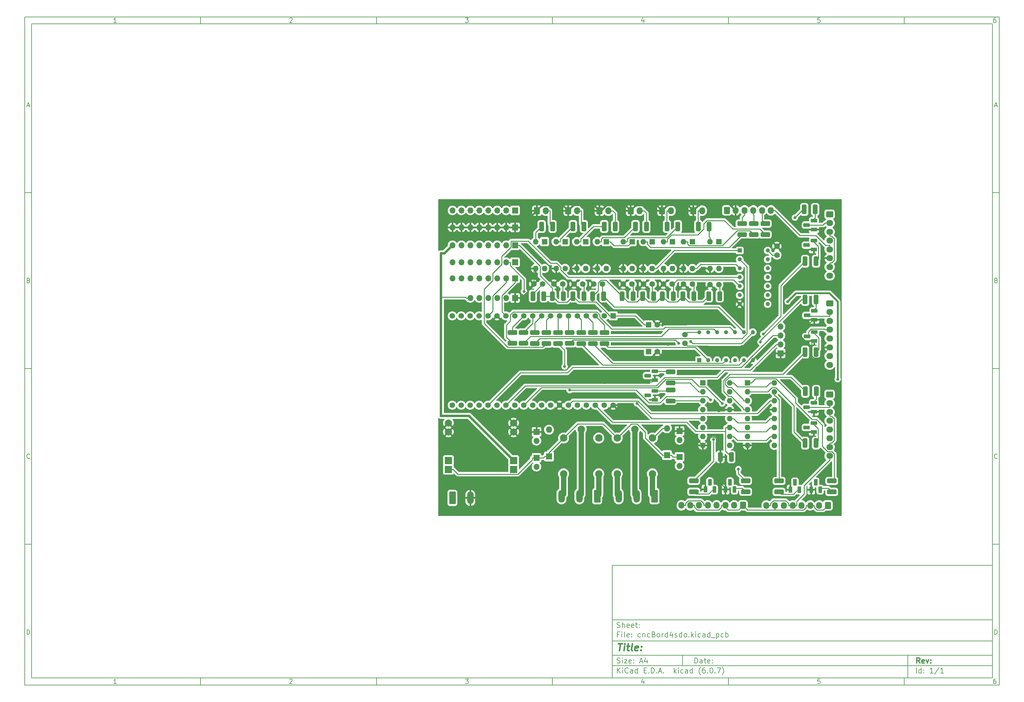
<source format=gtl>
G04 #@! TF.GenerationSoftware,KiCad,Pcbnew,(6.0.7)*
G04 #@! TF.CreationDate,2022-11-13T23:24:52+01:00*
G04 #@! TF.ProjectId,cncBord4sdo,636e6342-6f72-4643-9473-646f2e6b6963,rev?*
G04 #@! TF.SameCoordinates,Original*
G04 #@! TF.FileFunction,Copper,L1,Top*
G04 #@! TF.FilePolarity,Positive*
%FSLAX46Y46*%
G04 Gerber Fmt 4.6, Leading zero omitted, Abs format (unit mm)*
G04 Created by KiCad (PCBNEW (6.0.7)) date 2022-11-13 23:24:52*
%MOMM*%
%LPD*%
G01*
G04 APERTURE LIST*
G04 Aperture macros list*
%AMRoundRect*
0 Rectangle with rounded corners*
0 $1 Rounding radius*
0 $2 $3 $4 $5 $6 $7 $8 $9 X,Y pos of 4 corners*
0 Add a 4 corners polygon primitive as box body*
4,1,4,$2,$3,$4,$5,$6,$7,$8,$9,$2,$3,0*
0 Add four circle primitives for the rounded corners*
1,1,$1+$1,$2,$3*
1,1,$1+$1,$4,$5*
1,1,$1+$1,$6,$7*
1,1,$1+$1,$8,$9*
0 Add four rect primitives between the rounded corners*
20,1,$1+$1,$2,$3,$4,$5,0*
20,1,$1+$1,$4,$5,$6,$7,0*
20,1,$1+$1,$6,$7,$8,$9,0*
20,1,$1+$1,$8,$9,$2,$3,0*%
G04 Aperture macros list end*
%ADD10C,0.100000*%
%ADD11C,0.150000*%
%ADD12C,0.300000*%
%ADD13C,0.400000*%
G04 #@! TA.AperFunction,ComponentPad*
%ADD14R,2.000000X2.000000*%
G04 #@! TD*
G04 #@! TA.AperFunction,ComponentPad*
%ADD15C,2.000000*%
G04 #@! TD*
G04 #@! TA.AperFunction,ComponentPad*
%ADD16R,1.600000X1.600000*%
G04 #@! TD*
G04 #@! TA.AperFunction,ComponentPad*
%ADD17C,1.600000*%
G04 #@! TD*
G04 #@! TA.AperFunction,ComponentPad*
%ADD18R,1.800000X1.800000*%
G04 #@! TD*
G04 #@! TA.AperFunction,ComponentPad*
%ADD19O,1.800000X1.800000*%
G04 #@! TD*
G04 #@! TA.AperFunction,ComponentPad*
%ADD20RoundRect,0.250000X0.600000X0.725000X-0.600000X0.725000X-0.600000X-0.725000X0.600000X-0.725000X0*%
G04 #@! TD*
G04 #@! TA.AperFunction,ComponentPad*
%ADD21O,1.700000X1.950000*%
G04 #@! TD*
G04 #@! TA.AperFunction,ComponentPad*
%ADD22RoundRect,0.250000X-0.725000X0.600000X-0.725000X-0.600000X0.725000X-0.600000X0.725000X0.600000X0*%
G04 #@! TD*
G04 #@! TA.AperFunction,ComponentPad*
%ADD23O,1.950000X1.700000*%
G04 #@! TD*
G04 #@! TA.AperFunction,ComponentPad*
%ADD24R,1.700000X1.700000*%
G04 #@! TD*
G04 #@! TA.AperFunction,ComponentPad*
%ADD25O,1.700000X1.700000*%
G04 #@! TD*
G04 #@! TA.AperFunction,ComponentPad*
%ADD26RoundRect,0.250000X-0.650000X-1.550000X0.650000X-1.550000X0.650000X1.550000X-0.650000X1.550000X0*%
G04 #@! TD*
G04 #@! TA.AperFunction,ComponentPad*
%ADD27O,1.800000X3.600000*%
G04 #@! TD*
G04 #@! TA.AperFunction,ComponentPad*
%ADD28C,2.100000*%
G04 #@! TD*
G04 #@! TA.AperFunction,ComponentPad*
%ADD29RoundRect,0.250000X0.650000X1.550000X-0.650000X1.550000X-0.650000X-1.550000X0.650000X-1.550000X0*%
G04 #@! TD*
G04 #@! TA.AperFunction,ComponentPad*
%ADD30R,1.560000X1.560000*%
G04 #@! TD*
G04 #@! TA.AperFunction,ComponentPad*
%ADD31C,1.560000*%
G04 #@! TD*
G04 #@! TA.AperFunction,SMDPad,CuDef*
%ADD32RoundRect,0.250000X-1.075000X0.400000X-1.075000X-0.400000X1.075000X-0.400000X1.075000X0.400000X0*%
G04 #@! TD*
G04 #@! TA.AperFunction,SMDPad,CuDef*
%ADD33RoundRect,0.250000X-0.400000X-1.075000X0.400000X-1.075000X0.400000X1.075000X-0.400000X1.075000X0*%
G04 #@! TD*
G04 #@! TA.AperFunction,SMDPad,CuDef*
%ADD34RoundRect,0.250000X1.075000X-0.400000X1.075000X0.400000X-1.075000X0.400000X-1.075000X-0.400000X0*%
G04 #@! TD*
G04 #@! TA.AperFunction,ComponentPad*
%ADD35R,1.800000X1.100000*%
G04 #@! TD*
G04 #@! TA.AperFunction,ComponentPad*
%ADD36RoundRect,0.275000X0.625000X-0.275000X0.625000X0.275000X-0.625000X0.275000X-0.625000X-0.275000X0*%
G04 #@! TD*
G04 #@! TA.AperFunction,ComponentPad*
%ADD37O,1.600000X1.600000*%
G04 #@! TD*
G04 #@! TA.AperFunction,ComponentPad*
%ADD38R,1.100000X1.800000*%
G04 #@! TD*
G04 #@! TA.AperFunction,ComponentPad*
%ADD39RoundRect,0.275000X-0.275000X-0.625000X0.275000X-0.625000X0.275000X0.625000X-0.275000X0.625000X0*%
G04 #@! TD*
G04 #@! TA.AperFunction,SMDPad,CuDef*
%ADD40RoundRect,0.250000X0.400000X1.075000X-0.400000X1.075000X-0.400000X-1.075000X0.400000X-1.075000X0*%
G04 #@! TD*
G04 #@! TA.AperFunction,ComponentPad*
%ADD41R,1.170000X1.170000*%
G04 #@! TD*
G04 #@! TA.AperFunction,ComponentPad*
%ADD42C,1.170000*%
G04 #@! TD*
G04 #@! TA.AperFunction,ComponentPad*
%ADD43RoundRect,0.250000X-0.600000X-0.750000X0.600000X-0.750000X0.600000X0.750000X-0.600000X0.750000X0*%
G04 #@! TD*
G04 #@! TA.AperFunction,ComponentPad*
%ADD44O,1.700000X2.000000*%
G04 #@! TD*
G04 #@! TA.AperFunction,ComponentPad*
%ADD45RoundRect,0.250000X-0.600000X-0.725000X0.600000X-0.725000X0.600000X0.725000X-0.600000X0.725000X0*%
G04 #@! TD*
G04 #@! TA.AperFunction,ViaPad*
%ADD46C,1.200000*%
G04 #@! TD*
G04 #@! TA.AperFunction,ViaPad*
%ADD47C,0.800000*%
G04 #@! TD*
G04 #@! TA.AperFunction,Conductor*
%ADD48C,0.250000*%
G04 #@! TD*
G04 #@! TA.AperFunction,Conductor*
%ADD49C,0.500000*%
G04 #@! TD*
G04 #@! TA.AperFunction,Conductor*
%ADD50C,0.700000*%
G04 #@! TD*
G04 #@! TA.AperFunction,Conductor*
%ADD51C,1.500000*%
G04 #@! TD*
G04 APERTURE END LIST*
D10*
D11*
X177002200Y-166007200D02*
X177002200Y-198007200D01*
X285002200Y-198007200D01*
X285002200Y-166007200D01*
X177002200Y-166007200D01*
D10*
D11*
X10000000Y-10000000D02*
X10000000Y-200007200D01*
X287002200Y-200007200D01*
X287002200Y-10000000D01*
X10000000Y-10000000D01*
D10*
D11*
X12000000Y-12000000D02*
X12000000Y-198007200D01*
X285002200Y-198007200D01*
X285002200Y-12000000D01*
X12000000Y-12000000D01*
D10*
D11*
X60000000Y-12000000D02*
X60000000Y-10000000D01*
D10*
D11*
X110000000Y-12000000D02*
X110000000Y-10000000D01*
D10*
D11*
X160000000Y-12000000D02*
X160000000Y-10000000D01*
D10*
D11*
X210000000Y-12000000D02*
X210000000Y-10000000D01*
D10*
D11*
X260000000Y-12000000D02*
X260000000Y-10000000D01*
D10*
D11*
X36065476Y-11588095D02*
X35322619Y-11588095D01*
X35694047Y-11588095D02*
X35694047Y-10288095D01*
X35570238Y-10473809D01*
X35446428Y-10597619D01*
X35322619Y-10659523D01*
D10*
D11*
X85322619Y-10411904D02*
X85384523Y-10350000D01*
X85508333Y-10288095D01*
X85817857Y-10288095D01*
X85941666Y-10350000D01*
X86003571Y-10411904D01*
X86065476Y-10535714D01*
X86065476Y-10659523D01*
X86003571Y-10845238D01*
X85260714Y-11588095D01*
X86065476Y-11588095D01*
D10*
D11*
X135260714Y-10288095D02*
X136065476Y-10288095D01*
X135632142Y-10783333D01*
X135817857Y-10783333D01*
X135941666Y-10845238D01*
X136003571Y-10907142D01*
X136065476Y-11030952D01*
X136065476Y-11340476D01*
X136003571Y-11464285D01*
X135941666Y-11526190D01*
X135817857Y-11588095D01*
X135446428Y-11588095D01*
X135322619Y-11526190D01*
X135260714Y-11464285D01*
D10*
D11*
X185941666Y-10721428D02*
X185941666Y-11588095D01*
X185632142Y-10226190D02*
X185322619Y-11154761D01*
X186127380Y-11154761D01*
D10*
D11*
X236003571Y-10288095D02*
X235384523Y-10288095D01*
X235322619Y-10907142D01*
X235384523Y-10845238D01*
X235508333Y-10783333D01*
X235817857Y-10783333D01*
X235941666Y-10845238D01*
X236003571Y-10907142D01*
X236065476Y-11030952D01*
X236065476Y-11340476D01*
X236003571Y-11464285D01*
X235941666Y-11526190D01*
X235817857Y-11588095D01*
X235508333Y-11588095D01*
X235384523Y-11526190D01*
X235322619Y-11464285D01*
D10*
D11*
X285941666Y-10288095D02*
X285694047Y-10288095D01*
X285570238Y-10350000D01*
X285508333Y-10411904D01*
X285384523Y-10597619D01*
X285322619Y-10845238D01*
X285322619Y-11340476D01*
X285384523Y-11464285D01*
X285446428Y-11526190D01*
X285570238Y-11588095D01*
X285817857Y-11588095D01*
X285941666Y-11526190D01*
X286003571Y-11464285D01*
X286065476Y-11340476D01*
X286065476Y-11030952D01*
X286003571Y-10907142D01*
X285941666Y-10845238D01*
X285817857Y-10783333D01*
X285570238Y-10783333D01*
X285446428Y-10845238D01*
X285384523Y-10907142D01*
X285322619Y-11030952D01*
D10*
D11*
X60000000Y-198007200D02*
X60000000Y-200007200D01*
D10*
D11*
X110000000Y-198007200D02*
X110000000Y-200007200D01*
D10*
D11*
X160000000Y-198007200D02*
X160000000Y-200007200D01*
D10*
D11*
X210000000Y-198007200D02*
X210000000Y-200007200D01*
D10*
D11*
X260000000Y-198007200D02*
X260000000Y-200007200D01*
D10*
D11*
X36065476Y-199595295D02*
X35322619Y-199595295D01*
X35694047Y-199595295D02*
X35694047Y-198295295D01*
X35570238Y-198481009D01*
X35446428Y-198604819D01*
X35322619Y-198666723D01*
D10*
D11*
X85322619Y-198419104D02*
X85384523Y-198357200D01*
X85508333Y-198295295D01*
X85817857Y-198295295D01*
X85941666Y-198357200D01*
X86003571Y-198419104D01*
X86065476Y-198542914D01*
X86065476Y-198666723D01*
X86003571Y-198852438D01*
X85260714Y-199595295D01*
X86065476Y-199595295D01*
D10*
D11*
X135260714Y-198295295D02*
X136065476Y-198295295D01*
X135632142Y-198790533D01*
X135817857Y-198790533D01*
X135941666Y-198852438D01*
X136003571Y-198914342D01*
X136065476Y-199038152D01*
X136065476Y-199347676D01*
X136003571Y-199471485D01*
X135941666Y-199533390D01*
X135817857Y-199595295D01*
X135446428Y-199595295D01*
X135322619Y-199533390D01*
X135260714Y-199471485D01*
D10*
D11*
X185941666Y-198728628D02*
X185941666Y-199595295D01*
X185632142Y-198233390D02*
X185322619Y-199161961D01*
X186127380Y-199161961D01*
D10*
D11*
X236003571Y-198295295D02*
X235384523Y-198295295D01*
X235322619Y-198914342D01*
X235384523Y-198852438D01*
X235508333Y-198790533D01*
X235817857Y-198790533D01*
X235941666Y-198852438D01*
X236003571Y-198914342D01*
X236065476Y-199038152D01*
X236065476Y-199347676D01*
X236003571Y-199471485D01*
X235941666Y-199533390D01*
X235817857Y-199595295D01*
X235508333Y-199595295D01*
X235384523Y-199533390D01*
X235322619Y-199471485D01*
D10*
D11*
X285941666Y-198295295D02*
X285694047Y-198295295D01*
X285570238Y-198357200D01*
X285508333Y-198419104D01*
X285384523Y-198604819D01*
X285322619Y-198852438D01*
X285322619Y-199347676D01*
X285384523Y-199471485D01*
X285446428Y-199533390D01*
X285570238Y-199595295D01*
X285817857Y-199595295D01*
X285941666Y-199533390D01*
X286003571Y-199471485D01*
X286065476Y-199347676D01*
X286065476Y-199038152D01*
X286003571Y-198914342D01*
X285941666Y-198852438D01*
X285817857Y-198790533D01*
X285570238Y-198790533D01*
X285446428Y-198852438D01*
X285384523Y-198914342D01*
X285322619Y-199038152D01*
D10*
D11*
X10000000Y-60000000D02*
X12000000Y-60000000D01*
D10*
D11*
X10000000Y-110000000D02*
X12000000Y-110000000D01*
D10*
D11*
X10000000Y-160000000D02*
X12000000Y-160000000D01*
D10*
D11*
X10690476Y-35216666D02*
X11309523Y-35216666D01*
X10566666Y-35588095D02*
X11000000Y-34288095D01*
X11433333Y-35588095D01*
D10*
D11*
X11092857Y-84907142D02*
X11278571Y-84969047D01*
X11340476Y-85030952D01*
X11402380Y-85154761D01*
X11402380Y-85340476D01*
X11340476Y-85464285D01*
X11278571Y-85526190D01*
X11154761Y-85588095D01*
X10659523Y-85588095D01*
X10659523Y-84288095D01*
X11092857Y-84288095D01*
X11216666Y-84350000D01*
X11278571Y-84411904D01*
X11340476Y-84535714D01*
X11340476Y-84659523D01*
X11278571Y-84783333D01*
X11216666Y-84845238D01*
X11092857Y-84907142D01*
X10659523Y-84907142D01*
D10*
D11*
X11402380Y-135464285D02*
X11340476Y-135526190D01*
X11154761Y-135588095D01*
X11030952Y-135588095D01*
X10845238Y-135526190D01*
X10721428Y-135402380D01*
X10659523Y-135278571D01*
X10597619Y-135030952D01*
X10597619Y-134845238D01*
X10659523Y-134597619D01*
X10721428Y-134473809D01*
X10845238Y-134350000D01*
X11030952Y-134288095D01*
X11154761Y-134288095D01*
X11340476Y-134350000D01*
X11402380Y-134411904D01*
D10*
D11*
X10659523Y-185588095D02*
X10659523Y-184288095D01*
X10969047Y-184288095D01*
X11154761Y-184350000D01*
X11278571Y-184473809D01*
X11340476Y-184597619D01*
X11402380Y-184845238D01*
X11402380Y-185030952D01*
X11340476Y-185278571D01*
X11278571Y-185402380D01*
X11154761Y-185526190D01*
X10969047Y-185588095D01*
X10659523Y-185588095D01*
D10*
D11*
X287002200Y-60000000D02*
X285002200Y-60000000D01*
D10*
D11*
X287002200Y-110000000D02*
X285002200Y-110000000D01*
D10*
D11*
X287002200Y-160000000D02*
X285002200Y-160000000D01*
D10*
D11*
X285692676Y-35216666D02*
X286311723Y-35216666D01*
X285568866Y-35588095D02*
X286002200Y-34288095D01*
X286435533Y-35588095D01*
D10*
D11*
X286095057Y-84907142D02*
X286280771Y-84969047D01*
X286342676Y-85030952D01*
X286404580Y-85154761D01*
X286404580Y-85340476D01*
X286342676Y-85464285D01*
X286280771Y-85526190D01*
X286156961Y-85588095D01*
X285661723Y-85588095D01*
X285661723Y-84288095D01*
X286095057Y-84288095D01*
X286218866Y-84350000D01*
X286280771Y-84411904D01*
X286342676Y-84535714D01*
X286342676Y-84659523D01*
X286280771Y-84783333D01*
X286218866Y-84845238D01*
X286095057Y-84907142D01*
X285661723Y-84907142D01*
D10*
D11*
X286404580Y-135464285D02*
X286342676Y-135526190D01*
X286156961Y-135588095D01*
X286033152Y-135588095D01*
X285847438Y-135526190D01*
X285723628Y-135402380D01*
X285661723Y-135278571D01*
X285599819Y-135030952D01*
X285599819Y-134845238D01*
X285661723Y-134597619D01*
X285723628Y-134473809D01*
X285847438Y-134350000D01*
X286033152Y-134288095D01*
X286156961Y-134288095D01*
X286342676Y-134350000D01*
X286404580Y-134411904D01*
D10*
D11*
X285661723Y-185588095D02*
X285661723Y-184288095D01*
X285971247Y-184288095D01*
X286156961Y-184350000D01*
X286280771Y-184473809D01*
X286342676Y-184597619D01*
X286404580Y-184845238D01*
X286404580Y-185030952D01*
X286342676Y-185278571D01*
X286280771Y-185402380D01*
X286156961Y-185526190D01*
X285971247Y-185588095D01*
X285661723Y-185588095D01*
D10*
D11*
X200434342Y-193785771D02*
X200434342Y-192285771D01*
X200791485Y-192285771D01*
X201005771Y-192357200D01*
X201148628Y-192500057D01*
X201220057Y-192642914D01*
X201291485Y-192928628D01*
X201291485Y-193142914D01*
X201220057Y-193428628D01*
X201148628Y-193571485D01*
X201005771Y-193714342D01*
X200791485Y-193785771D01*
X200434342Y-193785771D01*
X202577200Y-193785771D02*
X202577200Y-193000057D01*
X202505771Y-192857200D01*
X202362914Y-192785771D01*
X202077200Y-192785771D01*
X201934342Y-192857200D01*
X202577200Y-193714342D02*
X202434342Y-193785771D01*
X202077200Y-193785771D01*
X201934342Y-193714342D01*
X201862914Y-193571485D01*
X201862914Y-193428628D01*
X201934342Y-193285771D01*
X202077200Y-193214342D01*
X202434342Y-193214342D01*
X202577200Y-193142914D01*
X203077200Y-192785771D02*
X203648628Y-192785771D01*
X203291485Y-192285771D02*
X203291485Y-193571485D01*
X203362914Y-193714342D01*
X203505771Y-193785771D01*
X203648628Y-193785771D01*
X204720057Y-193714342D02*
X204577200Y-193785771D01*
X204291485Y-193785771D01*
X204148628Y-193714342D01*
X204077200Y-193571485D01*
X204077200Y-193000057D01*
X204148628Y-192857200D01*
X204291485Y-192785771D01*
X204577200Y-192785771D01*
X204720057Y-192857200D01*
X204791485Y-193000057D01*
X204791485Y-193142914D01*
X204077200Y-193285771D01*
X205434342Y-193642914D02*
X205505771Y-193714342D01*
X205434342Y-193785771D01*
X205362914Y-193714342D01*
X205434342Y-193642914D01*
X205434342Y-193785771D01*
X205434342Y-192857200D02*
X205505771Y-192928628D01*
X205434342Y-193000057D01*
X205362914Y-192928628D01*
X205434342Y-192857200D01*
X205434342Y-193000057D01*
D10*
D11*
X177002200Y-194507200D02*
X285002200Y-194507200D01*
D10*
D11*
X178434342Y-196585771D02*
X178434342Y-195085771D01*
X179291485Y-196585771D02*
X178648628Y-195728628D01*
X179291485Y-195085771D02*
X178434342Y-195942914D01*
X179934342Y-196585771D02*
X179934342Y-195585771D01*
X179934342Y-195085771D02*
X179862914Y-195157200D01*
X179934342Y-195228628D01*
X180005771Y-195157200D01*
X179934342Y-195085771D01*
X179934342Y-195228628D01*
X181505771Y-196442914D02*
X181434342Y-196514342D01*
X181220057Y-196585771D01*
X181077200Y-196585771D01*
X180862914Y-196514342D01*
X180720057Y-196371485D01*
X180648628Y-196228628D01*
X180577200Y-195942914D01*
X180577200Y-195728628D01*
X180648628Y-195442914D01*
X180720057Y-195300057D01*
X180862914Y-195157200D01*
X181077200Y-195085771D01*
X181220057Y-195085771D01*
X181434342Y-195157200D01*
X181505771Y-195228628D01*
X182791485Y-196585771D02*
X182791485Y-195800057D01*
X182720057Y-195657200D01*
X182577200Y-195585771D01*
X182291485Y-195585771D01*
X182148628Y-195657200D01*
X182791485Y-196514342D02*
X182648628Y-196585771D01*
X182291485Y-196585771D01*
X182148628Y-196514342D01*
X182077200Y-196371485D01*
X182077200Y-196228628D01*
X182148628Y-196085771D01*
X182291485Y-196014342D01*
X182648628Y-196014342D01*
X182791485Y-195942914D01*
X184148628Y-196585771D02*
X184148628Y-195085771D01*
X184148628Y-196514342D02*
X184005771Y-196585771D01*
X183720057Y-196585771D01*
X183577200Y-196514342D01*
X183505771Y-196442914D01*
X183434342Y-196300057D01*
X183434342Y-195871485D01*
X183505771Y-195728628D01*
X183577200Y-195657200D01*
X183720057Y-195585771D01*
X184005771Y-195585771D01*
X184148628Y-195657200D01*
X186005771Y-195800057D02*
X186505771Y-195800057D01*
X186720057Y-196585771D02*
X186005771Y-196585771D01*
X186005771Y-195085771D01*
X186720057Y-195085771D01*
X187362914Y-196442914D02*
X187434342Y-196514342D01*
X187362914Y-196585771D01*
X187291485Y-196514342D01*
X187362914Y-196442914D01*
X187362914Y-196585771D01*
X188077200Y-196585771D02*
X188077200Y-195085771D01*
X188434342Y-195085771D01*
X188648628Y-195157200D01*
X188791485Y-195300057D01*
X188862914Y-195442914D01*
X188934342Y-195728628D01*
X188934342Y-195942914D01*
X188862914Y-196228628D01*
X188791485Y-196371485D01*
X188648628Y-196514342D01*
X188434342Y-196585771D01*
X188077200Y-196585771D01*
X189577200Y-196442914D02*
X189648628Y-196514342D01*
X189577200Y-196585771D01*
X189505771Y-196514342D01*
X189577200Y-196442914D01*
X189577200Y-196585771D01*
X190220057Y-196157200D02*
X190934342Y-196157200D01*
X190077200Y-196585771D02*
X190577200Y-195085771D01*
X191077200Y-196585771D01*
X191577200Y-196442914D02*
X191648628Y-196514342D01*
X191577200Y-196585771D01*
X191505771Y-196514342D01*
X191577200Y-196442914D01*
X191577200Y-196585771D01*
X194577200Y-196585771D02*
X194577200Y-195085771D01*
X194720057Y-196014342D02*
X195148628Y-196585771D01*
X195148628Y-195585771D02*
X194577200Y-196157200D01*
X195791485Y-196585771D02*
X195791485Y-195585771D01*
X195791485Y-195085771D02*
X195720057Y-195157200D01*
X195791485Y-195228628D01*
X195862914Y-195157200D01*
X195791485Y-195085771D01*
X195791485Y-195228628D01*
X197148628Y-196514342D02*
X197005771Y-196585771D01*
X196720057Y-196585771D01*
X196577200Y-196514342D01*
X196505771Y-196442914D01*
X196434342Y-196300057D01*
X196434342Y-195871485D01*
X196505771Y-195728628D01*
X196577200Y-195657200D01*
X196720057Y-195585771D01*
X197005771Y-195585771D01*
X197148628Y-195657200D01*
X198434342Y-196585771D02*
X198434342Y-195800057D01*
X198362914Y-195657200D01*
X198220057Y-195585771D01*
X197934342Y-195585771D01*
X197791485Y-195657200D01*
X198434342Y-196514342D02*
X198291485Y-196585771D01*
X197934342Y-196585771D01*
X197791485Y-196514342D01*
X197720057Y-196371485D01*
X197720057Y-196228628D01*
X197791485Y-196085771D01*
X197934342Y-196014342D01*
X198291485Y-196014342D01*
X198434342Y-195942914D01*
X199791485Y-196585771D02*
X199791485Y-195085771D01*
X199791485Y-196514342D02*
X199648628Y-196585771D01*
X199362914Y-196585771D01*
X199220057Y-196514342D01*
X199148628Y-196442914D01*
X199077200Y-196300057D01*
X199077200Y-195871485D01*
X199148628Y-195728628D01*
X199220057Y-195657200D01*
X199362914Y-195585771D01*
X199648628Y-195585771D01*
X199791485Y-195657200D01*
X202077200Y-197157200D02*
X202005771Y-197085771D01*
X201862914Y-196871485D01*
X201791485Y-196728628D01*
X201720057Y-196514342D01*
X201648628Y-196157200D01*
X201648628Y-195871485D01*
X201720057Y-195514342D01*
X201791485Y-195300057D01*
X201862914Y-195157200D01*
X202005771Y-194942914D01*
X202077200Y-194871485D01*
X203291485Y-195085771D02*
X203005771Y-195085771D01*
X202862914Y-195157200D01*
X202791485Y-195228628D01*
X202648628Y-195442914D01*
X202577200Y-195728628D01*
X202577200Y-196300057D01*
X202648628Y-196442914D01*
X202720057Y-196514342D01*
X202862914Y-196585771D01*
X203148628Y-196585771D01*
X203291485Y-196514342D01*
X203362914Y-196442914D01*
X203434342Y-196300057D01*
X203434342Y-195942914D01*
X203362914Y-195800057D01*
X203291485Y-195728628D01*
X203148628Y-195657200D01*
X202862914Y-195657200D01*
X202720057Y-195728628D01*
X202648628Y-195800057D01*
X202577200Y-195942914D01*
X204077200Y-196442914D02*
X204148628Y-196514342D01*
X204077200Y-196585771D01*
X204005771Y-196514342D01*
X204077200Y-196442914D01*
X204077200Y-196585771D01*
X205077200Y-195085771D02*
X205220057Y-195085771D01*
X205362914Y-195157200D01*
X205434342Y-195228628D01*
X205505771Y-195371485D01*
X205577200Y-195657200D01*
X205577200Y-196014342D01*
X205505771Y-196300057D01*
X205434342Y-196442914D01*
X205362914Y-196514342D01*
X205220057Y-196585771D01*
X205077200Y-196585771D01*
X204934342Y-196514342D01*
X204862914Y-196442914D01*
X204791485Y-196300057D01*
X204720057Y-196014342D01*
X204720057Y-195657200D01*
X204791485Y-195371485D01*
X204862914Y-195228628D01*
X204934342Y-195157200D01*
X205077200Y-195085771D01*
X206220057Y-196442914D02*
X206291485Y-196514342D01*
X206220057Y-196585771D01*
X206148628Y-196514342D01*
X206220057Y-196442914D01*
X206220057Y-196585771D01*
X206791485Y-195085771D02*
X207791485Y-195085771D01*
X207148628Y-196585771D01*
X208220057Y-197157200D02*
X208291485Y-197085771D01*
X208434342Y-196871485D01*
X208505771Y-196728628D01*
X208577200Y-196514342D01*
X208648628Y-196157200D01*
X208648628Y-195871485D01*
X208577200Y-195514342D01*
X208505771Y-195300057D01*
X208434342Y-195157200D01*
X208291485Y-194942914D01*
X208220057Y-194871485D01*
D10*
D11*
X177002200Y-191507200D02*
X285002200Y-191507200D01*
D10*
D12*
X264411485Y-193785771D02*
X263911485Y-193071485D01*
X263554342Y-193785771D02*
X263554342Y-192285771D01*
X264125771Y-192285771D01*
X264268628Y-192357200D01*
X264340057Y-192428628D01*
X264411485Y-192571485D01*
X264411485Y-192785771D01*
X264340057Y-192928628D01*
X264268628Y-193000057D01*
X264125771Y-193071485D01*
X263554342Y-193071485D01*
X265625771Y-193714342D02*
X265482914Y-193785771D01*
X265197200Y-193785771D01*
X265054342Y-193714342D01*
X264982914Y-193571485D01*
X264982914Y-193000057D01*
X265054342Y-192857200D01*
X265197200Y-192785771D01*
X265482914Y-192785771D01*
X265625771Y-192857200D01*
X265697200Y-193000057D01*
X265697200Y-193142914D01*
X264982914Y-193285771D01*
X266197200Y-192785771D02*
X266554342Y-193785771D01*
X266911485Y-192785771D01*
X267482914Y-193642914D02*
X267554342Y-193714342D01*
X267482914Y-193785771D01*
X267411485Y-193714342D01*
X267482914Y-193642914D01*
X267482914Y-193785771D01*
X267482914Y-192857200D02*
X267554342Y-192928628D01*
X267482914Y-193000057D01*
X267411485Y-192928628D01*
X267482914Y-192857200D01*
X267482914Y-193000057D01*
D10*
D11*
X178362914Y-193714342D02*
X178577200Y-193785771D01*
X178934342Y-193785771D01*
X179077200Y-193714342D01*
X179148628Y-193642914D01*
X179220057Y-193500057D01*
X179220057Y-193357200D01*
X179148628Y-193214342D01*
X179077200Y-193142914D01*
X178934342Y-193071485D01*
X178648628Y-193000057D01*
X178505771Y-192928628D01*
X178434342Y-192857200D01*
X178362914Y-192714342D01*
X178362914Y-192571485D01*
X178434342Y-192428628D01*
X178505771Y-192357200D01*
X178648628Y-192285771D01*
X179005771Y-192285771D01*
X179220057Y-192357200D01*
X179862914Y-193785771D02*
X179862914Y-192785771D01*
X179862914Y-192285771D02*
X179791485Y-192357200D01*
X179862914Y-192428628D01*
X179934342Y-192357200D01*
X179862914Y-192285771D01*
X179862914Y-192428628D01*
X180434342Y-192785771D02*
X181220057Y-192785771D01*
X180434342Y-193785771D01*
X181220057Y-193785771D01*
X182362914Y-193714342D02*
X182220057Y-193785771D01*
X181934342Y-193785771D01*
X181791485Y-193714342D01*
X181720057Y-193571485D01*
X181720057Y-193000057D01*
X181791485Y-192857200D01*
X181934342Y-192785771D01*
X182220057Y-192785771D01*
X182362914Y-192857200D01*
X182434342Y-193000057D01*
X182434342Y-193142914D01*
X181720057Y-193285771D01*
X183077200Y-193642914D02*
X183148628Y-193714342D01*
X183077200Y-193785771D01*
X183005771Y-193714342D01*
X183077200Y-193642914D01*
X183077200Y-193785771D01*
X183077200Y-192857200D02*
X183148628Y-192928628D01*
X183077200Y-193000057D01*
X183005771Y-192928628D01*
X183077200Y-192857200D01*
X183077200Y-193000057D01*
X184862914Y-193357200D02*
X185577200Y-193357200D01*
X184720057Y-193785771D02*
X185220057Y-192285771D01*
X185720057Y-193785771D01*
X186862914Y-192785771D02*
X186862914Y-193785771D01*
X186505771Y-192214342D02*
X186148628Y-193285771D01*
X187077200Y-193285771D01*
D10*
D11*
X263434342Y-196585771D02*
X263434342Y-195085771D01*
X264791485Y-196585771D02*
X264791485Y-195085771D01*
X264791485Y-196514342D02*
X264648628Y-196585771D01*
X264362914Y-196585771D01*
X264220057Y-196514342D01*
X264148628Y-196442914D01*
X264077200Y-196300057D01*
X264077200Y-195871485D01*
X264148628Y-195728628D01*
X264220057Y-195657200D01*
X264362914Y-195585771D01*
X264648628Y-195585771D01*
X264791485Y-195657200D01*
X265505771Y-196442914D02*
X265577200Y-196514342D01*
X265505771Y-196585771D01*
X265434342Y-196514342D01*
X265505771Y-196442914D01*
X265505771Y-196585771D01*
X265505771Y-195657200D02*
X265577200Y-195728628D01*
X265505771Y-195800057D01*
X265434342Y-195728628D01*
X265505771Y-195657200D01*
X265505771Y-195800057D01*
X268148628Y-196585771D02*
X267291485Y-196585771D01*
X267720057Y-196585771D02*
X267720057Y-195085771D01*
X267577200Y-195300057D01*
X267434342Y-195442914D01*
X267291485Y-195514342D01*
X269862914Y-195014342D02*
X268577200Y-196942914D01*
X271148628Y-196585771D02*
X270291485Y-196585771D01*
X270720057Y-196585771D02*
X270720057Y-195085771D01*
X270577200Y-195300057D01*
X270434342Y-195442914D01*
X270291485Y-195514342D01*
D10*
D11*
X177002200Y-187507200D02*
X285002200Y-187507200D01*
D10*
D13*
X178714580Y-188211961D02*
X179857438Y-188211961D01*
X179036009Y-190211961D02*
X179286009Y-188211961D01*
X180274104Y-190211961D02*
X180440771Y-188878628D01*
X180524104Y-188211961D02*
X180416961Y-188307200D01*
X180500295Y-188402438D01*
X180607438Y-188307200D01*
X180524104Y-188211961D01*
X180500295Y-188402438D01*
X181107438Y-188878628D02*
X181869342Y-188878628D01*
X181476485Y-188211961D02*
X181262200Y-189926247D01*
X181333628Y-190116723D01*
X181512200Y-190211961D01*
X181702676Y-190211961D01*
X182655057Y-190211961D02*
X182476485Y-190116723D01*
X182405057Y-189926247D01*
X182619342Y-188211961D01*
X184190771Y-190116723D02*
X183988390Y-190211961D01*
X183607438Y-190211961D01*
X183428866Y-190116723D01*
X183357438Y-189926247D01*
X183452676Y-189164342D01*
X183571723Y-188973866D01*
X183774104Y-188878628D01*
X184155057Y-188878628D01*
X184333628Y-188973866D01*
X184405057Y-189164342D01*
X184381247Y-189354819D01*
X183405057Y-189545295D01*
X185155057Y-190021485D02*
X185238390Y-190116723D01*
X185131247Y-190211961D01*
X185047914Y-190116723D01*
X185155057Y-190021485D01*
X185131247Y-190211961D01*
X185286009Y-188973866D02*
X185369342Y-189069104D01*
X185262200Y-189164342D01*
X185178866Y-189069104D01*
X185286009Y-188973866D01*
X185262200Y-189164342D01*
D10*
D11*
X178934342Y-185600057D02*
X178434342Y-185600057D01*
X178434342Y-186385771D02*
X178434342Y-184885771D01*
X179148628Y-184885771D01*
X179720057Y-186385771D02*
X179720057Y-185385771D01*
X179720057Y-184885771D02*
X179648628Y-184957200D01*
X179720057Y-185028628D01*
X179791485Y-184957200D01*
X179720057Y-184885771D01*
X179720057Y-185028628D01*
X180648628Y-186385771D02*
X180505771Y-186314342D01*
X180434342Y-186171485D01*
X180434342Y-184885771D01*
X181791485Y-186314342D02*
X181648628Y-186385771D01*
X181362914Y-186385771D01*
X181220057Y-186314342D01*
X181148628Y-186171485D01*
X181148628Y-185600057D01*
X181220057Y-185457200D01*
X181362914Y-185385771D01*
X181648628Y-185385771D01*
X181791485Y-185457200D01*
X181862914Y-185600057D01*
X181862914Y-185742914D01*
X181148628Y-185885771D01*
X182505771Y-186242914D02*
X182577200Y-186314342D01*
X182505771Y-186385771D01*
X182434342Y-186314342D01*
X182505771Y-186242914D01*
X182505771Y-186385771D01*
X182505771Y-185457200D02*
X182577200Y-185528628D01*
X182505771Y-185600057D01*
X182434342Y-185528628D01*
X182505771Y-185457200D01*
X182505771Y-185600057D01*
X185005771Y-186314342D02*
X184862914Y-186385771D01*
X184577200Y-186385771D01*
X184434342Y-186314342D01*
X184362914Y-186242914D01*
X184291485Y-186100057D01*
X184291485Y-185671485D01*
X184362914Y-185528628D01*
X184434342Y-185457200D01*
X184577200Y-185385771D01*
X184862914Y-185385771D01*
X185005771Y-185457200D01*
X185648628Y-185385771D02*
X185648628Y-186385771D01*
X185648628Y-185528628D02*
X185720057Y-185457200D01*
X185862914Y-185385771D01*
X186077200Y-185385771D01*
X186220057Y-185457200D01*
X186291485Y-185600057D01*
X186291485Y-186385771D01*
X187648628Y-186314342D02*
X187505771Y-186385771D01*
X187220057Y-186385771D01*
X187077200Y-186314342D01*
X187005771Y-186242914D01*
X186934342Y-186100057D01*
X186934342Y-185671485D01*
X187005771Y-185528628D01*
X187077200Y-185457200D01*
X187220057Y-185385771D01*
X187505771Y-185385771D01*
X187648628Y-185457200D01*
X188791485Y-185600057D02*
X189005771Y-185671485D01*
X189077200Y-185742914D01*
X189148628Y-185885771D01*
X189148628Y-186100057D01*
X189077200Y-186242914D01*
X189005771Y-186314342D01*
X188862914Y-186385771D01*
X188291485Y-186385771D01*
X188291485Y-184885771D01*
X188791485Y-184885771D01*
X188934342Y-184957200D01*
X189005771Y-185028628D01*
X189077200Y-185171485D01*
X189077200Y-185314342D01*
X189005771Y-185457200D01*
X188934342Y-185528628D01*
X188791485Y-185600057D01*
X188291485Y-185600057D01*
X190005771Y-186385771D02*
X189862914Y-186314342D01*
X189791485Y-186242914D01*
X189720057Y-186100057D01*
X189720057Y-185671485D01*
X189791485Y-185528628D01*
X189862914Y-185457200D01*
X190005771Y-185385771D01*
X190220057Y-185385771D01*
X190362914Y-185457200D01*
X190434342Y-185528628D01*
X190505771Y-185671485D01*
X190505771Y-186100057D01*
X190434342Y-186242914D01*
X190362914Y-186314342D01*
X190220057Y-186385771D01*
X190005771Y-186385771D01*
X191148628Y-186385771D02*
X191148628Y-185385771D01*
X191148628Y-185671485D02*
X191220057Y-185528628D01*
X191291485Y-185457200D01*
X191434342Y-185385771D01*
X191577200Y-185385771D01*
X192720057Y-186385771D02*
X192720057Y-184885771D01*
X192720057Y-186314342D02*
X192577200Y-186385771D01*
X192291485Y-186385771D01*
X192148628Y-186314342D01*
X192077200Y-186242914D01*
X192005771Y-186100057D01*
X192005771Y-185671485D01*
X192077200Y-185528628D01*
X192148628Y-185457200D01*
X192291485Y-185385771D01*
X192577200Y-185385771D01*
X192720057Y-185457200D01*
X194077200Y-185385771D02*
X194077200Y-186385771D01*
X193720057Y-184814342D02*
X193362914Y-185885771D01*
X194291485Y-185885771D01*
X194791485Y-186314342D02*
X194934342Y-186385771D01*
X195220057Y-186385771D01*
X195362914Y-186314342D01*
X195434342Y-186171485D01*
X195434342Y-186100057D01*
X195362914Y-185957200D01*
X195220057Y-185885771D01*
X195005771Y-185885771D01*
X194862914Y-185814342D01*
X194791485Y-185671485D01*
X194791485Y-185600057D01*
X194862914Y-185457200D01*
X195005771Y-185385771D01*
X195220057Y-185385771D01*
X195362914Y-185457200D01*
X196720057Y-186385771D02*
X196720057Y-184885771D01*
X196720057Y-186314342D02*
X196577200Y-186385771D01*
X196291485Y-186385771D01*
X196148628Y-186314342D01*
X196077200Y-186242914D01*
X196005771Y-186100057D01*
X196005771Y-185671485D01*
X196077200Y-185528628D01*
X196148628Y-185457200D01*
X196291485Y-185385771D01*
X196577200Y-185385771D01*
X196720057Y-185457200D01*
X197648628Y-186385771D02*
X197505771Y-186314342D01*
X197434342Y-186242914D01*
X197362914Y-186100057D01*
X197362914Y-185671485D01*
X197434342Y-185528628D01*
X197505771Y-185457200D01*
X197648628Y-185385771D01*
X197862914Y-185385771D01*
X198005771Y-185457200D01*
X198077200Y-185528628D01*
X198148628Y-185671485D01*
X198148628Y-186100057D01*
X198077200Y-186242914D01*
X198005771Y-186314342D01*
X197862914Y-186385771D01*
X197648628Y-186385771D01*
X198791485Y-186242914D02*
X198862914Y-186314342D01*
X198791485Y-186385771D01*
X198720057Y-186314342D01*
X198791485Y-186242914D01*
X198791485Y-186385771D01*
X199505771Y-186385771D02*
X199505771Y-184885771D01*
X199648628Y-185814342D02*
X200077200Y-186385771D01*
X200077200Y-185385771D02*
X199505771Y-185957200D01*
X200720057Y-186385771D02*
X200720057Y-185385771D01*
X200720057Y-184885771D02*
X200648628Y-184957200D01*
X200720057Y-185028628D01*
X200791485Y-184957200D01*
X200720057Y-184885771D01*
X200720057Y-185028628D01*
X202077200Y-186314342D02*
X201934342Y-186385771D01*
X201648628Y-186385771D01*
X201505771Y-186314342D01*
X201434342Y-186242914D01*
X201362914Y-186100057D01*
X201362914Y-185671485D01*
X201434342Y-185528628D01*
X201505771Y-185457200D01*
X201648628Y-185385771D01*
X201934342Y-185385771D01*
X202077200Y-185457200D01*
X203362914Y-186385771D02*
X203362914Y-185600057D01*
X203291485Y-185457200D01*
X203148628Y-185385771D01*
X202862914Y-185385771D01*
X202720057Y-185457200D01*
X203362914Y-186314342D02*
X203220057Y-186385771D01*
X202862914Y-186385771D01*
X202720057Y-186314342D01*
X202648628Y-186171485D01*
X202648628Y-186028628D01*
X202720057Y-185885771D01*
X202862914Y-185814342D01*
X203220057Y-185814342D01*
X203362914Y-185742914D01*
X204720057Y-186385771D02*
X204720057Y-184885771D01*
X204720057Y-186314342D02*
X204577200Y-186385771D01*
X204291485Y-186385771D01*
X204148628Y-186314342D01*
X204077200Y-186242914D01*
X204005771Y-186100057D01*
X204005771Y-185671485D01*
X204077200Y-185528628D01*
X204148628Y-185457200D01*
X204291485Y-185385771D01*
X204577200Y-185385771D01*
X204720057Y-185457200D01*
X205077200Y-186528628D02*
X206220057Y-186528628D01*
X206577200Y-185385771D02*
X206577200Y-186885771D01*
X206577200Y-185457200D02*
X206720057Y-185385771D01*
X207005771Y-185385771D01*
X207148628Y-185457200D01*
X207220057Y-185528628D01*
X207291485Y-185671485D01*
X207291485Y-186100057D01*
X207220057Y-186242914D01*
X207148628Y-186314342D01*
X207005771Y-186385771D01*
X206720057Y-186385771D01*
X206577200Y-186314342D01*
X208577200Y-186314342D02*
X208434342Y-186385771D01*
X208148628Y-186385771D01*
X208005771Y-186314342D01*
X207934342Y-186242914D01*
X207862914Y-186100057D01*
X207862914Y-185671485D01*
X207934342Y-185528628D01*
X208005771Y-185457200D01*
X208148628Y-185385771D01*
X208434342Y-185385771D01*
X208577200Y-185457200D01*
X209220057Y-186385771D02*
X209220057Y-184885771D01*
X209220057Y-185457200D02*
X209362914Y-185385771D01*
X209648628Y-185385771D01*
X209791485Y-185457200D01*
X209862914Y-185528628D01*
X209934342Y-185671485D01*
X209934342Y-186100057D01*
X209862914Y-186242914D01*
X209791485Y-186314342D01*
X209648628Y-186385771D01*
X209362914Y-186385771D01*
X209220057Y-186314342D01*
D10*
D11*
X177002200Y-181507200D02*
X285002200Y-181507200D01*
D10*
D11*
X178362914Y-183614342D02*
X178577200Y-183685771D01*
X178934342Y-183685771D01*
X179077200Y-183614342D01*
X179148628Y-183542914D01*
X179220057Y-183400057D01*
X179220057Y-183257200D01*
X179148628Y-183114342D01*
X179077200Y-183042914D01*
X178934342Y-182971485D01*
X178648628Y-182900057D01*
X178505771Y-182828628D01*
X178434342Y-182757200D01*
X178362914Y-182614342D01*
X178362914Y-182471485D01*
X178434342Y-182328628D01*
X178505771Y-182257200D01*
X178648628Y-182185771D01*
X179005771Y-182185771D01*
X179220057Y-182257200D01*
X179862914Y-183685771D02*
X179862914Y-182185771D01*
X180505771Y-183685771D02*
X180505771Y-182900057D01*
X180434342Y-182757200D01*
X180291485Y-182685771D01*
X180077200Y-182685771D01*
X179934342Y-182757200D01*
X179862914Y-182828628D01*
X181791485Y-183614342D02*
X181648628Y-183685771D01*
X181362914Y-183685771D01*
X181220057Y-183614342D01*
X181148628Y-183471485D01*
X181148628Y-182900057D01*
X181220057Y-182757200D01*
X181362914Y-182685771D01*
X181648628Y-182685771D01*
X181791485Y-182757200D01*
X181862914Y-182900057D01*
X181862914Y-183042914D01*
X181148628Y-183185771D01*
X183077200Y-183614342D02*
X182934342Y-183685771D01*
X182648628Y-183685771D01*
X182505771Y-183614342D01*
X182434342Y-183471485D01*
X182434342Y-182900057D01*
X182505771Y-182757200D01*
X182648628Y-182685771D01*
X182934342Y-182685771D01*
X183077200Y-182757200D01*
X183148628Y-182900057D01*
X183148628Y-183042914D01*
X182434342Y-183185771D01*
X183577200Y-182685771D02*
X184148628Y-182685771D01*
X183791485Y-182185771D02*
X183791485Y-183471485D01*
X183862914Y-183614342D01*
X184005771Y-183685771D01*
X184148628Y-183685771D01*
X184648628Y-183542914D02*
X184720057Y-183614342D01*
X184648628Y-183685771D01*
X184577200Y-183614342D01*
X184648628Y-183542914D01*
X184648628Y-183685771D01*
X184648628Y-182757200D02*
X184720057Y-182828628D01*
X184648628Y-182900057D01*
X184577200Y-182828628D01*
X184648628Y-182757200D01*
X184648628Y-182900057D01*
D10*
D12*
D10*
D11*
D10*
D11*
D10*
D11*
D10*
D11*
D10*
D11*
X197002200Y-191507200D02*
X197002200Y-194507200D01*
D10*
D11*
X261002200Y-191507200D02*
X261002200Y-198007200D01*
D14*
X130429000Y-136144000D03*
X130429000Y-138684000D03*
D15*
X130429000Y-125476000D03*
X130429000Y-128016000D03*
D14*
X148971000Y-136144000D03*
X148971000Y-138684000D03*
D15*
X148971000Y-125476000D03*
X148971000Y-128016000D03*
D16*
X187285600Y-97562000D03*
D17*
X189785600Y-97562000D03*
D16*
X187285600Y-105156000D03*
D17*
X189785600Y-105156000D03*
D18*
X159004000Y-135001000D03*
D19*
X159004000Y-127381000D03*
D18*
X192532000Y-134620000D03*
D19*
X192532000Y-127000000D03*
D20*
X238252000Y-148916000D03*
D21*
X235752000Y-148916000D03*
X233252000Y-148916000D03*
X230752000Y-148916000D03*
X228252000Y-148916000D03*
X225752000Y-148916000D03*
X223252000Y-148916000D03*
X220752000Y-148916000D03*
D22*
X238760000Y-117348000D03*
D23*
X238760000Y-119848000D03*
X238760000Y-122348000D03*
X238760000Y-124848000D03*
X238760000Y-127348000D03*
X238760000Y-129848000D03*
X238760000Y-132348000D03*
X238760000Y-134848000D03*
D22*
X238760000Y-91460000D03*
D23*
X238760000Y-93960000D03*
X238760000Y-96460000D03*
X238760000Y-98960000D03*
X238760000Y-101460000D03*
X238760000Y-103960000D03*
X238760000Y-106460000D03*
X238760000Y-108960000D03*
D22*
X238760000Y-66120000D03*
D23*
X238760000Y-68620000D03*
X238760000Y-71120000D03*
X238760000Y-73620000D03*
X238760000Y-76120000D03*
X238760000Y-78620000D03*
X238760000Y-81120000D03*
X238760000Y-83620000D03*
D20*
X214149000Y-148902000D03*
D21*
X211649000Y-148902000D03*
X209149000Y-148902000D03*
X206649000Y-148902000D03*
X204149000Y-148902000D03*
X201649000Y-148902000D03*
X199149000Y-148902000D03*
X196649000Y-148902000D03*
D24*
X155448000Y-128011000D03*
D25*
X155448000Y-130551000D03*
D24*
X155448000Y-135377000D03*
D25*
X155448000Y-137917000D03*
D24*
X196088000Y-127757000D03*
D25*
X196088000Y-130297000D03*
D24*
X196088000Y-135123000D03*
D25*
X196088000Y-137663000D03*
D24*
X149352000Y-84328000D03*
D25*
X146812000Y-84328000D03*
X144272000Y-84328000D03*
X141732000Y-84328000D03*
X139192000Y-84328000D03*
X136652000Y-84328000D03*
X134112000Y-84328000D03*
X131572000Y-84328000D03*
D24*
X149352000Y-65024000D03*
D25*
X146812000Y-65024000D03*
X144272000Y-65024000D03*
X141732000Y-65024000D03*
X139192000Y-65024000D03*
X136652000Y-65024000D03*
X134112000Y-65024000D03*
X131572000Y-65024000D03*
D24*
X149367000Y-74930000D03*
D25*
X146827000Y-74930000D03*
X144287000Y-74930000D03*
X141747000Y-74930000D03*
X139207000Y-74930000D03*
X136667000Y-74930000D03*
X134127000Y-74930000D03*
X131587000Y-74930000D03*
D24*
X149352000Y-69850000D03*
D25*
X146812000Y-69850000D03*
X144272000Y-69850000D03*
X141732000Y-69850000D03*
X139192000Y-69850000D03*
X136652000Y-69850000D03*
X134112000Y-69850000D03*
X131572000Y-69850000D03*
D24*
X149352000Y-89916000D03*
D25*
X146812000Y-89916000D03*
X144272000Y-89916000D03*
X141732000Y-89916000D03*
X139192000Y-89916000D03*
X136652000Y-89916000D03*
D26*
X131572000Y-146792500D03*
D27*
X136652000Y-146792500D03*
D28*
X163148000Y-129754000D03*
X163148000Y-139954000D03*
X173148000Y-139954000D03*
X173148000Y-129754000D03*
X168148000Y-127254000D03*
X178388000Y-129754000D03*
X178388000Y-139954000D03*
X188388000Y-139954000D03*
X188388000Y-129754000D03*
X183388000Y-127254000D03*
D29*
X172720000Y-146304000D03*
D27*
X167640000Y-146304000D03*
X162560000Y-146304000D03*
D29*
X188982500Y-146304000D03*
D27*
X183902500Y-146304000D03*
X178822500Y-146304000D03*
D30*
X177240000Y-95022000D03*
D31*
X174700000Y-95022000D03*
X172160000Y-95022000D03*
X169620000Y-95022000D03*
X167080000Y-95022000D03*
X164540000Y-95022000D03*
X162000000Y-95022000D03*
X159460000Y-95022000D03*
X156920000Y-95022000D03*
X154380000Y-95022000D03*
X151840000Y-95022000D03*
X149300000Y-95022000D03*
X146760000Y-95022000D03*
X144220000Y-95022000D03*
X141680000Y-95022000D03*
X139140000Y-95022000D03*
X136600000Y-95022000D03*
X134060000Y-95022000D03*
X131520000Y-95022000D03*
X177240000Y-120422000D03*
X174700000Y-120422000D03*
X172160000Y-120422000D03*
X169620000Y-120422000D03*
X167080000Y-120422000D03*
X164540000Y-120422000D03*
X162000000Y-120422000D03*
X159460000Y-120422000D03*
X156920000Y-120422000D03*
X154380000Y-120422000D03*
X151840000Y-120422000D03*
X149300000Y-120422000D03*
X146760000Y-120422000D03*
X144220000Y-120422000D03*
X141680000Y-120422000D03*
X139140000Y-120422000D03*
X136600000Y-120422000D03*
X134060000Y-120422000D03*
X131520000Y-120422000D03*
D32*
X239368000Y-141960000D03*
X239368000Y-145060000D03*
X224382000Y-141960000D03*
X224382000Y-145060000D03*
D33*
X231804000Y-90344000D03*
X234904000Y-90344000D03*
X231804000Y-105330000D03*
X234904000Y-105330000D03*
X231550000Y-64750000D03*
X234650000Y-64750000D03*
X231804000Y-79482000D03*
X234904000Y-79482000D03*
D34*
X193548000Y-119204000D03*
X193548000Y-116104000D03*
X193548000Y-114072000D03*
X193548000Y-110972000D03*
D33*
X231856000Y-116486000D03*
X234956000Y-116486000D03*
X231804000Y-131218000D03*
X234904000Y-131218000D03*
D35*
X234415000Y-96165000D03*
D36*
X232345000Y-94895000D03*
X234415000Y-93625000D03*
D34*
X220472000Y-71882000D03*
X220472000Y-68782000D03*
D17*
X191526000Y-85989000D03*
X194026000Y-85989000D03*
D32*
X174752000Y-99796000D03*
X174752000Y-102896000D03*
D16*
X188351000Y-73924000D03*
D37*
X185811000Y-73924000D03*
X185811000Y-81544000D03*
X188351000Y-81544000D03*
D33*
X165810000Y-69596000D03*
X168910000Y-69596000D03*
D38*
X227651000Y-144444000D03*
D39*
X228921000Y-142374000D03*
X230191000Y-144444000D03*
D32*
X164846000Y-99744000D03*
X164846000Y-102844000D03*
D35*
X234300000Y-76180000D03*
D36*
X232230000Y-74910000D03*
X234300000Y-73640000D03*
D40*
X182880000Y-89398000D03*
X179780000Y-89398000D03*
D16*
X194066000Y-73924000D03*
D37*
X191526000Y-73924000D03*
X191526000Y-81544000D03*
X194066000Y-81544000D03*
D33*
X207720000Y-135128000D03*
X210820000Y-135128000D03*
D16*
X169418000Y-73914000D03*
D37*
X166878000Y-73914000D03*
X166878000Y-81534000D03*
X169418000Y-81534000D03*
D17*
X154686000Y-85979000D03*
X157186000Y-85979000D03*
D16*
X157734000Y-73914000D03*
D37*
X155194000Y-73914000D03*
X155194000Y-81534000D03*
X157734000Y-81534000D03*
D16*
X163576000Y-73914000D03*
D37*
X161036000Y-73914000D03*
X161036000Y-81534000D03*
X163576000Y-81534000D03*
D38*
X233526000Y-144444000D03*
D39*
X234796000Y-142374000D03*
X236066000Y-144444000D03*
D38*
X203454000Y-144418000D03*
D39*
X204724000Y-142348000D03*
X205994000Y-144418000D03*
D17*
X171724000Y-85979000D03*
X174224000Y-85979000D03*
D32*
X154940000Y-99796000D03*
X154940000Y-102896000D03*
D40*
X207518000Y-89398000D03*
X204418000Y-89398000D03*
D33*
X156920000Y-69596000D03*
X160020000Y-69596000D03*
D17*
X197261000Y-85989000D03*
X199761000Y-85989000D03*
D35*
X234415000Y-102155000D03*
D36*
X232345000Y-100885000D03*
X234415000Y-99615000D03*
D33*
X154432000Y-89398000D03*
X157532000Y-89398000D03*
D40*
X168910000Y-89398000D03*
X165810000Y-89398000D03*
D16*
X182631000Y-73914000D03*
D37*
X180091000Y-73914000D03*
X180091000Y-81534000D03*
X182631000Y-81534000D03*
D32*
X214884000Y-141934000D03*
X214884000Y-145034000D03*
D16*
X215392000Y-114046000D03*
D37*
X215392000Y-116586000D03*
X215392000Y-119126000D03*
X215392000Y-121666000D03*
X215392000Y-124206000D03*
X215392000Y-126746000D03*
X215392000Y-129286000D03*
X215392000Y-131826000D03*
X223012000Y-131826000D03*
X223012000Y-129286000D03*
X223012000Y-126746000D03*
X223012000Y-124206000D03*
X223012000Y-121666000D03*
X223012000Y-119126000D03*
X223012000Y-116586000D03*
X223012000Y-114046000D03*
D17*
X160406000Y-85979000D03*
X162906000Y-85979000D03*
D16*
X202692000Y-114046000D03*
D37*
X202692000Y-116586000D03*
X202692000Y-119126000D03*
X202692000Y-121666000D03*
X202692000Y-124206000D03*
X202692000Y-126746000D03*
X202692000Y-129286000D03*
X202692000Y-131826000D03*
X210312000Y-131826000D03*
X210312000Y-129286000D03*
X210312000Y-126746000D03*
X210312000Y-124206000D03*
X210312000Y-121666000D03*
X210312000Y-119126000D03*
X210312000Y-116586000D03*
X210312000Y-114046000D03*
D35*
X234288000Y-122328000D03*
D36*
X232218000Y-121058000D03*
X234288000Y-119788000D03*
D32*
X168148000Y-99796000D03*
X168148000Y-102896000D03*
D24*
X149367000Y-79756000D03*
D25*
X146827000Y-79756000D03*
X144287000Y-79756000D03*
X141747000Y-79756000D03*
X139207000Y-79756000D03*
X136667000Y-79756000D03*
X134127000Y-79756000D03*
X131587000Y-79756000D03*
D35*
X234288000Y-128043000D03*
D36*
X232218000Y-126773000D03*
X234288000Y-125503000D03*
D32*
X151765000Y-99744000D03*
X151765000Y-102844000D03*
D40*
X163068000Y-89398000D03*
X159968000Y-89398000D03*
D16*
X207264000Y-73924000D03*
D37*
X204724000Y-73924000D03*
X204724000Y-81544000D03*
X207264000Y-81544000D03*
D41*
X201676000Y-107602000D03*
D42*
X204216000Y-107602000D03*
X206756000Y-107602000D03*
X209296000Y-107602000D03*
X211836000Y-107602000D03*
X214376000Y-107602000D03*
X216916000Y-107602000D03*
X216916000Y-99662000D03*
X214376000Y-99662000D03*
X211836000Y-99662000D03*
X209296000Y-99662000D03*
X206756000Y-99662000D03*
X204216000Y-99662000D03*
X201676000Y-99662000D03*
D40*
X194310000Y-89398000D03*
X191210000Y-89398000D03*
D41*
X213200000Y-76434000D03*
D42*
X213200000Y-78974000D03*
X213200000Y-81514000D03*
X213200000Y-84054000D03*
X213200000Y-86594000D03*
X213200000Y-89134000D03*
X213200000Y-91674000D03*
X221140000Y-91674000D03*
X221140000Y-89134000D03*
X221140000Y-86594000D03*
X221140000Y-84054000D03*
X221140000Y-81514000D03*
X221140000Y-78974000D03*
X221140000Y-76434000D03*
D34*
X217170000Y-71882000D03*
X217170000Y-68782000D03*
D32*
X161544000Y-99796000D03*
X161544000Y-102896000D03*
D43*
X191155000Y-65105000D03*
D44*
X193655000Y-65105000D03*
D43*
X164485000Y-65105000D03*
D44*
X166985000Y-65105000D03*
D35*
X189122000Y-113310000D03*
D36*
X187052000Y-112040000D03*
X189122000Y-110770000D03*
D40*
X174498000Y-89398000D03*
X171398000Y-89398000D03*
D43*
X173375000Y-65105000D03*
D44*
X175875000Y-65105000D03*
D38*
X209169000Y-144418000D03*
D39*
X210439000Y-142348000D03*
X211709000Y-144418000D03*
D24*
X224790000Y-105664000D03*
D25*
X224790000Y-103124000D03*
X224790000Y-100584000D03*
X224790000Y-98044000D03*
D40*
X188722000Y-89398000D03*
X185622000Y-89398000D03*
D45*
X209550000Y-65024000D03*
D21*
X212050000Y-65024000D03*
X214550000Y-65024000D03*
X217050000Y-65024000D03*
X219550000Y-65024000D03*
X222050000Y-65024000D03*
D43*
X182265000Y-65105000D03*
D44*
X184765000Y-65105000D03*
D35*
X189122000Y-118898000D03*
D36*
X187052000Y-117628000D03*
X189122000Y-116358000D03*
D17*
X185851000Y-85989000D03*
X188351000Y-85989000D03*
D40*
X195632000Y-69596000D03*
X192532000Y-69596000D03*
D17*
X223774000Y-77724000D03*
X223774000Y-75224000D03*
D35*
X234300000Y-70465000D03*
D36*
X232230000Y-69195000D03*
X234300000Y-67925000D03*
D32*
X171450000Y-99796000D03*
X171450000Y-102896000D03*
D40*
X200152000Y-89398000D03*
X197052000Y-89398000D03*
D17*
X204764000Y-86096000D03*
X207264000Y-86096000D03*
D34*
X213868000Y-71882000D03*
X213868000Y-68782000D03*
D43*
X200045000Y-65105000D03*
D44*
X202545000Y-65105000D03*
D17*
X166116000Y-85979000D03*
X168616000Y-85979000D03*
X197612000Y-100330000D03*
X197612000Y-102830000D03*
D40*
X204522000Y-69596000D03*
X201422000Y-69596000D03*
D32*
X200152000Y-141934000D03*
X200152000Y-145034000D03*
D43*
X155595000Y-65105000D03*
D44*
X158095000Y-65105000D03*
D33*
X174700000Y-69596000D03*
X177800000Y-69596000D03*
D32*
X158242000Y-99796000D03*
X158242000Y-102896000D03*
X148590000Y-99744000D03*
X148590000Y-102844000D03*
D33*
X183590000Y-69596000D03*
X186690000Y-69596000D03*
D16*
X199781000Y-73924000D03*
D37*
X197241000Y-73924000D03*
X197241000Y-81544000D03*
X199781000Y-81544000D03*
D17*
X180106000Y-85989000D03*
X182606000Y-85989000D03*
D16*
X175260000Y-73904000D03*
D37*
X172720000Y-73904000D03*
X172720000Y-81524000D03*
X175260000Y-81524000D03*
D46*
X207264000Y-121877900D03*
D47*
X141732000Y-109220000D03*
D46*
X183896000Y-123190000D03*
D47*
X206502000Y-105156000D03*
D46*
X201930000Y-93726000D03*
D47*
X151384000Y-117856000D03*
X200152000Y-110744000D03*
X182372000Y-99822000D03*
D46*
X213868000Y-103886000D03*
D47*
X197866000Y-94996000D03*
X205232000Y-114554000D03*
D46*
X191978506Y-129552648D03*
X218181000Y-109982000D03*
D47*
X140462000Y-116332000D03*
X129539000Y-105919000D03*
X223774000Y-83312000D03*
D46*
X206947452Y-130364548D03*
D47*
X180086000Y-97282000D03*
X192786000Y-103124000D03*
X208280000Y-124968000D03*
X218440000Y-123952000D03*
X181356000Y-105918000D03*
D46*
X174752000Y-113792000D03*
D47*
X217678000Y-118364000D03*
D46*
X144272000Y-104140000D03*
D47*
X187706000Y-127508000D03*
X151892000Y-97282000D03*
X199644000Y-125222000D03*
X226822000Y-90932000D03*
X241046000Y-113030000D03*
X183996800Y-119928600D03*
X151918400Y-88066100D03*
X219105500Y-102463300D03*
X228900100Y-67065800D03*
X219896000Y-100153700D03*
X212833400Y-138605000D03*
X205752000Y-130194400D03*
X195829700Y-102776500D03*
X199226401Y-102343899D03*
X164870600Y-116144100D03*
X204919000Y-118925900D03*
X163453900Y-109416800D03*
X208228500Y-119951300D03*
D48*
X198362800Y-103580800D02*
X197612000Y-102830000D01*
X154686000Y-85979000D02*
X154686000Y-82042000D01*
D49*
X157045000Y-63655000D02*
X163035000Y-63655000D01*
D48*
X213868000Y-103886000D02*
X204470000Y-103886000D01*
X206052305Y-129469400D02*
X205048600Y-129469400D01*
D49*
X175336522Y-63655000D02*
X180815000Y-63655000D01*
D48*
X142023000Y-106389000D02*
X144272000Y-104140000D01*
D49*
X198440000Y-63500000D02*
X200045000Y-65105000D01*
X164485000Y-65105000D02*
X166090000Y-63500000D01*
X180815000Y-63655000D02*
X182265000Y-65105000D01*
D48*
X233680000Y-102490000D02*
X234015000Y-102155000D01*
D49*
X189705000Y-63655000D02*
X191155000Y-65105000D01*
D48*
X207475900Y-121666000D02*
X207264000Y-121877900D01*
D49*
X201909997Y-63240003D02*
X210266003Y-63240003D01*
X210266003Y-63240003D02*
X212050000Y-65024000D01*
D48*
X206947452Y-130364548D02*
X206052305Y-129469400D01*
D49*
X173886522Y-65105000D02*
X175336522Y-63655000D01*
D48*
X196088000Y-127757000D02*
X198623000Y-127757000D01*
X207720000Y-135128000D02*
X207720000Y-131137095D01*
D49*
X191155000Y-65105000D02*
X192760000Y-63500000D01*
X200045000Y-65105000D02*
X201909997Y-63240003D01*
D48*
X218181000Y-109982000D02*
X222499000Y-105664000D01*
X234265827Y-106980000D02*
X233680000Y-106394173D01*
X174752000Y-113792000D02*
X188240000Y-113792000D01*
X233680000Y-106394173D02*
X233680000Y-102490000D01*
D49*
X150850000Y-69850000D02*
X155595000Y-65105000D01*
X173375000Y-65105000D02*
X173886522Y-65105000D01*
D48*
X210312000Y-121666000D02*
X207475900Y-121666000D01*
X234015000Y-102155000D02*
X231837109Y-102155000D01*
X188240000Y-113792000D02*
X188722000Y-113310000D01*
X207720000Y-135128000D02*
X207720000Y-142569000D01*
X222499000Y-105664000D02*
X224790000Y-105664000D01*
X198623000Y-127757000D02*
X202692000Y-131826000D01*
X130009000Y-106389000D02*
X142023000Y-106389000D01*
D49*
X171770000Y-63500000D02*
X173375000Y-65105000D01*
X149352000Y-69850000D02*
X150850000Y-69850000D01*
D48*
X149352000Y-89916000D02*
X151093805Y-89916000D01*
D49*
X166090000Y-63500000D02*
X171770000Y-63500000D01*
D48*
X238760000Y-103960000D02*
X235740000Y-106980000D01*
X204470000Y-103886000D02*
X204164800Y-103580800D01*
X205048600Y-129469400D02*
X202692000Y-131826000D01*
X204164800Y-103580800D02*
X198362800Y-103580800D01*
D49*
X192760000Y-63500000D02*
X198440000Y-63500000D01*
D48*
X230378000Y-100695891D02*
X230378000Y-99802000D01*
X154686000Y-86323805D02*
X154686000Y-85979000D01*
D49*
X182265000Y-65105000D02*
X183715000Y-63655000D01*
D48*
X193774154Y-127757000D02*
X196088000Y-127757000D01*
X151093805Y-89916000D02*
X154686000Y-86323805D01*
D49*
X181128000Y-120422000D02*
X177240000Y-120422000D01*
D48*
X154686000Y-82042000D02*
X155194000Y-81534000D01*
D49*
X183896000Y-123190000D02*
X181128000Y-120422000D01*
D48*
X233900000Y-76180000D02*
X224730000Y-76180000D01*
X235740000Y-106980000D02*
X234265827Y-106980000D01*
X189785600Y-97562000D02*
X198094000Y-97562000D01*
X207720000Y-131137095D02*
X206947452Y-130364548D01*
X231837109Y-102155000D02*
X230378000Y-100695891D01*
D49*
X183715000Y-63655000D02*
X189705000Y-63655000D01*
X155595000Y-65105000D02*
X157045000Y-63655000D01*
D48*
X129539000Y-105919000D02*
X130009000Y-106389000D01*
X224730000Y-76180000D02*
X223774000Y-75224000D01*
X191978506Y-129552648D02*
X193774154Y-127757000D01*
D49*
X163035000Y-63655000D02*
X164485000Y-65105000D01*
D48*
X207720000Y-142569000D02*
X209169000Y-144018000D01*
X198094000Y-97562000D02*
X201930000Y-93726000D01*
X230378000Y-99802000D02*
X234015000Y-96165000D01*
X192532000Y-127000000D02*
X191306900Y-127000000D01*
X188552900Y-129754000D02*
X191306900Y-127000000D01*
X188388000Y-129754000D02*
X188552900Y-129754000D01*
X226270500Y-147574100D02*
X227076900Y-148380500D01*
X238760000Y-134848000D02*
X238760000Y-136023100D01*
X197824100Y-148366500D02*
X197824100Y-148902000D01*
X202184500Y-147598500D02*
X198592100Y-147598500D01*
X234801600Y-72161600D02*
X237584900Y-74944900D01*
X231540500Y-143242600D02*
X231540500Y-145627500D01*
X198592100Y-147598500D02*
X197824100Y-148366500D01*
X227076900Y-148380500D02*
X227076900Y-148916000D01*
X222050000Y-65024000D02*
X223225100Y-65024000D01*
X204149000Y-148902000D02*
X202973900Y-148902000D01*
X221927100Y-148916000D02*
X221927100Y-148401900D01*
X220752000Y-148916000D02*
X221927100Y-148916000D01*
X221927100Y-148401900D02*
X222754900Y-147574100D01*
X229427100Y-147740900D02*
X229427100Y-148916000D01*
X238760000Y-136023100D02*
X231540500Y-143242600D01*
X228252000Y-148916000D02*
X227076900Y-148916000D01*
X202973900Y-148902000D02*
X202973900Y-148387900D01*
X223225100Y-65024000D02*
X230362700Y-72161600D01*
X222754900Y-147574100D02*
X226270500Y-147574100D01*
X230362700Y-72161600D02*
X234801600Y-72161600D01*
X237584900Y-74944900D02*
X238760000Y-74944900D01*
X228252000Y-148916000D02*
X229427100Y-148916000D01*
X238760000Y-76120000D02*
X238760000Y-74944900D01*
X196649000Y-148902000D02*
X197824100Y-148902000D01*
X231540500Y-145627500D02*
X229427100Y-147740900D01*
X202973900Y-148387900D02*
X202184500Y-147598500D01*
X200152000Y-145034000D02*
X200761200Y-145643200D01*
X204368800Y-145643200D02*
X205994000Y-144018000D01*
X200761200Y-145643200D02*
X204368800Y-145643200D01*
X213868000Y-144018000D02*
X214884000Y-145034000D01*
X211709000Y-144018000D02*
X213868000Y-144018000D01*
X238725100Y-121058000D02*
X238760000Y-121023100D01*
X238760000Y-119848000D02*
X238760000Y-121023100D01*
X232618000Y-121058000D02*
X238725100Y-121058000D01*
X240084800Y-73105800D02*
X240084800Y-79155600D01*
X223252000Y-150216100D02*
X231312300Y-150216100D01*
X239295500Y-79944900D02*
X238760000Y-79944900D01*
X238760000Y-81120000D02*
X238760000Y-79944900D01*
X182363200Y-125778800D02*
X184003400Y-125778800D01*
X208633300Y-148902000D02*
X209935700Y-150204400D01*
X208633300Y-148902000D02*
X207973900Y-148902000D01*
X212846600Y-150204400D02*
X214149000Y-148902000D01*
X240084800Y-124333800D02*
X240084800Y-130383600D01*
X207189500Y-150221900D02*
X207973900Y-149437500D01*
X209149000Y-148902000D02*
X208633300Y-148902000D01*
X159004000Y-135001000D02*
X159004000Y-133775900D01*
X176385100Y-73904000D02*
X177533000Y-75051900D01*
X214149000Y-148902000D02*
X215463100Y-150216100D01*
X235191800Y-150216200D02*
X234427100Y-149451500D01*
X201129900Y-150221900D02*
X207189500Y-150221900D01*
X155448000Y-135377000D02*
X154272900Y-135377000D01*
X233252000Y-148916000D02*
X232076900Y-148916000D01*
X240084800Y-130383600D02*
X239295500Y-131172900D01*
X209935700Y-150204400D02*
X212846600Y-150204400D01*
X159004000Y-135001000D02*
X157778900Y-135001000D01*
X159126100Y-133775900D02*
X163148000Y-129754000D01*
X223252000Y-148916000D02*
X223252000Y-150216100D01*
X238252000Y-148916000D02*
X236951800Y-150216200D01*
X184003400Y-125778800D02*
X186374000Y-128149400D01*
X200324100Y-149416100D02*
X201129900Y-150221900D01*
X238760000Y-72295100D02*
X239274100Y-72295100D01*
X175260000Y-73904000D02*
X176385100Y-73904000D01*
X181493100Y-75051900D02*
X182631000Y-73914000D01*
X131754100Y-138684000D02*
X133120000Y-140049900D01*
X167172400Y-125729600D02*
X174363600Y-125729600D01*
X238760000Y-123523100D02*
X239274100Y-123523100D01*
X130429000Y-138684000D02*
X131754100Y-138684000D01*
X150114100Y-140049900D02*
X154272900Y-135891100D01*
X157402900Y-135377000D02*
X157778900Y-135001000D01*
X133120000Y-140049900D02*
X150114100Y-140049900D01*
X215463100Y-150216100D02*
X223252000Y-150216100D01*
X199149000Y-148902000D02*
X200324100Y-148902000D01*
X174363600Y-125729600D02*
X178388000Y-129754000D01*
X234427100Y-149451500D02*
X234427100Y-148916000D01*
X191268400Y-134620000D02*
X192532000Y-134620000D01*
X233252000Y-148916000D02*
X234427100Y-148916000D01*
X155448000Y-135377000D02*
X157402900Y-135377000D01*
X178388000Y-129754000D02*
X182363200Y-125778800D01*
X159004000Y-133775900D02*
X159126100Y-133775900D01*
X200324100Y-148902000D02*
X200324100Y-149416100D01*
X186374000Y-128149400D02*
X186374000Y-129725600D01*
X177533000Y-75051900D02*
X181493100Y-75051900D01*
X239274100Y-72295100D02*
X240084800Y-73105800D01*
X186374000Y-129725600D02*
X191268400Y-134620000D01*
X194260100Y-135123000D02*
X193757100Y-134620000D01*
X232076900Y-149451500D02*
X232076900Y-148916000D01*
X238760000Y-71120000D02*
X238760000Y-72295100D01*
X239295500Y-131172900D02*
X238760000Y-131172900D01*
X238760000Y-122348000D02*
X238760000Y-123523100D01*
X192532000Y-134620000D02*
X193757100Y-134620000D01*
X207973900Y-149437500D02*
X207973900Y-148902000D01*
X154272900Y-135891100D02*
X154272900Y-135377000D01*
X196088000Y-135123000D02*
X194260100Y-135123000D01*
X238760000Y-132348000D02*
X238760000Y-131172900D01*
X163148000Y-129754000D02*
X167172400Y-125729600D01*
X239274100Y-123523100D02*
X240084800Y-124333800D01*
X240084800Y-79155600D02*
X239295500Y-79944900D01*
X236951800Y-150216200D02*
X235191800Y-150216200D01*
X231312300Y-150216100D02*
X232076900Y-149451500D01*
D50*
X148971000Y-136144000D02*
X136271000Y-123444000D01*
D49*
X241046000Y-113030000D02*
X241046000Y-90931713D01*
D48*
X150542100Y-74930000D02*
X156464000Y-80851900D01*
X197612000Y-100330000D02*
X198280000Y-99662000D01*
X177240000Y-95022000D02*
X183620500Y-95022000D01*
D50*
X129301000Y-77216000D02*
X131587000Y-74930000D01*
D48*
X211437100Y-129286000D02*
X212586600Y-130435500D01*
X149367000Y-74930000D02*
X150542100Y-74930000D01*
X210312000Y-114046000D02*
X211437100Y-114046000D01*
X198703500Y-91049500D02*
X197052000Y-89398000D01*
X212586600Y-130435500D02*
X220737400Y-130435500D01*
X172308300Y-91057300D02*
X176134900Y-94883900D01*
X189558800Y-91049200D02*
X191210000Y-89398000D01*
X171398000Y-91057300D02*
X172308300Y-91057300D01*
X187273200Y-91049200D02*
X189558800Y-91049200D01*
X192861200Y-91049200D02*
X191210000Y-89398000D01*
X161663100Y-91093100D02*
X159968000Y-89398000D01*
X177240000Y-95022000D02*
X176134900Y-95022000D01*
X135270900Y-89710000D02*
X135476900Y-89916000D01*
X164114900Y-91093100D02*
X161663100Y-91093100D01*
X172974000Y-87822000D02*
X172974000Y-85608400D01*
X179780000Y-89398000D02*
X181431200Y-91049200D01*
X159968000Y-89398000D02*
X157532000Y-89398000D01*
X223012000Y-129286000D02*
X221886900Y-129286000D01*
D50*
X128270000Y-89710000D02*
X128270000Y-77216000D01*
X136271000Y-123444000D02*
X128270000Y-123444000D01*
D48*
X167469300Y-91057300D02*
X171398000Y-91057300D01*
X187285600Y-97562000D02*
X186160500Y-97562000D01*
X181431200Y-91049200D02*
X183970800Y-91049200D01*
X156464000Y-80851900D02*
X156464000Y-83628200D01*
X202766500Y-91049500D02*
X198703500Y-91049500D01*
X172974000Y-85608400D02*
X173732000Y-84850400D01*
X223012000Y-114046000D02*
X221886900Y-114046000D01*
D49*
X229185000Y-88569000D02*
X226822000Y-90932000D01*
D48*
X210312000Y-129286000D02*
X211437100Y-129286000D01*
X156464000Y-83628200D02*
X159968000Y-87132200D01*
X171398000Y-91057300D02*
X171398000Y-89398000D01*
X197052000Y-89398000D02*
X195400800Y-91049200D01*
D50*
X128270000Y-77216000D02*
X129301000Y-77216000D01*
D48*
X173732000Y-84850400D02*
X175232400Y-84850400D01*
X212562300Y-115171200D02*
X220761700Y-115171200D01*
X195400800Y-91049200D02*
X192861200Y-91049200D01*
X198280000Y-99662000D02*
X201676000Y-99662000D01*
X171398000Y-89398000D02*
X172974000Y-87822000D01*
X204418000Y-89398000D02*
X202766500Y-91049500D01*
X159968000Y-87132200D02*
X159968000Y-89398000D01*
X185622000Y-89398000D02*
X187273200Y-91049200D01*
D50*
X128270000Y-123444000D02*
X128270000Y-89710000D01*
D48*
X176134900Y-94883900D02*
X176134900Y-95022000D01*
X128270000Y-89710000D02*
X135270900Y-89710000D01*
X223774000Y-77724000D02*
X222430000Y-77724000D01*
D49*
X241046000Y-90931713D02*
X238683287Y-88569000D01*
D48*
X220761700Y-115171200D02*
X221886900Y-114046000D01*
X183620500Y-95022000D02*
X186160500Y-97562000D01*
X220737400Y-130435500D02*
X221886900Y-129286000D01*
X183970800Y-91049200D02*
X185622000Y-89398000D01*
X211437100Y-114046000D02*
X212562300Y-115171200D01*
X165810000Y-89398000D02*
X167469300Y-91057300D01*
X222430000Y-77724000D02*
X221140000Y-76434000D01*
X136652000Y-89916000D02*
X135476900Y-89916000D01*
X175232400Y-84850400D02*
X179780000Y-89398000D01*
D49*
X238683287Y-88569000D02*
X229185000Y-88569000D01*
D48*
X165810000Y-89398000D02*
X164114900Y-91093100D01*
X154432000Y-88733000D02*
X157186000Y-85979000D01*
X154432000Y-89398000D02*
X154432000Y-88733000D01*
X163068000Y-89398000D02*
X162906000Y-89236000D01*
X162906000Y-89236000D02*
X162906000Y-85979000D01*
X232985100Y-95135100D02*
X238760000Y-95135100D01*
X232745000Y-94895000D02*
X232985100Y-95135100D01*
X238760000Y-93960000D02*
X238760000Y-95135100D01*
X237229300Y-98729400D02*
X237459900Y-98960000D01*
X232745000Y-99520900D02*
X233536500Y-98729400D01*
X238760000Y-98960000D02*
X237459900Y-98960000D01*
X233536500Y-98729400D02*
X237229300Y-98729400D01*
X232745000Y-100885000D02*
X232745000Y-99520900D01*
X236884900Y-69195000D02*
X237459900Y-68620000D01*
X238760000Y-68620000D02*
X237459900Y-68620000D01*
X232630000Y-69195000D02*
X236884900Y-69195000D01*
X168910000Y-86273000D02*
X168616000Y-85979000D01*
X168910000Y-89398000D02*
X168910000Y-86273000D01*
X214376000Y-99662000D02*
X207222900Y-92508900D01*
X174498000Y-89398000D02*
X174224000Y-89124000D01*
X177608900Y-92508900D02*
X174498000Y-89398000D01*
X174224000Y-89124000D02*
X174224000Y-85979000D01*
X207222900Y-92508900D02*
X177608900Y-92508900D01*
X207264000Y-86096000D02*
X207518000Y-86350000D01*
X207518000Y-86350000D02*
X207518000Y-89398000D01*
X182606000Y-85989000D02*
X182880000Y-86263000D01*
X182880000Y-86263000D02*
X182880000Y-89398000D01*
X188722000Y-89398000D02*
X188351000Y-89027000D01*
X194586100Y-76434000D02*
X189476100Y-81544000D01*
X188351000Y-81544000D02*
X189476100Y-81544000D01*
X213200000Y-76434000D02*
X194586100Y-76434000D01*
X188351000Y-89027000D02*
X188351000Y-85989000D01*
X199781000Y-81544000D02*
X200906100Y-81544000D01*
X202045100Y-80405000D02*
X200906100Y-81544000D01*
X213200000Y-81514000D02*
X212091000Y-80405000D01*
X212091000Y-80405000D02*
X202045100Y-80405000D01*
X200152000Y-86380000D02*
X199761000Y-85989000D01*
X200152000Y-89398000D02*
X200152000Y-86380000D01*
X213200000Y-86594000D02*
X211421700Y-84815700D01*
X195483300Y-84815700D02*
X194310000Y-85989000D01*
X194310000Y-85989000D02*
X194026000Y-85989000D01*
X194310000Y-85989000D02*
X194310000Y-89398000D01*
X211421700Y-84815700D02*
X195483300Y-84815700D01*
D51*
X173148000Y-139954000D02*
X173148000Y-145876000D01*
X173148000Y-145876000D02*
X172720000Y-146304000D01*
X163148000Y-139954000D02*
X163148000Y-145716000D01*
X163148000Y-145716000D02*
X162560000Y-146304000D01*
X188685000Y-146007000D02*
X188685500Y-146007000D01*
X188388000Y-139954000D02*
X188388000Y-145710000D01*
X188388000Y-145710000D02*
X188685000Y-146007000D01*
X188685500Y-146007000D02*
X188982500Y-146304000D01*
X188685000Y-146007000D02*
X188982000Y-146304000D01*
X178388000Y-139954000D02*
X178388000Y-145870000D01*
X178388000Y-145870000D02*
X178822000Y-146304000D01*
X168148000Y-127254000D02*
X168148000Y-145796000D01*
X168148000Y-145796000D02*
X167640000Y-146304000D01*
X183645500Y-146047000D02*
X183902500Y-146304000D01*
X183645000Y-146047000D02*
X183902000Y-146304000D01*
X183388000Y-145790000D02*
X183645000Y-146047000D01*
X183388000Y-127254000D02*
X183388000Y-145790000D01*
X183645000Y-146047000D02*
X183645500Y-146047000D01*
D48*
X146760000Y-95022000D02*
X145618100Y-93880100D01*
X145618100Y-93880100D02*
X145618100Y-89237000D01*
X149352000Y-84328000D02*
X149352000Y-85503100D01*
X145618100Y-89237000D02*
X149352000Y-85503100D01*
X146812000Y-84328000D02*
X146812000Y-85503100D01*
X146812000Y-85503100D02*
X143002000Y-89313100D01*
X143002000Y-89313100D02*
X143002000Y-93700000D01*
X143002000Y-93700000D02*
X141680000Y-95022000D01*
X193294000Y-116358000D02*
X193548000Y-116104000D01*
X188722000Y-116358000D02*
X193294000Y-116358000D01*
X238352000Y-144044000D02*
X239368000Y-145060000D01*
X236066000Y-144044000D02*
X238352000Y-144044000D01*
X228537200Y-145697800D02*
X225019800Y-145697800D01*
X230191000Y-144044000D02*
X228537200Y-145697800D01*
X225019800Y-145697800D02*
X224382000Y-145060000D01*
X234904000Y-92736000D02*
X234904000Y-90344000D01*
X234015000Y-93625000D02*
X234904000Y-92736000D01*
X235695000Y-101295000D02*
X235695000Y-104539000D01*
X234015000Y-99615000D02*
X235695000Y-101295000D01*
X235695000Y-104539000D02*
X234904000Y-105330000D01*
X234650000Y-67175000D02*
X234650000Y-64750000D01*
X233900000Y-67925000D02*
X234650000Y-67175000D01*
X235550000Y-75290000D02*
X235550000Y-78836000D01*
X233900000Y-73640000D02*
X235550000Y-75290000D01*
X235550000Y-78836000D02*
X234904000Y-79482000D01*
X193346000Y-110770000D02*
X193548000Y-110972000D01*
X188722000Y-110770000D02*
X193346000Y-110770000D01*
X233888000Y-119788000D02*
X234956000Y-118720000D01*
X234956000Y-118720000D02*
X234956000Y-116486000D01*
X235513200Y-130608800D02*
X234904000Y-131218000D01*
X233888000Y-125503000D02*
X235513200Y-127128200D01*
X235513200Y-127128200D02*
X235513200Y-130608800D01*
X148002100Y-80754300D02*
X151918400Y-84670600D01*
X188274200Y-124206000D02*
X202692000Y-124206000D01*
X151918400Y-84670600D02*
X151918400Y-88066100D01*
X148002100Y-79756000D02*
X148002100Y-80754300D01*
X183996800Y-119928600D02*
X188274200Y-124206000D01*
X146827000Y-79756000D02*
X148002100Y-79756000D01*
X159270100Y-68846100D02*
X160020000Y-69596000D01*
X158095000Y-65105000D02*
X159270100Y-65105000D01*
X159270100Y-65105000D02*
X159270100Y-68846100D01*
X168160100Y-68846100D02*
X168910000Y-69596000D01*
X168160100Y-65105000D02*
X168160100Y-68846100D01*
X166985000Y-65105000D02*
X168160100Y-65105000D01*
X177800000Y-65854900D02*
X177050100Y-65105000D01*
X177800000Y-69596000D02*
X177800000Y-65854900D01*
X175875000Y-65105000D02*
X177050100Y-65105000D01*
X186690000Y-69596000D02*
X186690000Y-65854900D01*
X186690000Y-65854900D02*
X185940100Y-65105000D01*
X184765000Y-65105000D02*
X185940100Y-65105000D01*
X201369900Y-69543900D02*
X201369900Y-65105000D01*
X201422000Y-69596000D02*
X201369900Y-69543900D01*
X202545000Y-65105000D02*
X201369900Y-65105000D01*
X193655000Y-65105000D02*
X192479900Y-65105000D01*
X192532000Y-69596000D02*
X192479900Y-69543900D01*
X192479900Y-69543900D02*
X192479900Y-65105000D01*
X213868000Y-68782000D02*
X213868000Y-67006100D01*
X214550000Y-65024000D02*
X214550000Y-66324100D01*
X213868000Y-67006100D02*
X214550000Y-66324100D01*
X217050000Y-65024000D02*
X217050000Y-66324100D01*
X217050000Y-66324100D02*
X217170000Y-66444100D01*
X217170000Y-66444100D02*
X217170000Y-68782000D01*
X219550000Y-65024000D02*
X219550000Y-67860000D01*
X219550000Y-67860000D02*
X220472000Y-68782000D01*
X236642000Y-126073100D02*
X236642000Y-132077200D01*
X216517100Y-114046000D02*
X217683400Y-112879700D01*
X217683400Y-112879700D02*
X223459200Y-112879700D01*
X239370600Y-133598000D02*
X240079900Y-134307300D01*
X240079900Y-141248100D02*
X239368000Y-141960000D01*
X229088100Y-118508600D02*
X229088100Y-119726800D01*
X240079900Y-134307300D02*
X240079900Y-141248100D01*
X229088100Y-119726800D02*
X233816600Y-124455300D01*
X238162800Y-133598000D02*
X239370600Y-133598000D01*
X233816600Y-124455300D02*
X235024200Y-124455300D01*
X215392000Y-114046000D02*
X216517100Y-114046000D01*
X235024200Y-124455300D02*
X236642000Y-126073100D01*
X223459200Y-112879700D02*
X229088100Y-118508600D01*
X236642000Y-132077200D02*
X238162800Y-133598000D01*
X223293300Y-117711100D02*
X224382000Y-118799800D01*
X223012000Y-116586000D02*
X223012000Y-117711100D01*
X223012000Y-117711100D02*
X223293300Y-117711100D01*
X224382000Y-118799800D02*
X224382000Y-141960000D01*
X209948500Y-115316000D02*
X209181500Y-114549000D01*
X209181500Y-113522200D02*
X210274200Y-112429500D01*
X215392000Y-119126000D02*
X214266900Y-119126000D01*
X214266900Y-119126000D02*
X214266900Y-118844700D01*
X210738200Y-115316000D02*
X209948500Y-115316000D01*
X214266900Y-118844700D02*
X210738200Y-115316000D01*
X209181500Y-114549000D02*
X209181500Y-113522200D01*
X210274200Y-112429500D02*
X227799500Y-112429500D01*
X227799500Y-112429500D02*
X231856000Y-116486000D01*
X215392000Y-116586000D02*
X221212000Y-116586000D01*
X221212000Y-116586000D02*
X222341100Y-115456900D01*
X222341100Y-115456900D02*
X223481600Y-115456900D01*
X223481600Y-115456900D02*
X228637900Y-120613200D01*
X228637900Y-120613200D02*
X228637900Y-128051900D01*
X228637900Y-128051900D02*
X231804000Y-131218000D01*
X219105500Y-102463300D02*
X219105500Y-102041000D01*
X230802500Y-90344000D02*
X231804000Y-90344000D01*
X219105500Y-102041000D02*
X230802500Y-90344000D01*
X215392000Y-121666000D02*
X214266900Y-121666000D01*
X214266900Y-121384700D02*
X210738200Y-117856000D01*
X214266900Y-121666000D02*
X214266900Y-121384700D01*
X210738200Y-117856000D02*
X209981300Y-117856000D01*
X208670300Y-113366300D02*
X210425400Y-111611200D01*
X210425400Y-111611200D02*
X225522800Y-111611200D01*
X225522800Y-111611200D02*
X231804000Y-105330000D01*
X209981300Y-117856000D02*
X208670300Y-116545000D01*
X208670300Y-116545000D02*
X208670300Y-113366300D01*
X228900100Y-67065800D02*
X231215900Y-64750000D01*
X231215900Y-64750000D02*
X231550000Y-64750000D01*
X224899200Y-86386800D02*
X231804000Y-79482000D01*
X224899200Y-95150500D02*
X224899200Y-86386800D01*
X219896000Y-100153700D02*
X224899200Y-95150500D01*
X214884000Y-141934000D02*
X212833400Y-139883400D01*
X212833400Y-139883400D02*
X212833400Y-138605000D01*
X200152000Y-141934000D02*
X205752000Y-136334000D01*
X205752000Y-136334000D02*
X205752000Y-130194400D01*
X202692000Y-119126000D02*
X193626000Y-119126000D01*
X193626000Y-119126000D02*
X193548000Y-119204000D01*
X199052900Y-114072000D02*
X193548000Y-114072000D01*
X201566900Y-116586000D02*
X199052900Y-114072000D01*
X202692000Y-116586000D02*
X201566900Y-116586000D01*
X212627700Y-127936600D02*
X211437100Y-126746000D01*
X209186900Y-126746000D02*
X209186900Y-127871100D01*
X177017400Y-125279400D02*
X172160000Y-120422000D01*
X209186900Y-127871100D02*
X209160800Y-127897200D01*
X221886900Y-126746000D02*
X220696300Y-127936600D01*
X220696300Y-127936600D02*
X212627700Y-127936600D01*
X209160800Y-127897200D02*
X209160800Y-133468800D01*
X198112600Y-125279400D02*
X177017400Y-125279400D01*
X210312000Y-126746000D02*
X209186900Y-126746000D01*
X223012000Y-126746000D02*
X221886900Y-126746000D01*
X209160800Y-133468800D02*
X210820000Y-135128000D01*
X209160800Y-127897200D02*
X200730400Y-127897200D01*
X210312000Y-126746000D02*
X211437100Y-126746000D01*
X200730400Y-127897200D02*
X198112600Y-125279400D01*
X174752000Y-97614000D02*
X172160000Y-95022000D01*
X174752000Y-99796000D02*
X174752000Y-97614000D01*
X204216000Y-107602000D02*
X200644800Y-104030800D01*
X200644800Y-104030800D02*
X175886800Y-104030800D01*
X175886800Y-104030800D02*
X174752000Y-102896000D01*
X171450000Y-96852000D02*
X169620000Y-95022000D01*
X171450000Y-99796000D02*
X171450000Y-96852000D01*
X171450000Y-102896000D02*
X177079800Y-108525800D01*
X208372200Y-108525800D02*
X209296000Y-107602000D01*
X177079800Y-108525800D02*
X208372200Y-108525800D01*
X168148000Y-96090000D02*
X167080000Y-95022000D01*
X168148000Y-99796000D02*
X168148000Y-96090000D01*
X214376000Y-107602000D02*
X212995500Y-108982500D01*
X212995500Y-108982500D02*
X174234500Y-108982500D01*
X174234500Y-108982500D02*
X168148000Y-102896000D01*
X164540000Y-99438000D02*
X164540000Y-95022000D01*
X164846000Y-99744000D02*
X164540000Y-99438000D01*
X194966100Y-101912900D02*
X165777100Y-101912900D01*
X199816802Y-102934300D02*
X213643700Y-102934300D01*
X213643700Y-102934300D02*
X216916000Y-99662000D01*
X195829700Y-102776500D02*
X194966100Y-101912900D01*
X199226401Y-102343899D02*
X199816802Y-102934300D01*
X165777100Y-101912900D02*
X164846000Y-102844000D01*
X148590000Y-98272000D02*
X151840000Y-95022000D01*
X148590000Y-99744000D02*
X148590000Y-98272000D01*
X173430000Y-94721200D02*
X173430000Y-95334200D01*
X191573200Y-98713800D02*
X192035000Y-98252000D01*
X146888800Y-101142800D02*
X146888800Y-97632900D01*
X192035000Y-98252000D02*
X210426000Y-98252000D01*
X172615900Y-93907100D02*
X173430000Y-94721200D01*
X173430000Y-95334200D02*
X176809600Y-98713800D01*
X148030000Y-94721500D02*
X148844400Y-93907100D01*
X210426000Y-98252000D02*
X211836000Y-99662000D01*
X146888800Y-97632900D02*
X148030000Y-96491700D01*
X148844400Y-93907100D02*
X172615900Y-93907100D01*
X148030000Y-96491700D02*
X148030000Y-94721500D01*
X148590000Y-102844000D02*
X146888800Y-101142800D01*
X176809600Y-98713800D02*
X191573200Y-98713800D01*
X151765000Y-99744000D02*
X154380000Y-97129000D01*
X154380000Y-97129000D02*
X154380000Y-95022000D01*
X206756000Y-99662000D02*
X205831200Y-98737200D01*
X205831200Y-98737200D02*
X193085900Y-98737200D01*
X190962800Y-100860300D02*
X153748700Y-100860300D01*
X153748700Y-100860300D02*
X151765000Y-102844000D01*
X193085900Y-98737200D02*
X190962800Y-100860300D01*
X154940000Y-99796000D02*
X154940000Y-97002000D01*
X154940000Y-97002000D02*
X156920000Y-95022000D01*
X213880100Y-101455800D02*
X156380200Y-101455800D01*
X215286300Y-81060300D02*
X215286300Y-100049600D01*
X156380200Y-101455800D02*
X154940000Y-102896000D01*
X215286300Y-100049600D02*
X213880100Y-101455800D01*
X213200000Y-78974000D02*
X215286300Y-81060300D01*
X158242000Y-96240000D02*
X159460000Y-95022000D01*
X158242000Y-99796000D02*
X158242000Y-96240000D01*
X164456700Y-84054000D02*
X213200000Y-84054000D01*
X145557000Y-80386000D02*
X145557000Y-78100000D01*
X158242000Y-102896000D02*
X157265800Y-103872200D01*
X145557000Y-78100000D02*
X148191800Y-75465200D01*
X162306000Y-81147300D02*
X162306000Y-81903300D01*
X148191800Y-75465200D02*
X148191800Y-73861700D01*
X148191800Y-73861700D02*
X148298700Y-73754800D01*
X148298700Y-73754800D02*
X153151500Y-73754800D01*
X143015400Y-82927600D02*
X145557000Y-80386000D01*
X153151500Y-73754800D02*
X159432700Y-80036000D01*
X161194700Y-80036000D02*
X162306000Y-81147300D01*
X157265800Y-103872200D02*
X147276700Y-103872200D01*
X162306000Y-81903300D02*
X164456700Y-84054000D01*
X147276700Y-103872200D02*
X140538400Y-97133900D01*
X140538400Y-87421600D02*
X143015400Y-84944600D01*
X143015400Y-84944600D02*
X143015400Y-82927600D01*
X159432700Y-80036000D02*
X161194700Y-80036000D01*
X140538400Y-97133900D02*
X140538400Y-87421600D01*
X161544000Y-95478000D02*
X162000000Y-95022000D01*
X161544000Y-99796000D02*
X161544000Y-95478000D01*
X163453900Y-104805900D02*
X163453900Y-109416800D01*
X192363200Y-117986600D02*
X203979700Y-117986600D01*
X203979700Y-117986600D02*
X204919000Y-118925900D01*
X187364300Y-119779900D02*
X190569900Y-119779900D01*
X190569900Y-119779900D02*
X192363200Y-117986600D01*
X183728500Y-116144100D02*
X187364300Y-119779900D01*
X164870600Y-116144100D02*
X183728500Y-116144100D01*
X161544000Y-102896000D02*
X163453900Y-104805900D01*
X155194000Y-71322000D02*
X155194000Y-73914000D01*
X156920000Y-69596000D02*
X155194000Y-71322000D01*
X162161100Y-73244900D02*
X165810000Y-69596000D01*
X161036000Y-73914000D02*
X162161100Y-73914000D01*
X162161100Y-73914000D02*
X162161100Y-73244900D01*
X174700000Y-69596000D02*
X171607700Y-69596000D01*
X166878000Y-73914000D02*
X168003100Y-73914000D01*
X168003100Y-73200600D02*
X168003100Y-73914000D01*
X171607700Y-69596000D02*
X168003100Y-73200600D01*
X173845100Y-73904000D02*
X173845100Y-73200800D01*
X172720000Y-73904000D02*
X173845100Y-73904000D01*
X180407100Y-72778900D02*
X183590000Y-69596000D01*
X174267000Y-72778900D02*
X180407100Y-72778900D01*
X173845100Y-73200800D02*
X174267000Y-72778900D01*
X204522000Y-72596900D02*
X204724000Y-72798900D01*
X204522000Y-69596000D02*
X204522000Y-72596900D01*
X204724000Y-73924000D02*
X204724000Y-72798900D01*
X181216100Y-73200600D02*
X181216100Y-73914000D01*
X192439200Y-72788800D02*
X181627900Y-72788800D01*
X181627900Y-72788800D02*
X181216100Y-73200600D01*
X180091000Y-73914000D02*
X181216100Y-73914000D01*
X195632000Y-69596000D02*
X192439200Y-72788800D01*
X186936100Y-73924000D02*
X186936100Y-74627200D01*
X187832700Y-75523800D02*
X210226200Y-75523800D01*
X186936100Y-74627200D02*
X187832700Y-75523800D01*
X185811000Y-73924000D02*
X186936100Y-73924000D01*
X210226200Y-75523800D02*
X213868000Y-71882000D01*
X198366100Y-74627200D02*
X198812500Y-75073600D01*
X198812500Y-75073600D02*
X208266800Y-75073600D01*
X216138900Y-70850900D02*
X217170000Y-71882000D01*
X212489500Y-70850900D02*
X216138900Y-70850900D01*
X197241000Y-73924000D02*
X198366100Y-73924000D01*
X208266800Y-75073600D02*
X212489500Y-70850900D01*
X198366100Y-73924000D02*
X198366100Y-74627200D01*
X202972000Y-68839800D02*
X203904400Y-67907400D01*
X218922000Y-70332000D02*
X220472000Y-71882000D01*
X193866100Y-71998600D02*
X201309000Y-71998600D01*
X211265200Y-70332000D02*
X218922000Y-70332000D01*
X201309000Y-71998600D02*
X202972000Y-70335600D01*
X192651100Y-73924000D02*
X192651100Y-73213600D01*
X202972000Y-70335600D02*
X202972000Y-68839800D01*
X203904400Y-67907400D02*
X208840600Y-67907400D01*
X208840600Y-67907400D02*
X211265200Y-70332000D01*
X191526000Y-73924000D02*
X192651100Y-73924000D01*
X192651100Y-73213600D02*
X193866100Y-71998600D01*
X184297200Y-119203500D02*
X165758500Y-119203500D01*
X187896100Y-122802400D02*
X184297200Y-119203500D01*
X221886900Y-119126000D02*
X218210500Y-122802400D01*
X218210500Y-122802400D02*
X187896100Y-122802400D01*
X165758500Y-119203500D02*
X164540000Y-120422000D01*
X223012000Y-119126000D02*
X221886900Y-119126000D01*
X203448400Y-115171200D02*
X201680200Y-115171200D01*
X223012000Y-124206000D02*
X221886900Y-124206000D01*
X199553900Y-113044900D02*
X192214300Y-113044900D01*
X211437100Y-124206000D02*
X212627700Y-125396600D01*
X220696300Y-125396600D02*
X221886900Y-124206000D01*
X212627700Y-125396600D02*
X220696300Y-125396600D01*
X192214300Y-113044900D02*
X189865900Y-115393300D01*
X210312000Y-124206000D02*
X211437100Y-124206000D01*
X201680200Y-115171200D02*
X199553900Y-113044900D01*
X156868700Y-115393300D02*
X151840000Y-120422000D01*
X208228500Y-119951300D02*
X203448400Y-115171200D01*
X189865900Y-115393300D02*
X156868700Y-115393300D01*
X206810100Y-112522000D02*
X208857500Y-110474600D01*
X224790000Y-103124000D02*
X223614900Y-103124000D01*
X189434700Y-114943100D02*
X191855800Y-112522000D01*
X216264300Y-110474600D02*
X223614900Y-103124000D01*
X152238900Y-114943100D02*
X189434700Y-114943100D01*
X191855800Y-112522000D02*
X206810100Y-112522000D01*
X146760000Y-120422000D02*
X152238900Y-114943100D01*
X208857500Y-110474600D02*
X216264300Y-110474600D01*
X150883100Y-111218900D02*
X141680000Y-120422000D01*
X224790000Y-100584000D02*
X222642500Y-100584000D01*
X215646100Y-107655300D02*
X213628200Y-109673200D01*
X222642500Y-100584000D02*
X215646100Y-107580400D01*
X215646100Y-107580400D02*
X215646100Y-107655300D01*
X165773900Y-109673200D02*
X164228200Y-111218900D01*
X164228200Y-111218900D02*
X150883100Y-111218900D01*
X213628200Y-109673200D02*
X165773900Y-109673200D01*
G04 #@! TA.AperFunction,Conductor*
G36*
X242143621Y-61818502D02*
G01*
X242190114Y-61872158D01*
X242201500Y-61924500D01*
X242201500Y-112928212D01*
X242181498Y-112996333D01*
X242141934Y-113030615D01*
X242167514Y-113045710D01*
X242199444Y-113109121D01*
X242201500Y-113131788D01*
X242201500Y-151765500D01*
X242181498Y-151833621D01*
X242127842Y-151880114D01*
X242075500Y-151891500D01*
X127634500Y-151891500D01*
X127566379Y-151871498D01*
X127519886Y-151817842D01*
X127508500Y-151765500D01*
X127508500Y-148392900D01*
X130163500Y-148392900D01*
X130163837Y-148396146D01*
X130163837Y-148396150D01*
X130173393Y-148488245D01*
X130174474Y-148498666D01*
X130176655Y-148505202D01*
X130176655Y-148505204D01*
X130218332Y-148630125D01*
X130230450Y-148666446D01*
X130323522Y-148816848D01*
X130328704Y-148822021D01*
X130368659Y-148861906D01*
X130448697Y-148941805D01*
X130454927Y-148945645D01*
X130454928Y-148945646D01*
X130592090Y-149030194D01*
X130599262Y-149034615D01*
X130675139Y-149059782D01*
X130760611Y-149088132D01*
X130760613Y-149088132D01*
X130767139Y-149090297D01*
X130773975Y-149090997D01*
X130773978Y-149090998D01*
X130817031Y-149095409D01*
X130871600Y-149101000D01*
X132272400Y-149101000D01*
X132275646Y-149100663D01*
X132275650Y-149100663D01*
X132371308Y-149090738D01*
X132371312Y-149090737D01*
X132378166Y-149090026D01*
X132384702Y-149087845D01*
X132384704Y-149087845D01*
X132525675Y-149040813D01*
X132545946Y-149034050D01*
X132696348Y-148940978D01*
X132821305Y-148815803D01*
X132863730Y-148746978D01*
X132910275Y-148671468D01*
X132910276Y-148671466D01*
X132914115Y-148665238D01*
X132954900Y-148542275D01*
X132967632Y-148503889D01*
X132967632Y-148503887D01*
X132969797Y-148497361D01*
X132980500Y-148392900D01*
X132980500Y-147749840D01*
X135244000Y-147749840D01*
X135244225Y-147755149D01*
X135258660Y-147925271D01*
X135260452Y-147935759D01*
X135317801Y-148156711D01*
X135321333Y-148166739D01*
X135415085Y-148374863D01*
X135420265Y-148384169D01*
X135547747Y-148573524D01*
X135554406Y-148581807D01*
X135711971Y-148746978D01*
X135719942Y-148754030D01*
X135903082Y-148890290D01*
X135912119Y-148895894D01*
X136115606Y-148999351D01*
X136125459Y-149003352D01*
X136343461Y-149071044D01*
X136353848Y-149073328D01*
X136380043Y-149076800D01*
X136394207Y-149074604D01*
X136398000Y-149061419D01*
X136398000Y-149059782D01*
X136906000Y-149059782D01*
X136909973Y-149073313D01*
X136920580Y-149074838D01*
X137052840Y-149047087D01*
X137063037Y-149044027D01*
X137275340Y-148960185D01*
X137284876Y-148955451D01*
X137480025Y-148837032D01*
X137488618Y-148830766D01*
X137661027Y-148681158D01*
X137668447Y-148673528D01*
X137813180Y-148497012D01*
X137819206Y-148488245D01*
X137932129Y-148289867D01*
X137936595Y-148280203D01*
X138014481Y-148065632D01*
X138017251Y-148055365D01*
X138058081Y-147829568D01*
X138059016Y-147821338D01*
X138059930Y-147801950D01*
X138060000Y-147798974D01*
X138060000Y-147264012D01*
X161151500Y-147264012D01*
X161166617Y-147442175D01*
X161167957Y-147447339D01*
X161167958Y-147447343D01*
X161215323Y-147629828D01*
X161226668Y-147673540D01*
X161228860Y-147678406D01*
X161319664Y-147879982D01*
X161324843Y-147891480D01*
X161327822Y-147895904D01*
X161327822Y-147895905D01*
X161343251Y-147918822D01*
X161458334Y-148089762D01*
X161623326Y-148262718D01*
X161627603Y-148265901D01*
X161627604Y-148265901D01*
X161666334Y-148294717D01*
X161815100Y-148405402D01*
X161819851Y-148407818D01*
X161819855Y-148407820D01*
X162023414Y-148511314D01*
X162028172Y-148513733D01*
X162118221Y-148541694D01*
X162251349Y-148583032D01*
X162251355Y-148583033D01*
X162256452Y-148584616D01*
X162383883Y-148601506D01*
X162488127Y-148615323D01*
X162488131Y-148615323D01*
X162493411Y-148616023D01*
X162498740Y-148615823D01*
X162498741Y-148615823D01*
X162596509Y-148612152D01*
X162732274Y-148607055D01*
X162819184Y-148588819D01*
X162960984Y-148559067D01*
X162960987Y-148559066D01*
X162966211Y-148557970D01*
X163188533Y-148470171D01*
X163392883Y-148346168D01*
X163468901Y-148280203D01*
X163569386Y-148193007D01*
X163569388Y-148193005D01*
X163573419Y-148189507D01*
X163576802Y-148185381D01*
X163576806Y-148185377D01*
X163683408Y-148055365D01*
X163724978Y-148004667D01*
X163769128Y-147927108D01*
X163840584Y-147801577D01*
X163843227Y-147796934D01*
X163924784Y-147572247D01*
X163927262Y-147558544D01*
X163966580Y-147341115D01*
X163966581Y-147341107D01*
X163967318Y-147337031D01*
X163968500Y-147311968D01*
X163968500Y-146732748D01*
X163988502Y-146664627D01*
X164003730Y-146646522D01*
X164003292Y-146646123D01*
X164058149Y-146585836D01*
X164062247Y-146581541D01*
X164078199Y-146565589D01*
X164082902Y-146559964D01*
X164094933Y-146545576D01*
X164098401Y-146541601D01*
X164150712Y-146484112D01*
X164150719Y-146484103D01*
X164154485Y-146479964D01*
X164164014Y-146464773D01*
X164174089Y-146450907D01*
X164181996Y-146441451D01*
X164182003Y-146441441D01*
X164185594Y-146437146D01*
X164226887Y-146364752D01*
X164229592Y-146360232D01*
X164237166Y-146348159D01*
X164253512Y-146322100D01*
X164270886Y-146294404D01*
X164270888Y-146294401D01*
X164273864Y-146289656D01*
X164277833Y-146279783D01*
X164280552Y-146273021D01*
X164288012Y-146257589D01*
X164294120Y-146246881D01*
X164294124Y-146246872D01*
X164296899Y-146242007D01*
X164298768Y-146236730D01*
X164298770Y-146236725D01*
X164324715Y-146163458D01*
X164326580Y-146158522D01*
X164355566Y-146086416D01*
X164357656Y-146081217D01*
X164359028Y-146074595D01*
X164361294Y-146063651D01*
X164365899Y-146047156D01*
X164371889Y-146030241D01*
X164373701Y-146019180D01*
X164385355Y-145948009D01*
X164386317Y-145942819D01*
X164402277Y-145865754D01*
X164402278Y-145865750D01*
X164403213Y-145861233D01*
X164403579Y-145854884D01*
X164404815Y-145833452D01*
X164406262Y-145820347D01*
X164407286Y-145814090D01*
X164407286Y-145814083D01*
X164408194Y-145808542D01*
X164408033Y-145798250D01*
X164406516Y-145701706D01*
X164406500Y-145699727D01*
X164406500Y-140918634D01*
X164425067Y-140852800D01*
X164456861Y-140800916D01*
X164540927Y-140663732D01*
X164634805Y-140437092D01*
X164661582Y-140325558D01*
X164690917Y-140203370D01*
X164690918Y-140203364D01*
X164692072Y-140198557D01*
X164711319Y-139954000D01*
X164692072Y-139709443D01*
X164634805Y-139470908D01*
X164540927Y-139244268D01*
X164412752Y-139035104D01*
X164403912Y-139024753D01*
X164256641Y-138852323D01*
X164253433Y-138848567D01*
X164197981Y-138801206D01*
X164070663Y-138692465D01*
X164070660Y-138692463D01*
X164066896Y-138689248D01*
X164062673Y-138686660D01*
X164062670Y-138686658D01*
X163981533Y-138636938D01*
X163857732Y-138561073D01*
X163694342Y-138493394D01*
X163635665Y-138469089D01*
X163635663Y-138469088D01*
X163631092Y-138467195D01*
X163548437Y-138447351D01*
X163397370Y-138411083D01*
X163397364Y-138411082D01*
X163392557Y-138409928D01*
X163148000Y-138390681D01*
X162903443Y-138409928D01*
X162898636Y-138411082D01*
X162898630Y-138411083D01*
X162747563Y-138447351D01*
X162664908Y-138467195D01*
X162660337Y-138469088D01*
X162660335Y-138469089D01*
X162601658Y-138493394D01*
X162438268Y-138561073D01*
X162314467Y-138636938D01*
X162233330Y-138686658D01*
X162233327Y-138686660D01*
X162229104Y-138689248D01*
X162225340Y-138692463D01*
X162225337Y-138692465D01*
X162098019Y-138801206D01*
X162042567Y-138848567D01*
X162039359Y-138852323D01*
X161892089Y-139024753D01*
X161883248Y-139035104D01*
X161755073Y-139244268D01*
X161661195Y-139470908D01*
X161603928Y-139709443D01*
X161584681Y-139954000D01*
X161603928Y-140198557D01*
X161605082Y-140203364D01*
X161605083Y-140203370D01*
X161634418Y-140325558D01*
X161661195Y-140437092D01*
X161755073Y-140663732D01*
X161839139Y-140800916D01*
X161870933Y-140852800D01*
X161889500Y-140918634D01*
X161889500Y-144092370D01*
X161869498Y-144160491D01*
X161828866Y-144200089D01*
X161727117Y-144261832D01*
X161723087Y-144265329D01*
X161566263Y-144401414D01*
X161546581Y-144418493D01*
X161543198Y-144422619D01*
X161543194Y-144422623D01*
X161464795Y-144518238D01*
X161395022Y-144603333D01*
X161392383Y-144607969D01*
X161392381Y-144607972D01*
X161336115Y-144706817D01*
X161276773Y-144811066D01*
X161195216Y-145035753D01*
X161194267Y-145041002D01*
X161194266Y-145041005D01*
X161153420Y-145266885D01*
X161153419Y-145266893D01*
X161152682Y-145270969D01*
X161151500Y-145296032D01*
X161151500Y-147264012D01*
X138060000Y-147264012D01*
X138060000Y-147064615D01*
X138055525Y-147049376D01*
X138054135Y-147048171D01*
X138046452Y-147046500D01*
X136924115Y-147046500D01*
X136908876Y-147050975D01*
X136907671Y-147052365D01*
X136906000Y-147060048D01*
X136906000Y-149059782D01*
X136398000Y-149059782D01*
X136398000Y-147064615D01*
X136393525Y-147049376D01*
X136392135Y-147048171D01*
X136384452Y-147046500D01*
X135262115Y-147046500D01*
X135246876Y-147050975D01*
X135245671Y-147052365D01*
X135244000Y-147060048D01*
X135244000Y-147749840D01*
X132980500Y-147749840D01*
X132980500Y-146520385D01*
X135244000Y-146520385D01*
X135248475Y-146535624D01*
X135249865Y-146536829D01*
X135257548Y-146538500D01*
X136379885Y-146538500D01*
X136395124Y-146534025D01*
X136396329Y-146532635D01*
X136398000Y-146524952D01*
X136398000Y-146520385D01*
X136906000Y-146520385D01*
X136910475Y-146535624D01*
X136911865Y-146536829D01*
X136919548Y-146538500D01*
X138041885Y-146538500D01*
X138057124Y-146534025D01*
X138058329Y-146532635D01*
X138060000Y-146524952D01*
X138060000Y-145835160D01*
X138059775Y-145829851D01*
X138045340Y-145659729D01*
X138043548Y-145649241D01*
X137986199Y-145428289D01*
X137982667Y-145418261D01*
X137888915Y-145210137D01*
X137883735Y-145200831D01*
X137756253Y-145011476D01*
X137749594Y-145003193D01*
X137592029Y-144838022D01*
X137584058Y-144830970D01*
X137400918Y-144694710D01*
X137391881Y-144689106D01*
X137188394Y-144585649D01*
X137178541Y-144581648D01*
X136960539Y-144513956D01*
X136950152Y-144511672D01*
X136923957Y-144508200D01*
X136909793Y-144510396D01*
X136906000Y-144523581D01*
X136906000Y-146520385D01*
X136398000Y-146520385D01*
X136398000Y-144525218D01*
X136394027Y-144511687D01*
X136383420Y-144510162D01*
X136251160Y-144537913D01*
X136240963Y-144540973D01*
X136028660Y-144624815D01*
X136019124Y-144629549D01*
X135823975Y-144747968D01*
X135815382Y-144754234D01*
X135642973Y-144903842D01*
X135635553Y-144911472D01*
X135490820Y-145087988D01*
X135484794Y-145096755D01*
X135371871Y-145295133D01*
X135367405Y-145304797D01*
X135289519Y-145519368D01*
X135286749Y-145529635D01*
X135245919Y-145755432D01*
X135244984Y-145763662D01*
X135244070Y-145783050D01*
X135244000Y-145786026D01*
X135244000Y-146520385D01*
X132980500Y-146520385D01*
X132980500Y-145192100D01*
X132977774Y-145165825D01*
X132970238Y-145093192D01*
X132970237Y-145093188D01*
X132969526Y-145086334D01*
X132913550Y-144918554D01*
X132820478Y-144768152D01*
X132695303Y-144643195D01*
X132673165Y-144629549D01*
X132550968Y-144554225D01*
X132550966Y-144554224D01*
X132544738Y-144550385D01*
X132436183Y-144514379D01*
X132383389Y-144496868D01*
X132383387Y-144496868D01*
X132376861Y-144494703D01*
X132370025Y-144494003D01*
X132370022Y-144494002D01*
X132326969Y-144489591D01*
X132272400Y-144484000D01*
X130871600Y-144484000D01*
X130868354Y-144484337D01*
X130868350Y-144484337D01*
X130772692Y-144494262D01*
X130772688Y-144494263D01*
X130765834Y-144494974D01*
X130759298Y-144497155D01*
X130759296Y-144497155D01*
X130627959Y-144540973D01*
X130598054Y-144550950D01*
X130447652Y-144644022D01*
X130322695Y-144769197D01*
X130229885Y-144919762D01*
X130174203Y-145087639D01*
X130173503Y-145094475D01*
X130173502Y-145094478D01*
X130169091Y-145137531D01*
X130163500Y-145192100D01*
X130163500Y-148392900D01*
X127508500Y-148392900D01*
X127508500Y-129248670D01*
X129561160Y-129248670D01*
X129566887Y-129256320D01*
X129738042Y-129361205D01*
X129746837Y-129365687D01*
X129956988Y-129452734D01*
X129966373Y-129455783D01*
X130187554Y-129508885D01*
X130197301Y-129510428D01*
X130424070Y-129528275D01*
X130433930Y-129528275D01*
X130660699Y-129510428D01*
X130670446Y-129508885D01*
X130891627Y-129455783D01*
X130901012Y-129452734D01*
X131111163Y-129365687D01*
X131119958Y-129361205D01*
X131287445Y-129258568D01*
X131296907Y-129248110D01*
X131293124Y-129239334D01*
X130441812Y-128388022D01*
X130427868Y-128380408D01*
X130426035Y-128380539D01*
X130419420Y-128384790D01*
X129567920Y-129236290D01*
X129561160Y-129248670D01*
X127508500Y-129248670D01*
X127508500Y-128020930D01*
X128916725Y-128020930D01*
X128934572Y-128247699D01*
X128936115Y-128257446D01*
X128989217Y-128478627D01*
X128992266Y-128488012D01*
X129079313Y-128698163D01*
X129083795Y-128706958D01*
X129186432Y-128874445D01*
X129196890Y-128883907D01*
X129205666Y-128880124D01*
X130056978Y-128028812D01*
X130063356Y-128017132D01*
X130793408Y-128017132D01*
X130793539Y-128018965D01*
X130797790Y-128025580D01*
X131649290Y-128877080D01*
X131661670Y-128883840D01*
X131669320Y-128878113D01*
X131774205Y-128706958D01*
X131778687Y-128698163D01*
X131865734Y-128488012D01*
X131868783Y-128478627D01*
X131921885Y-128257446D01*
X131923428Y-128247699D01*
X131941275Y-128020930D01*
X131941275Y-128011070D01*
X131923428Y-127784301D01*
X131921885Y-127774554D01*
X131868783Y-127553373D01*
X131865734Y-127543988D01*
X131778687Y-127333837D01*
X131774205Y-127325042D01*
X131671568Y-127157555D01*
X131661110Y-127148093D01*
X131652334Y-127151876D01*
X130801022Y-128003188D01*
X130793408Y-128017132D01*
X130063356Y-128017132D01*
X130064592Y-128014868D01*
X130064461Y-128013035D01*
X130060210Y-128006420D01*
X129208710Y-127154920D01*
X129196330Y-127148160D01*
X129188680Y-127153887D01*
X129083795Y-127325042D01*
X129079313Y-127333837D01*
X128992266Y-127543988D01*
X128989217Y-127553373D01*
X128936115Y-127774554D01*
X128934572Y-127784301D01*
X128916725Y-128011070D01*
X128916725Y-128020930D01*
X127508500Y-128020930D01*
X127508500Y-126710234D01*
X129560306Y-126710234D01*
X129562689Y-126743551D01*
X129563095Y-126744641D01*
X129561720Y-126774217D01*
X129560388Y-126782253D01*
X129564877Y-126792667D01*
X130416188Y-127643978D01*
X130430132Y-127651592D01*
X130431965Y-127651461D01*
X130438580Y-127647210D01*
X131290080Y-126795710D01*
X131297694Y-126781766D01*
X131295311Y-126748449D01*
X131294905Y-126747359D01*
X131296280Y-126717783D01*
X131297612Y-126709747D01*
X131293123Y-126699333D01*
X130441812Y-125848022D01*
X130427868Y-125840408D01*
X130426035Y-125840539D01*
X130419420Y-125844790D01*
X129567920Y-126696290D01*
X129560306Y-126710234D01*
X127508500Y-126710234D01*
X127508500Y-124201605D01*
X127528502Y-124133484D01*
X127582158Y-124086991D01*
X127652432Y-124076887D01*
X127709593Y-124102688D01*
X127710308Y-124101637D01*
X127764714Y-124138611D01*
X127770422Y-124142727D01*
X127822652Y-124182660D01*
X127828837Y-124185544D01*
X127828840Y-124185546D01*
X127835386Y-124188598D01*
X127852951Y-124198575D01*
X127864582Y-124206480D01*
X127870911Y-124209012D01*
X127870914Y-124209013D01*
X127925651Y-124230906D01*
X127932108Y-124233700D01*
X127979309Y-124255710D01*
X127991704Y-124261490D01*
X128005418Y-124264556D01*
X128024713Y-124270528D01*
X128037771Y-124275751D01*
X128044507Y-124276866D01*
X128044510Y-124276867D01*
X128081653Y-124283016D01*
X128102679Y-124286496D01*
X128109560Y-124287834D01*
X128154637Y-124297910D01*
X128168693Y-124301052D01*
X128168695Y-124301052D01*
X128173740Y-124302180D01*
X128179463Y-124302500D01*
X128188990Y-124302500D01*
X128209569Y-124304192D01*
X128215058Y-124305101D01*
X128215061Y-124305101D01*
X128221795Y-124306216D01*
X128228611Y-124305859D01*
X128228615Y-124305859D01*
X128289393Y-124302673D01*
X128295988Y-124302500D01*
X129174797Y-124302500D01*
X129242918Y-124322502D01*
X129289411Y-124376158D01*
X129299515Y-124446432D01*
X129270608Y-124510330D01*
X129208448Y-124583110D01*
X129202643Y-124591101D01*
X129083795Y-124785042D01*
X129079313Y-124793837D01*
X128992266Y-125003988D01*
X128989217Y-125013373D01*
X128936115Y-125234554D01*
X128934572Y-125244301D01*
X128916725Y-125471070D01*
X128916725Y-125480930D01*
X128934572Y-125707699D01*
X128936115Y-125717446D01*
X128989217Y-125938627D01*
X128992266Y-125948012D01*
X129079313Y-126158163D01*
X129083795Y-126166958D01*
X129186432Y-126334445D01*
X129196890Y-126343907D01*
X129205666Y-126340124D01*
X130339905Y-125205885D01*
X130402217Y-125171859D01*
X130473032Y-125176924D01*
X130518095Y-125205885D01*
X131649290Y-126337080D01*
X131661670Y-126343840D01*
X131669320Y-126338113D01*
X131774205Y-126166958D01*
X131778687Y-126158163D01*
X131865734Y-125948012D01*
X131868783Y-125938627D01*
X131921885Y-125717446D01*
X131923428Y-125707699D01*
X131941275Y-125480930D01*
X131941275Y-125471070D01*
X131923428Y-125244301D01*
X131921885Y-125234554D01*
X131868783Y-125013373D01*
X131865734Y-125003988D01*
X131778687Y-124793837D01*
X131774205Y-124785042D01*
X131655357Y-124591101D01*
X131649552Y-124583110D01*
X131587392Y-124510330D01*
X131558361Y-124445541D01*
X131568966Y-124375341D01*
X131615841Y-124322018D01*
X131683203Y-124302500D01*
X135863208Y-124302500D01*
X135931329Y-124322502D01*
X135952303Y-124339405D01*
X147425595Y-135812697D01*
X147459621Y-135875009D01*
X147462500Y-135901792D01*
X147462500Y-137192134D01*
X147469255Y-137254316D01*
X147477980Y-137277590D01*
X147512537Y-137369770D01*
X147517720Y-137440577D01*
X147512538Y-137458228D01*
X147469255Y-137573684D01*
X147462500Y-137635866D01*
X147462500Y-139290400D01*
X147442498Y-139358521D01*
X147388842Y-139405014D01*
X147336500Y-139416400D01*
X133434595Y-139416400D01*
X133366474Y-139396398D01*
X133345500Y-139379495D01*
X132257752Y-138291747D01*
X132250212Y-138283461D01*
X132246100Y-138276982D01*
X132196448Y-138230356D01*
X132193607Y-138227602D01*
X132173870Y-138207865D01*
X132170673Y-138205385D01*
X132161651Y-138197680D01*
X132135200Y-138172841D01*
X132129421Y-138167414D01*
X132122475Y-138163595D01*
X132122472Y-138163593D01*
X132111666Y-138157652D01*
X132095147Y-138146801D01*
X132094683Y-138146441D01*
X132079141Y-138134386D01*
X132071872Y-138131241D01*
X132071868Y-138131238D01*
X132038563Y-138116826D01*
X132027913Y-138111609D01*
X132002799Y-138097803D01*
X131952741Y-138047460D01*
X131937500Y-137987389D01*
X131937500Y-137635866D01*
X131930745Y-137573684D01*
X131887463Y-137458229D01*
X131882280Y-137387423D01*
X131887463Y-137369770D01*
X131922020Y-137277590D01*
X131930745Y-137254316D01*
X131937500Y-137192134D01*
X131937500Y-135095866D01*
X131930745Y-135033684D01*
X131879615Y-134897295D01*
X131792261Y-134780739D01*
X131675705Y-134693385D01*
X131539316Y-134642255D01*
X131477134Y-134635500D01*
X129380866Y-134635500D01*
X129318684Y-134642255D01*
X129182295Y-134693385D01*
X129065739Y-134780739D01*
X128978385Y-134897295D01*
X128927255Y-135033684D01*
X128920500Y-135095866D01*
X128920500Y-137192134D01*
X128927255Y-137254316D01*
X128935980Y-137277590D01*
X128970537Y-137369770D01*
X128975720Y-137440577D01*
X128970538Y-137458228D01*
X128927255Y-137573684D01*
X128920500Y-137635866D01*
X128920500Y-139732134D01*
X128927255Y-139794316D01*
X128978385Y-139930705D01*
X129065739Y-140047261D01*
X129182295Y-140134615D01*
X129318684Y-140185745D01*
X129380866Y-140192500D01*
X131477134Y-140192500D01*
X131539316Y-140185745D01*
X131675705Y-140134615D01*
X131792261Y-140047261D01*
X131818492Y-140012261D01*
X131874233Y-139937887D01*
X131874235Y-139937884D01*
X131879615Y-139930705D01*
X131880225Y-139929079D01*
X131927903Y-139881505D01*
X131997294Y-139866491D01*
X132063787Y-139891376D01*
X132077261Y-139903065D01*
X132616343Y-140442147D01*
X132623887Y-140450437D01*
X132628000Y-140456918D01*
X132633777Y-140462343D01*
X132677667Y-140503558D01*
X132680509Y-140506313D01*
X132700230Y-140526034D01*
X132703425Y-140528512D01*
X132712447Y-140536218D01*
X132744679Y-140566486D01*
X132751628Y-140570306D01*
X132762432Y-140576246D01*
X132778956Y-140587099D01*
X132794959Y-140599513D01*
X132835543Y-140617076D01*
X132846173Y-140622283D01*
X132884940Y-140643595D01*
X132892617Y-140645566D01*
X132892622Y-140645568D01*
X132904558Y-140648632D01*
X132923266Y-140655037D01*
X132941855Y-140663081D01*
X132949683Y-140664321D01*
X132949690Y-140664323D01*
X132985524Y-140669999D01*
X132997144Y-140672405D01*
X133028959Y-140680573D01*
X133039970Y-140683400D01*
X133060224Y-140683400D01*
X133079934Y-140684951D01*
X133099943Y-140688120D01*
X133107835Y-140687374D01*
X133126580Y-140685602D01*
X133143962Y-140683959D01*
X133155819Y-140683400D01*
X150035333Y-140683400D01*
X150046516Y-140683927D01*
X150054009Y-140685602D01*
X150061935Y-140685353D01*
X150061936Y-140685353D01*
X150122086Y-140683462D01*
X150126045Y-140683400D01*
X150153956Y-140683400D01*
X150157891Y-140682903D01*
X150157956Y-140682895D01*
X150169793Y-140681962D01*
X150202051Y-140680948D01*
X150206070Y-140680822D01*
X150213989Y-140680573D01*
X150233443Y-140674921D01*
X150252800Y-140670913D01*
X150265030Y-140669368D01*
X150265031Y-140669368D01*
X150272897Y-140668374D01*
X150280268Y-140665455D01*
X150280270Y-140665455D01*
X150314012Y-140652096D01*
X150325242Y-140648251D01*
X150360083Y-140638129D01*
X150360084Y-140638129D01*
X150367693Y-140635918D01*
X150374512Y-140631885D01*
X150374517Y-140631883D01*
X150385128Y-140625607D01*
X150402876Y-140616912D01*
X150421717Y-140609452D01*
X150442087Y-140594653D01*
X150457487Y-140583464D01*
X150467407Y-140576948D01*
X150498635Y-140558480D01*
X150498638Y-140558478D01*
X150505462Y-140554442D01*
X150519783Y-140540121D01*
X150534817Y-140527280D01*
X150536532Y-140526034D01*
X150551207Y-140515372D01*
X150579398Y-140481295D01*
X150587388Y-140472516D01*
X154316474Y-136743430D01*
X154378786Y-136709404D01*
X154449795Y-136714542D01*
X154468448Y-136721534D01*
X154525214Y-136764173D01*
X154549916Y-136830734D01*
X154534711Y-136900083D01*
X154515316Y-136926568D01*
X154388629Y-137059138D01*
X154262743Y-137243680D01*
X154247003Y-137277590D01*
X154184284Y-137412707D01*
X154168688Y-137446305D01*
X154108989Y-137661570D01*
X154085251Y-137883695D01*
X154085548Y-137888848D01*
X154085548Y-137888851D01*
X154091011Y-137983590D01*
X154098110Y-138106715D01*
X154099247Y-138111761D01*
X154099248Y-138111767D01*
X154111789Y-138167414D01*
X154147222Y-138324639D01*
X154231266Y-138531616D01*
X154272213Y-138598435D01*
X154337009Y-138704173D01*
X154347987Y-138722088D01*
X154494250Y-138890938D01*
X154570846Y-138954529D01*
X154655204Y-139024564D01*
X154666126Y-139033632D01*
X154859000Y-139146338D01*
X155067692Y-139226030D01*
X155072760Y-139227061D01*
X155072763Y-139227062D01*
X155136597Y-139240049D01*
X155286597Y-139270567D01*
X155291772Y-139270757D01*
X155291774Y-139270757D01*
X155504673Y-139278564D01*
X155504677Y-139278564D01*
X155509837Y-139278753D01*
X155514957Y-139278097D01*
X155514959Y-139278097D01*
X155726288Y-139251025D01*
X155726289Y-139251025D01*
X155731416Y-139250368D01*
X155736366Y-139248883D01*
X155940429Y-139187661D01*
X155940434Y-139187659D01*
X155945384Y-139186174D01*
X156145994Y-139087896D01*
X156327860Y-138958173D01*
X156393926Y-138892338D01*
X156409209Y-138877107D01*
X156486096Y-138800489D01*
X156545594Y-138717689D01*
X156613435Y-138623277D01*
X156616453Y-138619077D01*
X156623411Y-138605000D01*
X156713136Y-138423453D01*
X156713137Y-138423451D01*
X156715430Y-138418811D01*
X156756990Y-138282020D01*
X156778865Y-138210023D01*
X156778865Y-138210021D01*
X156780370Y-138205069D01*
X156809529Y-137983590D01*
X156811156Y-137917000D01*
X156792852Y-137694361D01*
X156738431Y-137477702D01*
X156649354Y-137272840D01*
X156528014Y-137085277D01*
X156524532Y-137081450D01*
X156380798Y-136923488D01*
X156349746Y-136859642D01*
X156358141Y-136789143D01*
X156403317Y-136734375D01*
X156429761Y-136720706D01*
X156536297Y-136680767D01*
X156544705Y-136677615D01*
X156661261Y-136590261D01*
X156748615Y-136473705D01*
X156799745Y-136337316D01*
X156806500Y-136275134D01*
X156806500Y-136136500D01*
X156826502Y-136068379D01*
X156880158Y-136021886D01*
X156932500Y-136010500D01*
X157324133Y-136010500D01*
X157335316Y-136011027D01*
X157342809Y-136012702D01*
X157350735Y-136012453D01*
X157350736Y-136012453D01*
X157410886Y-136010562D01*
X157414845Y-136010500D01*
X157442756Y-136010500D01*
X157446691Y-136010003D01*
X157446756Y-136009995D01*
X157458593Y-136009062D01*
X157498392Y-136007811D01*
X157502790Y-136007673D01*
X157502843Y-136009361D01*
X157563863Y-136017249D01*
X157618175Y-136062973D01*
X157631140Y-136088367D01*
X157639139Y-136109703D01*
X157653385Y-136147705D01*
X157740739Y-136264261D01*
X157857295Y-136351615D01*
X157993684Y-136402745D01*
X158055866Y-136409500D01*
X159952134Y-136409500D01*
X160014316Y-136402745D01*
X160150705Y-136351615D01*
X160267261Y-136264261D01*
X160354615Y-136147705D01*
X160405745Y-136011316D01*
X160412500Y-135949134D01*
X160412500Y-134052866D01*
X160405745Y-133990684D01*
X160354615Y-133854295D01*
X160267261Y-133737739D01*
X160260081Y-133732358D01*
X160253731Y-133726008D01*
X160255933Y-133723806D01*
X160222674Y-133679350D01*
X160217629Y-133608533D01*
X160251647Y-133546257D01*
X162529248Y-131268656D01*
X162591560Y-131234630D01*
X162657281Y-131237918D01*
X162660330Y-131238909D01*
X162664908Y-131240805D01*
X162695919Y-131248250D01*
X162898630Y-131296917D01*
X162898636Y-131296918D01*
X162903443Y-131298072D01*
X163148000Y-131317319D01*
X163392557Y-131298072D01*
X163397364Y-131296918D01*
X163397370Y-131296917D01*
X163579975Y-131253077D01*
X163631092Y-131240805D01*
X163635663Y-131238912D01*
X163635665Y-131238911D01*
X163744511Y-131193825D01*
X163857732Y-131146927D01*
X164006770Y-131055597D01*
X164062670Y-131021342D01*
X164062673Y-131021340D01*
X164066896Y-131018752D01*
X164079961Y-131007594D01*
X164249677Y-130862641D01*
X164253433Y-130859433D01*
X164262721Y-130848558D01*
X164409535Y-130676663D01*
X164409537Y-130676660D01*
X164412752Y-130672896D01*
X164450692Y-130610984D01*
X164484385Y-130556000D01*
X164540927Y-130463732D01*
X164609990Y-130297000D01*
X164632911Y-130241665D01*
X164632912Y-130241663D01*
X164634805Y-130237092D01*
X164661526Y-130125789D01*
X164690917Y-130003370D01*
X164690918Y-130003364D01*
X164692072Y-129998557D01*
X164711319Y-129754000D01*
X164692072Y-129509443D01*
X164688183Y-129493242D01*
X164642531Y-129303088D01*
X164634805Y-129270908D01*
X164632909Y-129266330D01*
X164631918Y-129263281D01*
X164629890Y-129192313D01*
X164662656Y-129135248D01*
X166388443Y-127409461D01*
X166450755Y-127375435D01*
X166521570Y-127380500D01*
X166578406Y-127423047D01*
X166603150Y-127488672D01*
X166603928Y-127498557D01*
X166605082Y-127503364D01*
X166605083Y-127503370D01*
X166624221Y-127583083D01*
X166661195Y-127737092D01*
X166663088Y-127741663D01*
X166663089Y-127741665D01*
X166669441Y-127757000D01*
X166755073Y-127963732D01*
X166816422Y-128063845D01*
X166870933Y-128152800D01*
X166889500Y-128218634D01*
X166889500Y-144140916D01*
X166869498Y-144209037D01*
X166828865Y-144248635D01*
X166807117Y-144261832D01*
X166803087Y-144265329D01*
X166646263Y-144401414D01*
X166626581Y-144418493D01*
X166623198Y-144422619D01*
X166623194Y-144422623D01*
X166544795Y-144518238D01*
X166475022Y-144603333D01*
X166472383Y-144607969D01*
X166472381Y-144607972D01*
X166416115Y-144706817D01*
X166356773Y-144811066D01*
X166275216Y-145035753D01*
X166274267Y-145041002D01*
X166274266Y-145041005D01*
X166233420Y-145266885D01*
X166233419Y-145266893D01*
X166232682Y-145270969D01*
X166231500Y-145296032D01*
X166231500Y-147264012D01*
X166246617Y-147442175D01*
X166247957Y-147447339D01*
X166247958Y-147447343D01*
X166295323Y-147629828D01*
X166306668Y-147673540D01*
X166308860Y-147678406D01*
X166399664Y-147879982D01*
X166404843Y-147891480D01*
X166407822Y-147895904D01*
X166407822Y-147895905D01*
X166423251Y-147918822D01*
X166538334Y-148089762D01*
X166703326Y-148262718D01*
X166707603Y-148265901D01*
X166707604Y-148265901D01*
X166746334Y-148294717D01*
X166895100Y-148405402D01*
X166899851Y-148407818D01*
X166899855Y-148407820D01*
X167103414Y-148511314D01*
X167108172Y-148513733D01*
X167198221Y-148541694D01*
X167331349Y-148583032D01*
X167331355Y-148583033D01*
X167336452Y-148584616D01*
X167463883Y-148601506D01*
X167568127Y-148615323D01*
X167568131Y-148615323D01*
X167573411Y-148616023D01*
X167578740Y-148615823D01*
X167578741Y-148615823D01*
X167676509Y-148612152D01*
X167812274Y-148607055D01*
X167899184Y-148588819D01*
X168040984Y-148559067D01*
X168040987Y-148559066D01*
X168046211Y-148557970D01*
X168268533Y-148470171D01*
X168472883Y-148346168D01*
X168548901Y-148280203D01*
X168649386Y-148193007D01*
X168649388Y-148193005D01*
X168653419Y-148189507D01*
X168656802Y-148185381D01*
X168656806Y-148185377D01*
X168763408Y-148055365D01*
X168804978Y-148004667D01*
X168849128Y-147927108D01*
X168862054Y-147904400D01*
X171311500Y-147904400D01*
X171311837Y-147907646D01*
X171311837Y-147907650D01*
X171315309Y-147941108D01*
X171322474Y-148010166D01*
X171324655Y-148016702D01*
X171324655Y-148016704D01*
X171352297Y-148099555D01*
X171378450Y-148177946D01*
X171471522Y-148328348D01*
X171596697Y-148453305D01*
X171602927Y-148457145D01*
X171602928Y-148457146D01*
X171740090Y-148541694D01*
X171747262Y-148546115D01*
X171827005Y-148572564D01*
X171908611Y-148599632D01*
X171908613Y-148599632D01*
X171915139Y-148601797D01*
X171921975Y-148602497D01*
X171921978Y-148602498D01*
X171965031Y-148606909D01*
X172019600Y-148612500D01*
X173420400Y-148612500D01*
X173423646Y-148612163D01*
X173423650Y-148612163D01*
X173519308Y-148602238D01*
X173519312Y-148602237D01*
X173526166Y-148601526D01*
X173532702Y-148599345D01*
X173532704Y-148599345D01*
X173664806Y-148555272D01*
X173693946Y-148545550D01*
X173844348Y-148452478D01*
X173969305Y-148327303D01*
X173984104Y-148303295D01*
X174058275Y-148182968D01*
X174058276Y-148182966D01*
X174062115Y-148176738D01*
X174089684Y-148093621D01*
X174115632Y-148015389D01*
X174115632Y-148015387D01*
X174117797Y-148008861D01*
X174128500Y-147904400D01*
X174128500Y-146715776D01*
X174148502Y-146647655D01*
X174151872Y-146642836D01*
X174154485Y-146639964D01*
X174164016Y-146624770D01*
X174174085Y-146610910D01*
X174185593Y-146597147D01*
X174226869Y-146524782D01*
X174229579Y-146520253D01*
X174270885Y-146454405D01*
X174273864Y-146449656D01*
X174280553Y-146433017D01*
X174288012Y-146417587D01*
X174294119Y-146406881D01*
X174294123Y-146406872D01*
X174296898Y-146402007D01*
X174324712Y-146323462D01*
X174326573Y-146318537D01*
X174326831Y-146317897D01*
X174357656Y-146241217D01*
X174361296Y-146223639D01*
X174365902Y-146207146D01*
X174371888Y-146190241D01*
X174373626Y-146179632D01*
X174385352Y-146108023D01*
X174386314Y-146102833D01*
X174386370Y-146102566D01*
X174403213Y-146021233D01*
X174404674Y-145995900D01*
X174404816Y-145993437D01*
X174406263Y-145980331D01*
X174407286Y-145974086D01*
X174407287Y-145974079D01*
X174408193Y-145968543D01*
X174408032Y-145958250D01*
X174406516Y-145861770D01*
X174406500Y-145859791D01*
X174406500Y-140918634D01*
X174425067Y-140852800D01*
X174456861Y-140800916D01*
X174540927Y-140663732D01*
X174634805Y-140437092D01*
X174661582Y-140325558D01*
X174690917Y-140203370D01*
X174690918Y-140203364D01*
X174692072Y-140198557D01*
X174711319Y-139954000D01*
X176824681Y-139954000D01*
X176843928Y-140198557D01*
X176845082Y-140203364D01*
X176845083Y-140203370D01*
X176874418Y-140325558D01*
X176901195Y-140437092D01*
X176995073Y-140663732D01*
X177079139Y-140800916D01*
X177110933Y-140852800D01*
X177129500Y-140918634D01*
X177129500Y-145778604D01*
X177128422Y-145795051D01*
X177128059Y-145797812D01*
X177125521Y-145817086D01*
X177128282Y-145875622D01*
X177129360Y-145898488D01*
X177129500Y-145904424D01*
X177129500Y-145926999D01*
X177131174Y-145945756D01*
X177131819Y-145952988D01*
X177132178Y-145958248D01*
X177136104Y-146041488D01*
X177137354Y-146046947D01*
X177137355Y-146046952D01*
X177140108Y-146058970D01*
X177142789Y-146075899D01*
X177144383Y-146093762D01*
X177145865Y-146099178D01*
X177145865Y-146099180D01*
X177166370Y-146174133D01*
X177167656Y-146179251D01*
X177183146Y-146246881D01*
X177186258Y-146260470D01*
X177190404Y-146270190D01*
X177193294Y-146276967D01*
X177198927Y-146293142D01*
X177202182Y-146305039D01*
X177203663Y-146310451D01*
X177215858Y-146336019D01*
X177239539Y-146385667D01*
X177241710Y-146390476D01*
X177259941Y-146433218D01*
X177274397Y-146467109D01*
X177284251Y-146482110D01*
X177292654Y-146497025D01*
X177300378Y-146513218D01*
X177303648Y-146517769D01*
X177303650Y-146517772D01*
X177348999Y-146580881D01*
X177351969Y-146585201D01*
X177384815Y-146635205D01*
X177393313Y-146648142D01*
X177414000Y-146717318D01*
X177414000Y-147264012D01*
X177429117Y-147442175D01*
X177430457Y-147447339D01*
X177430458Y-147447343D01*
X177477823Y-147629828D01*
X177489168Y-147673540D01*
X177491360Y-147678406D01*
X177582164Y-147879982D01*
X177587343Y-147891480D01*
X177590322Y-147895904D01*
X177590322Y-147895905D01*
X177605751Y-147918822D01*
X177720834Y-148089762D01*
X177885826Y-148262718D01*
X177890103Y-148265901D01*
X177890104Y-148265901D01*
X177928834Y-148294717D01*
X178077600Y-148405402D01*
X178082351Y-148407818D01*
X178082355Y-148407820D01*
X178285914Y-148511314D01*
X178290672Y-148513733D01*
X178380721Y-148541694D01*
X178513849Y-148583032D01*
X178513855Y-148583033D01*
X178518952Y-148584616D01*
X178646383Y-148601506D01*
X178750627Y-148615323D01*
X178750631Y-148615323D01*
X178755911Y-148616023D01*
X178761240Y-148615823D01*
X178761241Y-148615823D01*
X178859009Y-148612152D01*
X178994774Y-148607055D01*
X179081684Y-148588819D01*
X179223484Y-148559067D01*
X179223487Y-148559066D01*
X179228711Y-148557970D01*
X179451033Y-148470171D01*
X179655383Y-148346168D01*
X179731401Y-148280203D01*
X179831886Y-148193007D01*
X179831888Y-148193005D01*
X179835919Y-148189507D01*
X179839302Y-148185381D01*
X179839306Y-148185377D01*
X179945908Y-148055365D01*
X179987478Y-148004667D01*
X180031628Y-147927108D01*
X180103084Y-147801577D01*
X180105727Y-147796934D01*
X180187284Y-147572247D01*
X180189762Y-147558544D01*
X180229080Y-147341115D01*
X180229081Y-147341107D01*
X180229818Y-147337031D01*
X180231000Y-147311968D01*
X180231000Y-145343988D01*
X180215883Y-145165825D01*
X180214542Y-145160657D01*
X180157173Y-144939625D01*
X180157171Y-144939620D01*
X180155832Y-144934460D01*
X180100247Y-144811066D01*
X180059847Y-144721381D01*
X180059846Y-144721378D01*
X180057657Y-144716520D01*
X179924166Y-144518238D01*
X179918195Y-144511978D01*
X179762853Y-144349139D01*
X179759174Y-144345282D01*
X179697287Y-144299237D01*
X179654574Y-144242527D01*
X179646500Y-144198148D01*
X179646500Y-140918634D01*
X179665067Y-140852800D01*
X179696861Y-140800916D01*
X179780927Y-140663732D01*
X179874805Y-140437092D01*
X179901582Y-140325558D01*
X179930917Y-140203370D01*
X179930918Y-140203364D01*
X179932072Y-140198557D01*
X179951319Y-139954000D01*
X179932072Y-139709443D01*
X179874805Y-139470908D01*
X179780927Y-139244268D01*
X179652752Y-139035104D01*
X179643912Y-139024753D01*
X179496641Y-138852323D01*
X179493433Y-138848567D01*
X179437981Y-138801206D01*
X179310663Y-138692465D01*
X179310660Y-138692463D01*
X179306896Y-138689248D01*
X179302673Y-138686660D01*
X179302670Y-138686658D01*
X179221533Y-138636938D01*
X179097732Y-138561073D01*
X178934342Y-138493394D01*
X178875665Y-138469089D01*
X178875663Y-138469088D01*
X178871092Y-138467195D01*
X178788437Y-138447351D01*
X178637370Y-138411083D01*
X178637364Y-138411082D01*
X178632557Y-138409928D01*
X178388000Y-138390681D01*
X178143443Y-138409928D01*
X178138636Y-138411082D01*
X178138630Y-138411083D01*
X177987563Y-138447351D01*
X177904908Y-138467195D01*
X177900337Y-138469088D01*
X177900335Y-138469089D01*
X177841658Y-138493394D01*
X177678268Y-138561073D01*
X177554467Y-138636938D01*
X177473330Y-138686658D01*
X177473327Y-138686660D01*
X177469104Y-138689248D01*
X177465340Y-138692463D01*
X177465337Y-138692465D01*
X177338019Y-138801206D01*
X177282567Y-138848567D01*
X177279359Y-138852323D01*
X177132089Y-139024753D01*
X177123248Y-139035104D01*
X176995073Y-139244268D01*
X176901195Y-139470908D01*
X176843928Y-139709443D01*
X176824681Y-139954000D01*
X174711319Y-139954000D01*
X174692072Y-139709443D01*
X174634805Y-139470908D01*
X174540927Y-139244268D01*
X174412752Y-139035104D01*
X174403912Y-139024753D01*
X174256641Y-138852323D01*
X174253433Y-138848567D01*
X174197981Y-138801206D01*
X174070663Y-138692465D01*
X174070660Y-138692463D01*
X174066896Y-138689248D01*
X174062673Y-138686660D01*
X174062670Y-138686658D01*
X173981533Y-138636938D01*
X173857732Y-138561073D01*
X173694342Y-138493394D01*
X173635665Y-138469089D01*
X173635663Y-138469088D01*
X173631092Y-138467195D01*
X173548437Y-138447351D01*
X173397370Y-138411083D01*
X173397364Y-138411082D01*
X173392557Y-138409928D01*
X173148000Y-138390681D01*
X172903443Y-138409928D01*
X172898636Y-138411082D01*
X172898630Y-138411083D01*
X172747563Y-138447351D01*
X172664908Y-138467195D01*
X172660337Y-138469088D01*
X172660335Y-138469089D01*
X172601658Y-138493394D01*
X172438268Y-138561073D01*
X172314467Y-138636938D01*
X172233330Y-138686658D01*
X172233327Y-138686660D01*
X172229104Y-138689248D01*
X172225340Y-138692463D01*
X172225337Y-138692465D01*
X172098019Y-138801206D01*
X172042567Y-138848567D01*
X172039359Y-138852323D01*
X171892089Y-139024753D01*
X171883248Y-139035104D01*
X171755073Y-139244268D01*
X171661195Y-139470908D01*
X171603928Y-139709443D01*
X171584681Y-139954000D01*
X171603928Y-140198557D01*
X171605082Y-140203364D01*
X171605083Y-140203370D01*
X171634418Y-140325558D01*
X171661195Y-140437092D01*
X171755073Y-140663732D01*
X171839139Y-140800916D01*
X171870933Y-140852800D01*
X171889500Y-140918634D01*
X171889500Y-143923802D01*
X171869498Y-143991923D01*
X171815842Y-144038416D01*
X171803377Y-144043325D01*
X171752998Y-144060133D01*
X171752996Y-144060134D01*
X171746054Y-144062450D01*
X171739830Y-144066301D01*
X171739829Y-144066302D01*
X171619255Y-144140916D01*
X171595652Y-144155522D01*
X171470695Y-144280697D01*
X171466855Y-144286927D01*
X171466854Y-144286928D01*
X171396284Y-144401414D01*
X171377885Y-144431262D01*
X171364170Y-144472611D01*
X171331205Y-144572000D01*
X171322203Y-144599139D01*
X171321503Y-144605975D01*
X171321502Y-144605978D01*
X171320668Y-144614121D01*
X171311500Y-144703600D01*
X171311500Y-147904400D01*
X168862054Y-147904400D01*
X168920584Y-147801577D01*
X168923227Y-147796934D01*
X169004784Y-147572247D01*
X169007262Y-147558544D01*
X169046580Y-147341115D01*
X169046581Y-147341107D01*
X169047318Y-147337031D01*
X169048500Y-147311968D01*
X169048500Y-146726807D01*
X169068502Y-146658686D01*
X169078429Y-146645785D01*
X169078197Y-146645591D01*
X169082902Y-146639964D01*
X169094942Y-146625564D01*
X169098401Y-146621599D01*
X169102137Y-146617494D01*
X169154485Y-146559964D01*
X169164016Y-146544770D01*
X169174085Y-146530910D01*
X169185593Y-146517147D01*
X169226869Y-146444782D01*
X169229579Y-146440253D01*
X169270885Y-146374405D01*
X169273864Y-146369656D01*
X169280553Y-146353017D01*
X169288012Y-146337587D01*
X169294119Y-146326881D01*
X169294123Y-146326872D01*
X169296898Y-146322007D01*
X169300803Y-146310981D01*
X169309638Y-146286029D01*
X169324712Y-146243462D01*
X169326573Y-146238537D01*
X169327302Y-146236725D01*
X169357656Y-146161217D01*
X169361296Y-146143639D01*
X169365902Y-146127146D01*
X169371888Y-146110241D01*
X169373700Y-146099180D01*
X169385352Y-146028023D01*
X169386314Y-146022833D01*
X169386646Y-146021233D01*
X169403213Y-145941233D01*
X169404816Y-145913437D01*
X169406263Y-145900331D01*
X169407286Y-145894086D01*
X169407287Y-145894079D01*
X169408193Y-145888543D01*
X169408032Y-145878250D01*
X169406516Y-145781770D01*
X169406500Y-145779791D01*
X169406500Y-129754000D01*
X171584681Y-129754000D01*
X171603928Y-129998557D01*
X171605082Y-130003364D01*
X171605083Y-130003370D01*
X171634474Y-130125789D01*
X171661195Y-130237092D01*
X171663088Y-130241663D01*
X171663089Y-130241665D01*
X171686010Y-130297000D01*
X171755073Y-130463732D01*
X171811615Y-130556000D01*
X171845309Y-130610984D01*
X171883248Y-130672896D01*
X171886463Y-130676660D01*
X171886465Y-130676663D01*
X172033279Y-130848558D01*
X172042567Y-130859433D01*
X172046323Y-130862641D01*
X172216040Y-131007594D01*
X172229104Y-131018752D01*
X172233327Y-131021340D01*
X172233330Y-131021342D01*
X172289230Y-131055597D01*
X172438268Y-131146927D01*
X172551489Y-131193825D01*
X172660335Y-131238911D01*
X172660337Y-131238912D01*
X172664908Y-131240805D01*
X172716025Y-131253077D01*
X172898630Y-131296917D01*
X172898636Y-131296918D01*
X172903443Y-131298072D01*
X173148000Y-131317319D01*
X173392557Y-131298072D01*
X173397364Y-131296918D01*
X173397370Y-131296917D01*
X173579975Y-131253077D01*
X173631092Y-131240805D01*
X173635663Y-131238912D01*
X173635665Y-131238911D01*
X173744511Y-131193825D01*
X173857732Y-131146927D01*
X174006770Y-131055597D01*
X174062670Y-131021342D01*
X174062673Y-131021340D01*
X174066896Y-131018752D01*
X174079961Y-131007594D01*
X174249677Y-130862641D01*
X174253433Y-130859433D01*
X174262721Y-130848558D01*
X174409535Y-130676663D01*
X174409537Y-130676660D01*
X174412752Y-130672896D01*
X174450692Y-130610984D01*
X174484385Y-130556000D01*
X174540927Y-130463732D01*
X174609990Y-130297000D01*
X174632911Y-130241665D01*
X174632912Y-130241663D01*
X174634805Y-130237092D01*
X174661526Y-130125789D01*
X174690917Y-130003370D01*
X174690918Y-130003364D01*
X174692072Y-129998557D01*
X174711319Y-129754000D01*
X174692072Y-129509443D01*
X174688183Y-129493242D01*
X174642531Y-129303088D01*
X174634805Y-129270908D01*
X174629666Y-129258500D01*
X174563620Y-129099054D01*
X174540927Y-129044268D01*
X174444861Y-128887502D01*
X174415342Y-128839330D01*
X174415340Y-128839327D01*
X174412752Y-128835104D01*
X174409261Y-128831016D01*
X174256641Y-128652323D01*
X174253433Y-128648567D01*
X174249677Y-128645359D01*
X174070663Y-128492465D01*
X174070660Y-128492463D01*
X174066896Y-128489248D01*
X174062673Y-128486660D01*
X174062670Y-128486658D01*
X173967475Y-128428323D01*
X173857732Y-128361073D01*
X173661528Y-128279802D01*
X173635665Y-128269089D01*
X173635663Y-128269088D01*
X173631092Y-128267195D01*
X173515084Y-128239344D01*
X173397370Y-128211083D01*
X173397364Y-128211082D01*
X173392557Y-128209928D01*
X173148000Y-128190681D01*
X172903443Y-128209928D01*
X172898636Y-128211082D01*
X172898630Y-128211083D01*
X172780916Y-128239344D01*
X172664908Y-128267195D01*
X172660337Y-128269088D01*
X172660335Y-128269089D01*
X172634472Y-128279802D01*
X172438268Y-128361073D01*
X172328525Y-128428323D01*
X172233330Y-128486658D01*
X172233327Y-128486660D01*
X172229104Y-128489248D01*
X172225340Y-128492463D01*
X172225337Y-128492465D01*
X172046323Y-128645359D01*
X172042567Y-128648567D01*
X172039359Y-128652323D01*
X171886740Y-128831016D01*
X171883248Y-128835104D01*
X171880660Y-128839327D01*
X171880658Y-128839330D01*
X171851139Y-128887502D01*
X171755073Y-129044268D01*
X171732380Y-129099054D01*
X171666335Y-129258500D01*
X171661195Y-129270908D01*
X171653469Y-129303088D01*
X171607818Y-129493242D01*
X171603928Y-129509443D01*
X171584681Y-129754000D01*
X169406500Y-129754000D01*
X169406500Y-128218634D01*
X169425067Y-128152800D01*
X169479578Y-128063845D01*
X169540927Y-127963732D01*
X169626559Y-127757000D01*
X169632911Y-127741665D01*
X169632912Y-127741663D01*
X169634805Y-127737092D01*
X169671779Y-127583083D01*
X169690917Y-127503370D01*
X169690918Y-127503364D01*
X169692072Y-127498557D01*
X169711319Y-127254000D01*
X169692072Y-127009443D01*
X169682269Y-126968607D01*
X169640029Y-126792667D01*
X169634805Y-126770908D01*
X169632735Y-126765909D01*
X169594621Y-126673895D01*
X169540927Y-126544268D01*
X169541130Y-126544184D01*
X169528424Y-126476523D01*
X169555126Y-126410739D01*
X169613154Y-126369834D01*
X169653795Y-126363100D01*
X174049006Y-126363100D01*
X174117127Y-126383102D01*
X174138101Y-126400005D01*
X176873344Y-129135249D01*
X176907370Y-129197561D01*
X176904081Y-129263284D01*
X176903090Y-129266332D01*
X176901195Y-129270908D01*
X176900041Y-129275715D01*
X176900039Y-129275721D01*
X176845083Y-129504630D01*
X176843928Y-129509443D01*
X176824681Y-129754000D01*
X176843928Y-129998557D01*
X176845082Y-130003364D01*
X176845083Y-130003370D01*
X176874474Y-130125789D01*
X176901195Y-130237092D01*
X176903088Y-130241663D01*
X176903089Y-130241665D01*
X176926010Y-130297000D01*
X176995073Y-130463732D01*
X177051615Y-130556000D01*
X177085309Y-130610984D01*
X177123248Y-130672896D01*
X177126463Y-130676660D01*
X177126465Y-130676663D01*
X177273279Y-130848558D01*
X177282567Y-130859433D01*
X177286323Y-130862641D01*
X177456040Y-131007594D01*
X177469104Y-131018752D01*
X177473327Y-131021340D01*
X177473330Y-131021342D01*
X177529230Y-131055597D01*
X177678268Y-131146927D01*
X177791489Y-131193825D01*
X177900335Y-131238911D01*
X177900337Y-131238912D01*
X177904908Y-131240805D01*
X177956025Y-131253077D01*
X178138630Y-131296917D01*
X178138636Y-131296918D01*
X178143443Y-131298072D01*
X178388000Y-131317319D01*
X178632557Y-131298072D01*
X178637364Y-131296918D01*
X178637370Y-131296917D01*
X178819975Y-131253077D01*
X178871092Y-131240805D01*
X178875663Y-131238912D01*
X178875665Y-131238911D01*
X178984511Y-131193825D01*
X179097732Y-131146927D01*
X179246770Y-131055597D01*
X179302670Y-131021342D01*
X179302673Y-131021340D01*
X179306896Y-131018752D01*
X179319961Y-131007594D01*
X179489677Y-130862641D01*
X179493433Y-130859433D01*
X179502721Y-130848558D01*
X179649535Y-130676663D01*
X179649537Y-130676660D01*
X179652752Y-130672896D01*
X179690692Y-130610984D01*
X179724385Y-130556000D01*
X179780927Y-130463732D01*
X179849990Y-130297000D01*
X179872911Y-130241665D01*
X179872912Y-130241663D01*
X179874805Y-130237092D01*
X179901526Y-130125789D01*
X179930917Y-130003370D01*
X179930918Y-130003364D01*
X179932072Y-129998557D01*
X179951319Y-129754000D01*
X179932072Y-129509443D01*
X179928183Y-129493242D01*
X179882531Y-129303088D01*
X179874805Y-129270908D01*
X179872909Y-129266330D01*
X179871918Y-129263281D01*
X179869890Y-129192313D01*
X179902656Y-129135248D01*
X181628443Y-127409461D01*
X181690755Y-127375435D01*
X181761570Y-127380500D01*
X181818406Y-127423047D01*
X181843150Y-127488672D01*
X181843928Y-127498557D01*
X181845082Y-127503364D01*
X181845083Y-127503370D01*
X181864221Y-127583083D01*
X181901195Y-127737092D01*
X181903088Y-127741663D01*
X181903089Y-127741665D01*
X181909441Y-127757000D01*
X181995073Y-127963732D01*
X182056422Y-128063845D01*
X182110933Y-128152800D01*
X182129500Y-128218634D01*
X182129500Y-145698604D01*
X182128422Y-145715051D01*
X182125521Y-145737086D01*
X182128255Y-145795051D01*
X182129360Y-145818488D01*
X182129500Y-145824424D01*
X182129500Y-145846999D01*
X182131508Y-145869501D01*
X182131819Y-145872988D01*
X182132178Y-145878248D01*
X182136104Y-145961488D01*
X182137354Y-145966947D01*
X182137355Y-145966952D01*
X182140108Y-145978970D01*
X182142789Y-145995899D01*
X182144383Y-146013762D01*
X182145865Y-146019178D01*
X182145865Y-146019180D01*
X182166370Y-146094133D01*
X182167656Y-146099251D01*
X182184807Y-146174133D01*
X182186258Y-146180470D01*
X182188460Y-146185632D01*
X182193294Y-146196967D01*
X182198927Y-146213142D01*
X182202130Y-146224848D01*
X182203663Y-146230451D01*
X182214529Y-146253233D01*
X182239539Y-146305667D01*
X182241710Y-146310476D01*
X182259941Y-146353218D01*
X182274397Y-146387109D01*
X182284251Y-146402110D01*
X182292654Y-146417025D01*
X182300378Y-146433218D01*
X182303648Y-146437769D01*
X182303650Y-146437772D01*
X182312190Y-146449656D01*
X182346232Y-146497030D01*
X182348999Y-146500881D01*
X182351989Y-146505232D01*
X182395196Y-146571010D01*
X182395202Y-146571018D01*
X182397735Y-146574874D01*
X182416257Y-146595662D01*
X182424490Y-146605939D01*
X182431471Y-146615654D01*
X182455685Y-146639119D01*
X182490685Y-146700889D01*
X182494000Y-146729603D01*
X182494000Y-147264012D01*
X182509117Y-147442175D01*
X182510457Y-147447339D01*
X182510458Y-147447343D01*
X182557823Y-147629828D01*
X182569168Y-147673540D01*
X182571360Y-147678406D01*
X182662164Y-147879982D01*
X182667343Y-147891480D01*
X182670322Y-147895904D01*
X182670322Y-147895905D01*
X182685751Y-147918822D01*
X182800834Y-148089762D01*
X182965826Y-148262718D01*
X182970103Y-148265901D01*
X182970104Y-148265901D01*
X183008834Y-148294717D01*
X183157600Y-148405402D01*
X183162351Y-148407818D01*
X183162355Y-148407820D01*
X183365914Y-148511314D01*
X183370672Y-148513733D01*
X183460721Y-148541694D01*
X183593849Y-148583032D01*
X183593855Y-148583033D01*
X183598952Y-148584616D01*
X183726383Y-148601506D01*
X183830627Y-148615323D01*
X183830631Y-148615323D01*
X183835911Y-148616023D01*
X183841240Y-148615823D01*
X183841241Y-148615823D01*
X183939009Y-148612152D01*
X184074774Y-148607055D01*
X184161684Y-148588819D01*
X184303484Y-148559067D01*
X184303487Y-148559066D01*
X184308711Y-148557970D01*
X184531033Y-148470171D01*
X184735383Y-148346168D01*
X184811401Y-148280203D01*
X184911886Y-148193007D01*
X184911888Y-148193005D01*
X184915919Y-148189507D01*
X184919302Y-148185381D01*
X184919306Y-148185377D01*
X185025908Y-148055365D01*
X185067478Y-148004667D01*
X185111628Y-147927108D01*
X185183084Y-147801577D01*
X185185727Y-147796934D01*
X185267284Y-147572247D01*
X185269762Y-147558544D01*
X185309080Y-147341115D01*
X185309081Y-147341107D01*
X185309818Y-147337031D01*
X185311000Y-147311968D01*
X185311000Y-145343988D01*
X185295883Y-145165825D01*
X185294542Y-145160657D01*
X185237173Y-144939625D01*
X185237171Y-144939620D01*
X185235832Y-144934460D01*
X185180247Y-144811066D01*
X185139847Y-144721381D01*
X185139846Y-144721378D01*
X185137657Y-144716520D01*
X185004166Y-144518238D01*
X184998195Y-144511978D01*
X184842853Y-144349139D01*
X184839174Y-144345282D01*
X184760744Y-144286928D01*
X184697287Y-144239715D01*
X184654574Y-144183005D01*
X184646500Y-144138626D01*
X184646500Y-139954000D01*
X186824681Y-139954000D01*
X186843928Y-140198557D01*
X186845082Y-140203364D01*
X186845083Y-140203370D01*
X186874418Y-140325558D01*
X186901195Y-140437092D01*
X186995073Y-140663732D01*
X187079139Y-140800916D01*
X187110933Y-140852800D01*
X187129500Y-140918634D01*
X187129500Y-145618604D01*
X187128422Y-145635051D01*
X187126776Y-145647557D01*
X187125521Y-145657086D01*
X187127869Y-145706863D01*
X187129360Y-145738488D01*
X187129500Y-145744424D01*
X187129500Y-145766999D01*
X187131444Y-145788786D01*
X187131819Y-145792988D01*
X187132178Y-145798248D01*
X187136104Y-145881488D01*
X187137354Y-145886947D01*
X187137355Y-145886952D01*
X187140108Y-145898970D01*
X187142789Y-145915899D01*
X187144383Y-145933762D01*
X187145865Y-145939178D01*
X187145865Y-145939180D01*
X187166370Y-146014133D01*
X187167656Y-146019251D01*
X187184807Y-146094133D01*
X187186258Y-146100470D01*
X187188460Y-146105632D01*
X187193294Y-146116967D01*
X187198927Y-146133142D01*
X187202182Y-146145039D01*
X187203663Y-146150451D01*
X187206079Y-146155516D01*
X187239539Y-146225667D01*
X187241710Y-146230476D01*
X187270431Y-146297810D01*
X187274397Y-146307109D01*
X187284251Y-146322110D01*
X187292654Y-146337025D01*
X187300378Y-146353218D01*
X187303648Y-146357769D01*
X187303650Y-146357772D01*
X187327151Y-146390476D01*
X187346232Y-146417030D01*
X187348999Y-146420881D01*
X187351989Y-146425232D01*
X187395196Y-146491010D01*
X187395202Y-146491018D01*
X187397735Y-146494874D01*
X187416257Y-146515662D01*
X187424490Y-146525939D01*
X187431471Y-146535654D01*
X187482631Y-146585232D01*
X187508217Y-146610027D01*
X187509626Y-146611415D01*
X187537095Y-146638884D01*
X187571121Y-146701196D01*
X187574000Y-146727979D01*
X187574000Y-147904400D01*
X187574337Y-147907646D01*
X187574337Y-147907650D01*
X187577809Y-147941108D01*
X187584974Y-148010166D01*
X187587155Y-148016702D01*
X187587155Y-148016704D01*
X187614797Y-148099555D01*
X187640950Y-148177946D01*
X187734022Y-148328348D01*
X187859197Y-148453305D01*
X187865427Y-148457145D01*
X187865428Y-148457146D01*
X188002590Y-148541694D01*
X188009762Y-148546115D01*
X188089505Y-148572564D01*
X188171111Y-148599632D01*
X188171113Y-148599632D01*
X188177639Y-148601797D01*
X188184475Y-148602497D01*
X188184478Y-148602498D01*
X188227531Y-148606909D01*
X188282100Y-148612500D01*
X189682900Y-148612500D01*
X189686146Y-148612163D01*
X189686150Y-148612163D01*
X189781808Y-148602238D01*
X189781812Y-148602237D01*
X189788666Y-148601526D01*
X189795202Y-148599345D01*
X189795204Y-148599345D01*
X189927306Y-148555272D01*
X189956446Y-148545550D01*
X190106848Y-148452478D01*
X190231805Y-148327303D01*
X190246604Y-148303295D01*
X190320775Y-148182968D01*
X190320776Y-148182966D01*
X190324615Y-148176738D01*
X190352184Y-148093621D01*
X190378132Y-148015389D01*
X190378132Y-148015387D01*
X190380297Y-148008861D01*
X190391000Y-147904400D01*
X190391000Y-145484400D01*
X198318500Y-145484400D01*
X198318837Y-145487646D01*
X198318837Y-145487650D01*
X198327553Y-145571649D01*
X198329474Y-145590166D01*
X198331655Y-145596702D01*
X198331655Y-145596704D01*
X198366347Y-145700687D01*
X198385450Y-145757946D01*
X198478522Y-145908348D01*
X198603697Y-146033305D01*
X198609927Y-146037145D01*
X198609928Y-146037146D01*
X198747090Y-146121694D01*
X198754262Y-146126115D01*
X198819321Y-146147694D01*
X198915611Y-146179632D01*
X198915613Y-146179632D01*
X198922139Y-146181797D01*
X198928975Y-146182497D01*
X198928978Y-146182498D01*
X198959568Y-146185632D01*
X199026600Y-146192500D01*
X200409340Y-146192500D01*
X200459380Y-146202863D01*
X200476737Y-146210374D01*
X200487387Y-146215591D01*
X200526140Y-146236895D01*
X200533815Y-146238866D01*
X200533816Y-146238866D01*
X200545762Y-146241933D01*
X200564466Y-146248337D01*
X200574526Y-146252690D01*
X200583055Y-146256381D01*
X200590878Y-146257620D01*
X200590888Y-146257623D01*
X200626724Y-146263299D01*
X200638344Y-146265705D01*
X200670159Y-146273873D01*
X200681170Y-146276700D01*
X200701424Y-146276700D01*
X200721134Y-146278251D01*
X200741143Y-146281420D01*
X200749035Y-146280674D01*
X200767780Y-146278902D01*
X200785162Y-146277259D01*
X200797019Y-146276700D01*
X204290033Y-146276700D01*
X204301216Y-146277227D01*
X204308709Y-146278902D01*
X204316635Y-146278653D01*
X204316636Y-146278653D01*
X204376786Y-146276762D01*
X204380745Y-146276700D01*
X204408656Y-146276700D01*
X204412591Y-146276203D01*
X204412656Y-146276195D01*
X204424493Y-146275262D01*
X204456751Y-146274248D01*
X204460770Y-146274122D01*
X204468689Y-146273873D01*
X204488143Y-146268221D01*
X204507500Y-146264213D01*
X204519730Y-146262668D01*
X204519731Y-146262668D01*
X204527597Y-146261674D01*
X204534968Y-146258755D01*
X204534970Y-146258755D01*
X204568712Y-146245396D01*
X204579942Y-146241551D01*
X204614783Y-146231429D01*
X204614784Y-146231429D01*
X204622393Y-146229218D01*
X204629212Y-146225185D01*
X204629217Y-146225183D01*
X204639828Y-146218907D01*
X204657576Y-146210212D01*
X204676417Y-146202752D01*
X204684380Y-146196967D01*
X204712187Y-146176764D01*
X204722107Y-146170248D01*
X204753335Y-146151780D01*
X204753338Y-146151778D01*
X204760162Y-146147742D01*
X204774483Y-146133421D01*
X204789517Y-146120580D01*
X204789743Y-146120416D01*
X204805907Y-146108672D01*
X204834098Y-146074595D01*
X204842088Y-146065816D01*
X205167357Y-145740547D01*
X205229669Y-145706521D01*
X205300484Y-145711586D01*
X205311280Y-145716197D01*
X205457105Y-145786691D01*
X205628377Y-145826233D01*
X205633008Y-145826500D01*
X206354992Y-145826500D01*
X206359623Y-145826233D01*
X206530895Y-145786691D01*
X206635367Y-145736188D01*
X206682807Y-145713255D01*
X206682809Y-145713254D01*
X206689151Y-145710188D01*
X206826524Y-145600524D01*
X206936188Y-145463151D01*
X206944310Y-145446351D01*
X206984762Y-145362669D01*
X208111001Y-145362669D01*
X208111371Y-145369490D01*
X208116895Y-145420352D01*
X208120521Y-145435604D01*
X208165676Y-145556054D01*
X208174214Y-145571649D01*
X208250715Y-145673724D01*
X208263276Y-145686285D01*
X208365351Y-145762786D01*
X208380946Y-145771324D01*
X208501394Y-145816478D01*
X208516649Y-145820105D01*
X208567514Y-145825631D01*
X208574328Y-145826000D01*
X208896885Y-145826000D01*
X208912124Y-145821525D01*
X208913329Y-145820135D01*
X208915000Y-145812452D01*
X208915000Y-145807884D01*
X209423000Y-145807884D01*
X209427475Y-145823123D01*
X209428865Y-145824328D01*
X209436548Y-145825999D01*
X209763669Y-145825999D01*
X209770490Y-145825629D01*
X209821352Y-145820105D01*
X209836604Y-145816479D01*
X209957054Y-145771324D01*
X209972649Y-145762786D01*
X210074724Y-145686285D01*
X210087285Y-145673724D01*
X210163786Y-145571649D01*
X210172324Y-145556054D01*
X210217478Y-145435606D01*
X210221105Y-145420351D01*
X210226631Y-145369486D01*
X210227000Y-145362672D01*
X210227000Y-144690115D01*
X210222525Y-144674876D01*
X210221135Y-144673671D01*
X210213452Y-144672000D01*
X209441115Y-144672000D01*
X209425876Y-144676475D01*
X209424671Y-144677865D01*
X209423000Y-144685548D01*
X209423000Y-145807884D01*
X208915000Y-145807884D01*
X208915000Y-144690115D01*
X208910525Y-144674876D01*
X208909135Y-144673671D01*
X208901452Y-144672000D01*
X208129116Y-144672000D01*
X208113877Y-144676475D01*
X208112672Y-144677865D01*
X208111001Y-144685548D01*
X208111001Y-145362669D01*
X206984762Y-145362669D01*
X207009625Y-145311237D01*
X207012691Y-145304895D01*
X207052233Y-145133623D01*
X207052500Y-145128992D01*
X207052500Y-144145885D01*
X208111000Y-144145885D01*
X208115475Y-144161124D01*
X208116865Y-144162329D01*
X208124548Y-144164000D01*
X208896885Y-144164000D01*
X208912124Y-144159525D01*
X208913329Y-144158135D01*
X208915000Y-144150452D01*
X208915000Y-143058992D01*
X209380500Y-143058992D01*
X209380767Y-143063623D01*
X209392395Y-143113989D01*
X209419771Y-143232565D01*
X209423000Y-143260909D01*
X209423000Y-144145885D01*
X209427475Y-144161124D01*
X209428865Y-144162329D01*
X209436548Y-144164000D01*
X210208884Y-144164000D01*
X210224123Y-144159525D01*
X210225328Y-144158135D01*
X210226999Y-144150452D01*
X210226999Y-143882500D01*
X210247001Y-143814379D01*
X210300657Y-143767886D01*
X210352999Y-143756500D01*
X210524500Y-143756500D01*
X210592621Y-143776502D01*
X210639114Y-143830158D01*
X210650500Y-143882500D01*
X210650500Y-145128992D01*
X210650767Y-145133623D01*
X210690309Y-145304895D01*
X210693375Y-145311237D01*
X210758691Y-145446351D01*
X210766812Y-145463151D01*
X210876476Y-145600524D01*
X211013849Y-145710188D01*
X211020191Y-145713254D01*
X211020193Y-145713255D01*
X211067633Y-145736188D01*
X211172105Y-145786691D01*
X211343377Y-145826233D01*
X211348008Y-145826500D01*
X212069992Y-145826500D01*
X212074623Y-145826233D01*
X212245895Y-145786691D01*
X212350367Y-145736188D01*
X212397807Y-145713255D01*
X212397809Y-145713254D01*
X212404151Y-145710188D01*
X212541524Y-145600524D01*
X212651188Y-145463151D01*
X212659310Y-145446351D01*
X212724625Y-145311237D01*
X212727691Y-145304895D01*
X212767233Y-145133623D01*
X212767500Y-145128992D01*
X212767500Y-144777500D01*
X212787502Y-144709379D01*
X212841158Y-144662886D01*
X212893500Y-144651500D01*
X212924500Y-144651500D01*
X212992621Y-144671502D01*
X213039114Y-144725158D01*
X213050500Y-144777500D01*
X213050500Y-145484400D01*
X213050837Y-145487646D01*
X213050837Y-145487650D01*
X213059553Y-145571649D01*
X213061474Y-145590166D01*
X213063655Y-145596702D01*
X213063655Y-145596704D01*
X213098347Y-145700687D01*
X213117450Y-145757946D01*
X213210522Y-145908348D01*
X213335697Y-146033305D01*
X213341927Y-146037145D01*
X213341928Y-146037146D01*
X213479090Y-146121694D01*
X213486262Y-146126115D01*
X213551321Y-146147694D01*
X213647611Y-146179632D01*
X213647613Y-146179632D01*
X213654139Y-146181797D01*
X213660975Y-146182497D01*
X213660978Y-146182498D01*
X213691568Y-146185632D01*
X213758600Y-146192500D01*
X216009400Y-146192500D01*
X216012646Y-146192163D01*
X216012650Y-146192163D01*
X216108308Y-146182238D01*
X216108312Y-146182237D01*
X216115166Y-146181526D01*
X216121702Y-146179345D01*
X216121704Y-146179345D01*
X216272021Y-146129195D01*
X216282946Y-146125550D01*
X216433348Y-146032478D01*
X216558305Y-145907303D01*
X216587592Y-145859791D01*
X216647275Y-145762968D01*
X216647276Y-145762966D01*
X216651115Y-145756738D01*
X216681446Y-145665293D01*
X216704632Y-145595389D01*
X216704632Y-145595387D01*
X216706797Y-145588861D01*
X216717500Y-145484400D01*
X216717500Y-144583600D01*
X216717163Y-144580350D01*
X216707238Y-144484692D01*
X216707237Y-144484688D01*
X216706526Y-144477834D01*
X216692904Y-144437002D01*
X216652868Y-144317002D01*
X216650550Y-144310054D01*
X216557478Y-144159652D01*
X216526178Y-144128406D01*
X216437483Y-144039866D01*
X216432303Y-144034695D01*
X216386081Y-144006203D01*
X216287968Y-143945725D01*
X216287966Y-143945724D01*
X216281738Y-143941885D01*
X216192249Y-143912203D01*
X216120389Y-143888368D01*
X216120387Y-143888368D01*
X216113861Y-143886203D01*
X216107025Y-143885503D01*
X216107022Y-143885502D01*
X216063969Y-143881091D01*
X216009400Y-143875500D01*
X214673595Y-143875500D01*
X214605474Y-143855498D01*
X214584500Y-143838595D01*
X214371652Y-143625747D01*
X214364112Y-143617461D01*
X214360000Y-143610982D01*
X214310348Y-143564356D01*
X214307507Y-143561602D01*
X214287770Y-143541865D01*
X214284573Y-143539385D01*
X214275551Y-143531680D01*
X214249100Y-143506841D01*
X214243321Y-143501414D01*
X214236375Y-143497595D01*
X214236372Y-143497593D01*
X214225566Y-143491652D01*
X214209047Y-143480801D01*
X214203922Y-143476826D01*
X214193041Y-143468386D01*
X214185772Y-143465241D01*
X214185768Y-143465238D01*
X214152463Y-143450826D01*
X214141813Y-143445609D01*
X214103060Y-143424305D01*
X214083437Y-143419267D01*
X214064734Y-143412863D01*
X214053420Y-143407967D01*
X214053419Y-143407967D01*
X214046145Y-143404819D01*
X214038322Y-143403580D01*
X214038312Y-143403577D01*
X214002476Y-143397901D01*
X213990856Y-143395495D01*
X213955711Y-143386472D01*
X213955710Y-143386472D01*
X213948030Y-143384500D01*
X213927776Y-143384500D01*
X213908065Y-143382949D01*
X213895886Y-143381020D01*
X213888057Y-143379780D01*
X213880165Y-143380526D01*
X213844039Y-143383941D01*
X213832181Y-143384500D01*
X212721128Y-143384500D01*
X212653007Y-143364498D01*
X212622657Y-143337109D01*
X212545917Y-143240979D01*
X212541524Y-143235476D01*
X212404151Y-143125812D01*
X212389026Y-143118500D01*
X212296690Y-143073864D01*
X212245895Y-143049309D01*
X212074623Y-143009767D01*
X212069992Y-143009500D01*
X211623500Y-143009500D01*
X211555379Y-142989498D01*
X211508886Y-142935842D01*
X211497500Y-142883500D01*
X211497500Y-141637008D01*
X211497233Y-141632377D01*
X211457691Y-141461105D01*
X211381188Y-141302849D01*
X211271524Y-141165476D01*
X211134151Y-141055812D01*
X211120023Y-141048982D01*
X211029679Y-141005309D01*
X210975895Y-140979309D01*
X210804623Y-140939767D01*
X210799992Y-140939500D01*
X210078008Y-140939500D01*
X210073377Y-140939767D01*
X209902105Y-140979309D01*
X209848321Y-141005309D01*
X209757978Y-141048982D01*
X209743849Y-141055812D01*
X209606476Y-141165476D01*
X209496812Y-141302849D01*
X209420309Y-141461105D01*
X209380767Y-141632377D01*
X209380500Y-141637008D01*
X209380500Y-143058992D01*
X208915000Y-143058992D01*
X208915000Y-143028116D01*
X208910525Y-143012877D01*
X208909135Y-143011672D01*
X208901452Y-143010001D01*
X208574331Y-143010001D01*
X208567510Y-143010371D01*
X208516648Y-143015895D01*
X208501396Y-143019521D01*
X208380946Y-143064676D01*
X208365351Y-143073214D01*
X208263276Y-143149715D01*
X208250715Y-143162276D01*
X208174214Y-143264351D01*
X208165676Y-143279946D01*
X208120522Y-143400394D01*
X208116895Y-143415649D01*
X208111369Y-143466514D01*
X208111000Y-143473328D01*
X208111000Y-144145885D01*
X207052500Y-144145885D01*
X207052500Y-143707008D01*
X207052233Y-143702377D01*
X207012691Y-143531105D01*
X206965733Y-143433967D01*
X206939255Y-143379193D01*
X206939254Y-143379191D01*
X206936188Y-143372849D01*
X206826524Y-143235476D01*
X206689151Y-143125812D01*
X206674026Y-143118500D01*
X206581690Y-143073864D01*
X206530895Y-143049309D01*
X206359623Y-143009767D01*
X206354992Y-143009500D01*
X205908500Y-143009500D01*
X205840379Y-142989498D01*
X205793886Y-142935842D01*
X205782500Y-142883500D01*
X205782500Y-141637008D01*
X205782233Y-141632377D01*
X205742691Y-141461105D01*
X205666188Y-141302849D01*
X205556524Y-141165476D01*
X205419151Y-141055812D01*
X205405023Y-141048982D01*
X205314679Y-141005309D01*
X205260895Y-140979309D01*
X205089623Y-140939767D01*
X205084992Y-140939500D01*
X204363008Y-140939500D01*
X204358377Y-140939767D01*
X204187105Y-140979309D01*
X204133321Y-141005309D01*
X204042978Y-141048982D01*
X204028849Y-141055812D01*
X203891476Y-141165476D01*
X203781812Y-141302849D01*
X203705309Y-141461105D01*
X203665767Y-141632377D01*
X203665500Y-141637008D01*
X203665500Y-143058992D01*
X203665767Y-143063623D01*
X203677395Y-143113989D01*
X203704771Y-143232565D01*
X203708000Y-143260909D01*
X203708000Y-144546000D01*
X203687998Y-144614121D01*
X203634342Y-144660614D01*
X203582000Y-144672000D01*
X202414116Y-144672000D01*
X202398877Y-144676475D01*
X202397672Y-144677865D01*
X202396001Y-144685548D01*
X202396001Y-144883700D01*
X202375999Y-144951821D01*
X202322343Y-144998314D01*
X202270001Y-145009700D01*
X202111500Y-145009700D01*
X202043379Y-144989698D01*
X201996886Y-144936042D01*
X201985500Y-144883700D01*
X201985500Y-144583600D01*
X201985163Y-144580350D01*
X201975238Y-144484692D01*
X201975237Y-144484688D01*
X201974526Y-144477834D01*
X201960904Y-144437002D01*
X201920868Y-144317002D01*
X201918550Y-144310054D01*
X201825478Y-144159652D01*
X201811687Y-144145885D01*
X202396000Y-144145885D01*
X202400475Y-144161124D01*
X202401865Y-144162329D01*
X202409548Y-144164000D01*
X203181885Y-144164000D01*
X203197124Y-144159525D01*
X203198329Y-144158135D01*
X203200000Y-144150452D01*
X203200000Y-143028116D01*
X203195525Y-143012877D01*
X203194135Y-143011672D01*
X203186452Y-143010001D01*
X202859331Y-143010001D01*
X202852510Y-143010371D01*
X202801648Y-143015895D01*
X202786396Y-143019521D01*
X202665946Y-143064676D01*
X202650351Y-143073214D01*
X202548276Y-143149715D01*
X202535715Y-143162276D01*
X202459214Y-143264351D01*
X202450676Y-143279946D01*
X202405522Y-143400394D01*
X202401895Y-143415649D01*
X202396369Y-143466514D01*
X202396000Y-143473328D01*
X202396000Y-144145885D01*
X201811687Y-144145885D01*
X201794178Y-144128406D01*
X201705483Y-144039866D01*
X201700303Y-144034695D01*
X201654081Y-144006203D01*
X201555968Y-143945725D01*
X201555966Y-143945724D01*
X201549738Y-143941885D01*
X201460249Y-143912203D01*
X201388389Y-143888368D01*
X201388387Y-143888368D01*
X201381861Y-143886203D01*
X201375025Y-143885503D01*
X201375022Y-143885502D01*
X201331969Y-143881091D01*
X201277400Y-143875500D01*
X199026600Y-143875500D01*
X199023354Y-143875837D01*
X199023350Y-143875837D01*
X198927692Y-143885762D01*
X198927688Y-143885763D01*
X198920834Y-143886474D01*
X198914298Y-143888655D01*
X198914296Y-143888655D01*
X198825122Y-143918406D01*
X198753054Y-143942450D01*
X198602652Y-144035522D01*
X198477695Y-144160697D01*
X198473855Y-144166927D01*
X198473854Y-144166928D01*
X198392297Y-144299238D01*
X198384885Y-144311262D01*
X198329203Y-144479139D01*
X198328503Y-144485975D01*
X198328502Y-144485978D01*
X198324482Y-144525218D01*
X198318500Y-144583600D01*
X198318500Y-145484400D01*
X190391000Y-145484400D01*
X190391000Y-144703600D01*
X190390663Y-144700350D01*
X190380738Y-144604692D01*
X190380737Y-144604688D01*
X190380026Y-144597834D01*
X190376351Y-144586817D01*
X190326368Y-144437002D01*
X190324050Y-144430054D01*
X190230978Y-144279652D01*
X190105803Y-144154695D01*
X190091511Y-144145885D01*
X189961468Y-144065725D01*
X189961466Y-144065724D01*
X189955238Y-144061885D01*
X189861682Y-144030854D01*
X189793889Y-144008368D01*
X189793887Y-144008368D01*
X189787361Y-144006203D01*
X189780525Y-144005503D01*
X189780522Y-144005502D01*
X189759655Y-144003364D01*
X189693928Y-143976521D01*
X189653148Y-143918406D01*
X189646500Y-143878020D01*
X189646500Y-142384400D01*
X198318500Y-142384400D01*
X198318837Y-142387646D01*
X198318837Y-142387650D01*
X198321530Y-142413598D01*
X198329474Y-142490166D01*
X198331655Y-142496702D01*
X198331655Y-142496704D01*
X198375728Y-142628806D01*
X198385450Y-142657946D01*
X198478522Y-142808348D01*
X198603697Y-142933305D01*
X198609927Y-142937145D01*
X198609928Y-142937146D01*
X198747361Y-143021861D01*
X198754262Y-143026115D01*
X198801838Y-143041895D01*
X198915611Y-143079632D01*
X198915613Y-143079632D01*
X198922139Y-143081797D01*
X198928975Y-143082497D01*
X198928978Y-143082498D01*
X198972031Y-143086909D01*
X199026600Y-143092500D01*
X201277400Y-143092500D01*
X201280646Y-143092163D01*
X201280650Y-143092163D01*
X201376308Y-143082238D01*
X201376312Y-143082237D01*
X201383166Y-143081526D01*
X201389702Y-143079345D01*
X201389704Y-143079345D01*
X201521806Y-143035272D01*
X201550946Y-143025550D01*
X201701348Y-142932478D01*
X201740042Y-142893717D01*
X201821134Y-142812483D01*
X201826305Y-142807303D01*
X201830652Y-142800251D01*
X201915275Y-142662968D01*
X201915276Y-142662966D01*
X201919115Y-142656738D01*
X201964008Y-142521389D01*
X201972632Y-142495389D01*
X201972632Y-142495387D01*
X201974797Y-142488861D01*
X201985500Y-142384400D01*
X201985500Y-141483600D01*
X201978069Y-141411978D01*
X201975238Y-141384692D01*
X201975237Y-141384688D01*
X201974526Y-141377834D01*
X201951626Y-141309193D01*
X201920868Y-141217002D01*
X201918550Y-141210054D01*
X201914694Y-141203823D01*
X201911593Y-141197203D01*
X201912864Y-141196608D01*
X201896138Y-141135821D01*
X201917302Y-141068052D01*
X201933025Y-141048880D01*
X204376905Y-138605000D01*
X211919896Y-138605000D01*
X211920586Y-138611565D01*
X211938525Y-138782242D01*
X211939858Y-138794928D01*
X211998873Y-138976556D01*
X212094360Y-139141944D01*
X212167537Y-139223215D01*
X212198253Y-139287221D01*
X212199900Y-139307524D01*
X212199900Y-139804633D01*
X212199373Y-139815816D01*
X212197698Y-139823309D01*
X212197947Y-139831235D01*
X212197947Y-139831236D01*
X212199838Y-139891386D01*
X212199900Y-139895345D01*
X212199900Y-139923256D01*
X212200397Y-139927190D01*
X212200397Y-139927191D01*
X212200405Y-139927256D01*
X212201338Y-139939093D01*
X212202727Y-139983289D01*
X212208378Y-140002739D01*
X212212387Y-140022100D01*
X212214926Y-140042197D01*
X212217845Y-140049568D01*
X212217845Y-140049570D01*
X212231204Y-140083312D01*
X212235049Y-140094542D01*
X212247382Y-140136993D01*
X212251415Y-140143812D01*
X212251417Y-140143817D01*
X212257693Y-140154428D01*
X212266388Y-140172176D01*
X212273848Y-140191017D01*
X212278510Y-140197433D01*
X212278510Y-140197434D01*
X212299836Y-140226787D01*
X212306352Y-140236707D01*
X212328858Y-140274762D01*
X212343179Y-140289083D01*
X212356019Y-140304116D01*
X212367928Y-140320507D01*
X212374034Y-140325558D01*
X212402005Y-140348698D01*
X212410784Y-140356688D01*
X213103078Y-141048982D01*
X213137104Y-141111294D01*
X213132039Y-141182109D01*
X213121241Y-141204195D01*
X213120729Y-141205025D01*
X213120727Y-141205029D01*
X213116885Y-141211262D01*
X213114581Y-141218209D01*
X213114579Y-141218214D01*
X213110328Y-141231032D01*
X213061203Y-141379139D01*
X213060503Y-141385975D01*
X213060502Y-141385978D01*
X213059208Y-141398611D01*
X213050500Y-141483600D01*
X213050500Y-142384400D01*
X213050837Y-142387646D01*
X213050837Y-142387650D01*
X213053530Y-142413598D01*
X213061474Y-142490166D01*
X213063655Y-142496702D01*
X213063655Y-142496704D01*
X213107728Y-142628806D01*
X213117450Y-142657946D01*
X213210522Y-142808348D01*
X213335697Y-142933305D01*
X213341927Y-142937145D01*
X213341928Y-142937146D01*
X213479361Y-143021861D01*
X213486262Y-143026115D01*
X213533838Y-143041895D01*
X213647611Y-143079632D01*
X213647613Y-143079632D01*
X213654139Y-143081797D01*
X213660975Y-143082497D01*
X213660978Y-143082498D01*
X213704031Y-143086909D01*
X213758600Y-143092500D01*
X216009400Y-143092500D01*
X216012646Y-143092163D01*
X216012650Y-143092163D01*
X216108308Y-143082238D01*
X216108312Y-143082237D01*
X216115166Y-143081526D01*
X216121702Y-143079345D01*
X216121704Y-143079345D01*
X216253806Y-143035272D01*
X216282946Y-143025550D01*
X216433348Y-142932478D01*
X216472042Y-142893717D01*
X216553134Y-142812483D01*
X216558305Y-142807303D01*
X216562652Y-142800251D01*
X216647275Y-142662968D01*
X216647276Y-142662966D01*
X216651115Y-142656738D01*
X216696008Y-142521389D01*
X216704632Y-142495389D01*
X216704632Y-142495387D01*
X216706797Y-142488861D01*
X216717500Y-142384400D01*
X216717500Y-141483600D01*
X216710069Y-141411978D01*
X216707238Y-141384692D01*
X216707237Y-141384688D01*
X216706526Y-141377834D01*
X216683626Y-141309193D01*
X216652868Y-141217002D01*
X216650550Y-141210054D01*
X216557478Y-141059652D01*
X216432303Y-140934695D01*
X216426072Y-140930854D01*
X216287968Y-140845725D01*
X216287966Y-140845724D01*
X216281738Y-140841885D01*
X216192249Y-140812203D01*
X216120389Y-140788368D01*
X216120387Y-140788368D01*
X216113861Y-140786203D01*
X216107025Y-140785503D01*
X216107022Y-140785502D01*
X216063969Y-140781091D01*
X216009400Y-140775500D01*
X214673595Y-140775500D01*
X214605474Y-140755498D01*
X214584500Y-140738595D01*
X213503805Y-139657900D01*
X213469779Y-139595588D01*
X213466900Y-139568805D01*
X213466900Y-139307524D01*
X213486902Y-139239403D01*
X213499258Y-139223221D01*
X213572440Y-139141944D01*
X213667927Y-138976556D01*
X213726942Y-138794928D01*
X213728276Y-138782242D01*
X213746214Y-138611565D01*
X213746904Y-138605000D01*
X213732924Y-138471990D01*
X213727632Y-138421635D01*
X213727632Y-138421633D01*
X213726942Y-138415072D01*
X213667927Y-138233444D01*
X213651760Y-138205441D01*
X213621413Y-138152879D01*
X213572440Y-138068056D01*
X213462486Y-137945939D01*
X213449075Y-137931045D01*
X213449074Y-137931044D01*
X213444653Y-137926134D01*
X213290152Y-137813882D01*
X213284124Y-137811198D01*
X213284122Y-137811197D01*
X213121719Y-137738891D01*
X213121718Y-137738891D01*
X213115688Y-137736206D01*
X213022287Y-137716353D01*
X212935344Y-137697872D01*
X212935339Y-137697872D01*
X212928887Y-137696500D01*
X212737913Y-137696500D01*
X212731461Y-137697872D01*
X212731456Y-137697872D01*
X212644513Y-137716353D01*
X212551112Y-137736206D01*
X212545082Y-137738891D01*
X212545081Y-137738891D01*
X212382678Y-137811197D01*
X212382676Y-137811198D01*
X212376648Y-137813882D01*
X212222147Y-137926134D01*
X212217726Y-137931044D01*
X212217725Y-137931045D01*
X212204315Y-137945939D01*
X212094360Y-138068056D01*
X212045387Y-138152879D01*
X212015041Y-138205441D01*
X211998873Y-138233444D01*
X211939858Y-138415072D01*
X211939168Y-138421633D01*
X211939168Y-138421635D01*
X211933876Y-138471990D01*
X211919896Y-138605000D01*
X204376905Y-138605000D01*
X206144253Y-136837652D01*
X206152539Y-136830112D01*
X206159018Y-136826000D01*
X206205644Y-136776348D01*
X206208398Y-136773507D01*
X206228135Y-136753770D01*
X206230615Y-136750573D01*
X206238320Y-136741551D01*
X206263159Y-136715100D01*
X206268586Y-136709321D01*
X206272405Y-136702375D01*
X206272407Y-136702372D01*
X206278348Y-136691566D01*
X206289199Y-136675047D01*
X206293511Y-136669488D01*
X206301614Y-136659041D01*
X206304759Y-136651772D01*
X206304762Y-136651768D01*
X206319174Y-136618463D01*
X206324391Y-136607813D01*
X206345695Y-136569060D01*
X206350733Y-136549437D01*
X206357137Y-136530734D01*
X206362033Y-136519420D01*
X206362033Y-136519419D01*
X206365181Y-136512145D01*
X206367807Y-136495567D01*
X206398219Y-136431413D01*
X206458486Y-136393886D01*
X206529476Y-136394899D01*
X206588648Y-136434131D01*
X206611779Y-136475399D01*
X206626586Y-136519779D01*
X206632761Y-136532962D01*
X206718063Y-136670807D01*
X206727099Y-136682208D01*
X206841829Y-136796739D01*
X206853240Y-136805751D01*
X206991243Y-136890816D01*
X207004424Y-136896963D01*
X207158710Y-136948138D01*
X207172086Y-136951005D01*
X207266438Y-136960672D01*
X207272854Y-136961000D01*
X207447885Y-136961000D01*
X207463124Y-136956525D01*
X207464329Y-136955135D01*
X207466000Y-136947452D01*
X207466000Y-136942884D01*
X207974000Y-136942884D01*
X207978475Y-136958123D01*
X207979865Y-136959328D01*
X207987548Y-136960999D01*
X208167095Y-136960999D01*
X208173614Y-136960662D01*
X208269206Y-136950743D01*
X208282600Y-136947851D01*
X208436784Y-136896412D01*
X208449962Y-136890239D01*
X208587807Y-136804937D01*
X208599208Y-136795901D01*
X208713739Y-136681171D01*
X208722751Y-136669760D01*
X208807816Y-136531757D01*
X208813963Y-136518576D01*
X208865138Y-136364290D01*
X208868005Y-136350914D01*
X208877672Y-136256562D01*
X208878000Y-136250146D01*
X208878000Y-135400115D01*
X208873525Y-135384876D01*
X208872135Y-135383671D01*
X208864452Y-135382000D01*
X207992115Y-135382000D01*
X207976876Y-135386475D01*
X207975671Y-135387865D01*
X207974000Y-135395548D01*
X207974000Y-136942884D01*
X207466000Y-136942884D01*
X207466000Y-133313116D01*
X207461525Y-133297877D01*
X207460135Y-133296672D01*
X207452452Y-133295001D01*
X207272905Y-133295001D01*
X207266386Y-133295338D01*
X207170794Y-133305257D01*
X207157400Y-133308149D01*
X207003216Y-133359588D01*
X206990038Y-133365761D01*
X206852193Y-133451063D01*
X206840792Y-133460099D01*
X206726261Y-133574829D01*
X206717249Y-133586240D01*
X206632182Y-133724245D01*
X206625695Y-133738157D01*
X206578778Y-133791443D01*
X206510501Y-133810904D01*
X206442541Y-133790363D01*
X206396475Y-133736340D01*
X206385500Y-133684908D01*
X206385500Y-130896924D01*
X206405502Y-130828803D01*
X206417858Y-130812621D01*
X206491040Y-130731344D01*
X206563446Y-130605933D01*
X206583223Y-130571679D01*
X206583224Y-130571678D01*
X206586527Y-130565956D01*
X206645542Y-130384328D01*
X206648759Y-130353725D01*
X206664814Y-130200965D01*
X206665504Y-130194400D01*
X206659607Y-130138297D01*
X206646232Y-130011035D01*
X206646232Y-130011033D01*
X206645542Y-130004472D01*
X206586527Y-129822844D01*
X206581440Y-129814032D01*
X206495689Y-129665509D01*
X206491040Y-129657456D01*
X206464856Y-129628375D01*
X206367675Y-129520445D01*
X206367674Y-129520444D01*
X206363253Y-129515534D01*
X206235539Y-129422744D01*
X206214094Y-129407163D01*
X206214093Y-129407162D01*
X206208752Y-129403282D01*
X206202724Y-129400598D01*
X206202722Y-129400597D01*
X206040319Y-129328291D01*
X206040318Y-129328291D01*
X206034288Y-129325606D01*
X205928350Y-129303088D01*
X205853944Y-129287272D01*
X205853939Y-129287272D01*
X205847487Y-129285900D01*
X205656513Y-129285900D01*
X205650061Y-129287272D01*
X205650056Y-129287272D01*
X205575650Y-129303088D01*
X205469712Y-129325606D01*
X205463682Y-129328291D01*
X205463681Y-129328291D01*
X205301278Y-129400597D01*
X205301276Y-129400598D01*
X205295248Y-129403282D01*
X205289907Y-129407162D01*
X205289906Y-129407163D01*
X205268461Y-129422744D01*
X205140747Y-129515534D01*
X205136326Y-129520444D01*
X205136325Y-129520445D01*
X205039145Y-129628375D01*
X205012960Y-129657456D01*
X205008311Y-129665509D01*
X204922561Y-129814032D01*
X204917473Y-129822844D01*
X204858458Y-130004472D01*
X204857768Y-130011033D01*
X204857768Y-130011035D01*
X204844393Y-130138297D01*
X204838496Y-130194400D01*
X204839186Y-130200965D01*
X204855242Y-130353725D01*
X204858458Y-130384328D01*
X204917473Y-130565956D01*
X204920776Y-130571678D01*
X204920777Y-130571679D01*
X204940554Y-130605933D01*
X205012960Y-130731344D01*
X205086137Y-130812615D01*
X205116853Y-130876621D01*
X205118500Y-130896924D01*
X205118500Y-136019406D01*
X205098498Y-136087527D01*
X205081595Y-136108501D01*
X200451500Y-140738595D01*
X200389188Y-140772621D01*
X200362405Y-140775500D01*
X199026600Y-140775500D01*
X199023354Y-140775837D01*
X199023350Y-140775837D01*
X198927692Y-140785762D01*
X198927688Y-140785763D01*
X198920834Y-140786474D01*
X198914298Y-140788655D01*
X198914296Y-140788655D01*
X198821055Y-140819763D01*
X198753054Y-140842450D01*
X198602652Y-140935522D01*
X198477695Y-141060697D01*
X198473855Y-141066927D01*
X198473854Y-141066928D01*
X198388730Y-141205025D01*
X198384885Y-141211262D01*
X198329203Y-141379139D01*
X198328503Y-141385975D01*
X198328502Y-141385978D01*
X198327208Y-141398611D01*
X198318500Y-141483600D01*
X198318500Y-142384400D01*
X189646500Y-142384400D01*
X189646500Y-140918634D01*
X189665067Y-140852800D01*
X189696861Y-140800916D01*
X189780927Y-140663732D01*
X189874805Y-140437092D01*
X189901582Y-140325558D01*
X189930917Y-140203370D01*
X189930918Y-140203364D01*
X189932072Y-140198557D01*
X189951319Y-139954000D01*
X189932072Y-139709443D01*
X189874805Y-139470908D01*
X189780927Y-139244268D01*
X189652752Y-139035104D01*
X189643912Y-139024753D01*
X189496641Y-138852323D01*
X189493433Y-138848567D01*
X189437981Y-138801206D01*
X189310663Y-138692465D01*
X189310660Y-138692463D01*
X189306896Y-138689248D01*
X189302673Y-138686660D01*
X189302670Y-138686658D01*
X189221533Y-138636938D01*
X189097732Y-138561073D01*
X188934342Y-138493394D01*
X188875665Y-138469089D01*
X188875663Y-138469088D01*
X188871092Y-138467195D01*
X188788437Y-138447351D01*
X188637370Y-138411083D01*
X188637364Y-138411082D01*
X188632557Y-138409928D01*
X188388000Y-138390681D01*
X188143443Y-138409928D01*
X188138636Y-138411082D01*
X188138630Y-138411083D01*
X187987563Y-138447351D01*
X187904908Y-138467195D01*
X187900337Y-138469088D01*
X187900335Y-138469089D01*
X187841658Y-138493394D01*
X187678268Y-138561073D01*
X187554467Y-138636938D01*
X187473330Y-138686658D01*
X187473327Y-138686660D01*
X187469104Y-138689248D01*
X187465340Y-138692463D01*
X187465337Y-138692465D01*
X187338019Y-138801206D01*
X187282567Y-138848567D01*
X187279359Y-138852323D01*
X187132089Y-139024753D01*
X187123248Y-139035104D01*
X186995073Y-139244268D01*
X186901195Y-139470908D01*
X186843928Y-139709443D01*
X186824681Y-139954000D01*
X184646500Y-139954000D01*
X184646500Y-128218634D01*
X184665067Y-128152800D01*
X184719578Y-128063845D01*
X184780927Y-127963732D01*
X184858580Y-127776263D01*
X184903127Y-127720983D01*
X184970491Y-127698562D01*
X185039282Y-127716120D01*
X185064083Y-127735387D01*
X185703595Y-128374899D01*
X185737621Y-128437211D01*
X185740500Y-128463994D01*
X185740500Y-129646833D01*
X185739973Y-129658016D01*
X185738298Y-129665509D01*
X185738547Y-129673435D01*
X185738547Y-129673436D01*
X185740438Y-129733586D01*
X185740500Y-129737545D01*
X185740500Y-129765456D01*
X185740997Y-129769390D01*
X185740997Y-129769391D01*
X185741005Y-129769456D01*
X185741938Y-129781293D01*
X185743327Y-129825489D01*
X185748978Y-129844939D01*
X185752987Y-129864300D01*
X185755526Y-129884397D01*
X185758445Y-129891768D01*
X185758445Y-129891770D01*
X185771804Y-129925512D01*
X185775649Y-129936742D01*
X185787982Y-129979193D01*
X185792015Y-129986012D01*
X185792017Y-129986017D01*
X185798293Y-129996628D01*
X185806988Y-130014376D01*
X185814448Y-130033217D01*
X185819110Y-130039633D01*
X185819110Y-130039634D01*
X185840436Y-130068987D01*
X185846952Y-130078907D01*
X185856982Y-130095866D01*
X185869458Y-130116962D01*
X185883779Y-130131283D01*
X185896619Y-130146316D01*
X185908528Y-130162707D01*
X185942605Y-130190898D01*
X185951384Y-130198888D01*
X190764748Y-135012253D01*
X190772288Y-135020539D01*
X190776400Y-135027018D01*
X190782177Y-135032443D01*
X190826051Y-135073643D01*
X190828893Y-135076398D01*
X190848630Y-135096135D01*
X190851827Y-135098615D01*
X190860847Y-135106318D01*
X190893079Y-135136586D01*
X190900025Y-135140405D01*
X190900028Y-135140407D01*
X190910834Y-135146348D01*
X190927353Y-135157199D01*
X190943359Y-135169614D01*
X190950628Y-135172759D01*
X190950632Y-135172762D01*
X190983937Y-135187174D01*
X190994587Y-135192391D01*
X191033340Y-135213695D01*
X191041024Y-135215668D01*
X191043881Y-135216799D01*
X191099856Y-135260472D01*
X191123500Y-135333952D01*
X191123500Y-135568134D01*
X191130255Y-135630316D01*
X191181385Y-135766705D01*
X191268739Y-135883261D01*
X191385295Y-135970615D01*
X191521684Y-136021745D01*
X191583866Y-136028500D01*
X193480134Y-136028500D01*
X193542316Y-136021745D01*
X193678705Y-135970615D01*
X193795261Y-135883261D01*
X193882615Y-135766705D01*
X193884076Y-135767800D01*
X193926590Y-135725375D01*
X193995980Y-135710357D01*
X194024964Y-135716982D01*
X194025038Y-135716695D01*
X194044658Y-135721732D01*
X194063366Y-135728137D01*
X194081955Y-135736181D01*
X194089780Y-135737420D01*
X194089782Y-135737421D01*
X194125619Y-135743097D01*
X194137240Y-135745504D01*
X194172389Y-135754528D01*
X194180070Y-135756500D01*
X194200331Y-135756500D01*
X194220040Y-135758051D01*
X194240043Y-135761219D01*
X194247935Y-135760473D01*
X194253162Y-135759979D01*
X194284054Y-135757059D01*
X194295911Y-135756500D01*
X194603500Y-135756500D01*
X194671621Y-135776502D01*
X194718114Y-135830158D01*
X194729500Y-135882500D01*
X194729500Y-136021134D01*
X194736255Y-136083316D01*
X194787385Y-136219705D01*
X194874739Y-136336261D01*
X194991295Y-136423615D01*
X194999704Y-136426767D01*
X194999705Y-136426768D01*
X195108451Y-136467535D01*
X195165216Y-136510176D01*
X195189916Y-136576738D01*
X195174709Y-136646087D01*
X195155316Y-136672568D01*
X195037079Y-136796296D01*
X195028629Y-136805138D01*
X195025715Y-136809410D01*
X195025714Y-136809411D01*
X195007838Y-136835617D01*
X194902743Y-136989680D01*
X194808688Y-137192305D01*
X194748989Y-137407570D01*
X194725251Y-137629695D01*
X194725548Y-137634848D01*
X194725548Y-137634851D01*
X194731011Y-137729590D01*
X194738110Y-137852715D01*
X194739247Y-137857761D01*
X194739248Y-137857767D01*
X194752597Y-137917000D01*
X194787222Y-138070639D01*
X194871266Y-138277616D01*
X194922019Y-138360438D01*
X194959521Y-138421635D01*
X194987987Y-138468088D01*
X195134250Y-138636938D01*
X195306126Y-138779632D01*
X195499000Y-138892338D01*
X195707692Y-138972030D01*
X195712760Y-138973061D01*
X195712763Y-138973062D01*
X195820017Y-138994883D01*
X195926597Y-139016567D01*
X195931772Y-139016757D01*
X195931774Y-139016757D01*
X196144673Y-139024564D01*
X196144677Y-139024564D01*
X196149837Y-139024753D01*
X196154957Y-139024097D01*
X196154959Y-139024097D01*
X196366288Y-138997025D01*
X196366289Y-138997025D01*
X196371416Y-138996368D01*
X196418377Y-138982279D01*
X196580429Y-138933661D01*
X196580434Y-138933659D01*
X196585384Y-138932174D01*
X196785994Y-138833896D01*
X196967860Y-138704173D01*
X196985437Y-138686658D01*
X197112624Y-138559914D01*
X197126096Y-138546489D01*
X197164249Y-138493394D01*
X197253435Y-138369277D01*
X197256453Y-138365077D01*
X197318404Y-138239729D01*
X197353136Y-138169453D01*
X197353137Y-138169451D01*
X197355430Y-138164811D01*
X197420370Y-137951069D01*
X197449529Y-137729590D01*
X197450304Y-137697872D01*
X197451074Y-137666365D01*
X197451074Y-137666361D01*
X197451156Y-137663000D01*
X197432852Y-137440361D01*
X197378431Y-137223702D01*
X197289354Y-137018840D01*
X197248141Y-136955135D01*
X197170822Y-136835617D01*
X197170820Y-136835614D01*
X197168014Y-136831277D01*
X197164532Y-136827450D01*
X197020798Y-136669488D01*
X196989746Y-136605642D01*
X196998141Y-136535143D01*
X197043317Y-136480375D01*
X197069761Y-136466706D01*
X197176297Y-136426767D01*
X197184705Y-136423615D01*
X197301261Y-136336261D01*
X197388615Y-136219705D01*
X197439745Y-136083316D01*
X197446500Y-136021134D01*
X197446500Y-134224866D01*
X197439745Y-134162684D01*
X197388615Y-134026295D01*
X197301261Y-133909739D01*
X197184705Y-133822385D01*
X197048316Y-133771255D01*
X196986134Y-133764500D01*
X195189866Y-133764500D01*
X195127684Y-133771255D01*
X194991295Y-133822385D01*
X194874739Y-133909739D01*
X194787385Y-134026295D01*
X194736255Y-134162684D01*
X194729500Y-134224866D01*
X194729500Y-134363500D01*
X194709498Y-134431621D01*
X194655842Y-134478114D01*
X194603500Y-134489500D01*
X194574695Y-134489500D01*
X194506574Y-134469498D01*
X194485600Y-134452595D01*
X194260752Y-134227747D01*
X194253212Y-134219461D01*
X194249100Y-134212982D01*
X194243168Y-134207411D01*
X194204307Y-134170919D01*
X194199448Y-134166356D01*
X194196607Y-134163602D01*
X194176870Y-134143865D01*
X194173673Y-134141385D01*
X194164651Y-134133680D01*
X194132421Y-134103414D01*
X194125475Y-134099595D01*
X194125472Y-134099593D01*
X194114666Y-134093652D01*
X194098147Y-134082801D01*
X194089875Y-134076385D01*
X194082141Y-134070386D01*
X194074872Y-134067241D01*
X194074868Y-134067238D01*
X194041563Y-134052826D01*
X194030913Y-134047609D01*
X194005799Y-134033803D01*
X193955741Y-133983460D01*
X193940500Y-133923389D01*
X193940500Y-133671866D01*
X193933745Y-133609684D01*
X193882615Y-133473295D01*
X193795261Y-133356739D01*
X193678705Y-133269385D01*
X193542316Y-133218255D01*
X193480134Y-133211500D01*
X191583866Y-133211500D01*
X191521684Y-133218255D01*
X191385295Y-133269385D01*
X191268739Y-133356739D01*
X191263358Y-133363919D01*
X191263357Y-133363920D01*
X191198377Y-133450622D01*
X191141517Y-133493137D01*
X191070699Y-133498162D01*
X191008456Y-133464152D01*
X189636827Y-132092522D01*
X201409273Y-132092522D01*
X201456764Y-132269761D01*
X201460510Y-132280053D01*
X201552586Y-132477511D01*
X201558069Y-132487007D01*
X201683028Y-132665467D01*
X201690084Y-132673875D01*
X201844125Y-132827916D01*
X201852533Y-132834972D01*
X202030993Y-132959931D01*
X202040489Y-132965414D01*
X202237947Y-133057490D01*
X202248239Y-133061236D01*
X202420503Y-133107394D01*
X202434599Y-133107058D01*
X202438000Y-133099116D01*
X202438000Y-133093967D01*
X202946000Y-133093967D01*
X202949973Y-133107498D01*
X202958522Y-133108727D01*
X203135761Y-133061236D01*
X203146053Y-133057490D01*
X203343511Y-132965414D01*
X203353007Y-132959931D01*
X203531467Y-132834972D01*
X203539875Y-132827916D01*
X203693916Y-132673875D01*
X203700972Y-132665467D01*
X203825931Y-132487007D01*
X203831414Y-132477511D01*
X203923490Y-132280053D01*
X203927236Y-132269761D01*
X203973394Y-132097497D01*
X203973058Y-132083401D01*
X203965116Y-132080000D01*
X202964115Y-132080000D01*
X202948876Y-132084475D01*
X202947671Y-132085865D01*
X202946000Y-132093548D01*
X202946000Y-133093967D01*
X202438000Y-133093967D01*
X202438000Y-132098115D01*
X202433525Y-132082876D01*
X202432135Y-132081671D01*
X202424452Y-132080000D01*
X201424033Y-132080000D01*
X201410502Y-132083973D01*
X201409273Y-132092522D01*
X189636827Y-132092522D01*
X188943634Y-131399329D01*
X188909608Y-131337017D01*
X188914673Y-131266201D01*
X188957220Y-131209366D01*
X188984511Y-131193825D01*
X189007900Y-131184137D01*
X189097732Y-131146927D01*
X189246770Y-131055597D01*
X189302670Y-131021342D01*
X189302673Y-131021340D01*
X189306896Y-131018752D01*
X189319961Y-131007594D01*
X189489677Y-130862641D01*
X189493433Y-130859433D01*
X189502721Y-130848558D01*
X189649535Y-130676663D01*
X189649537Y-130676660D01*
X189652752Y-130672896D01*
X189690692Y-130610984D01*
X189724385Y-130556000D01*
X189780927Y-130463732D01*
X189849990Y-130297000D01*
X189863786Y-130263695D01*
X194725251Y-130263695D01*
X194725548Y-130268848D01*
X194725548Y-130268851D01*
X194735536Y-130442081D01*
X194738110Y-130486715D01*
X194739247Y-130491761D01*
X194739248Y-130491767D01*
X194759030Y-130579543D01*
X194787222Y-130704639D01*
X194839725Y-130833939D01*
X194864465Y-130894866D01*
X194871266Y-130911616D01*
X194904331Y-130965573D01*
X194970603Y-131073719D01*
X194987987Y-131102088D01*
X195134250Y-131270938D01*
X195306126Y-131413632D01*
X195499000Y-131526338D01*
X195707692Y-131606030D01*
X195712760Y-131607061D01*
X195712763Y-131607062D01*
X195820017Y-131628883D01*
X195926597Y-131650567D01*
X195931772Y-131650757D01*
X195931774Y-131650757D01*
X196144673Y-131658564D01*
X196144677Y-131658564D01*
X196149837Y-131658753D01*
X196154957Y-131658097D01*
X196154959Y-131658097D01*
X196366288Y-131631025D01*
X196366289Y-131631025D01*
X196371416Y-131630368D01*
X196376366Y-131628883D01*
X196580429Y-131567661D01*
X196580434Y-131567659D01*
X196585384Y-131566174D01*
X196785994Y-131467896D01*
X196967860Y-131338173D01*
X196989177Y-131316931D01*
X197122435Y-131184137D01*
X197126096Y-131180489D01*
X197130408Y-131174489D01*
X197253435Y-131003277D01*
X197256453Y-130999077D01*
X197260747Y-130990390D01*
X197353136Y-130803453D01*
X197353137Y-130803451D01*
X197355430Y-130798811D01*
X197396811Y-130662611D01*
X197418865Y-130590023D01*
X197418865Y-130590021D01*
X197420370Y-130585069D01*
X197449529Y-130363590D01*
X197450390Y-130328361D01*
X197451074Y-130300365D01*
X197451074Y-130300361D01*
X197451156Y-130297000D01*
X197432852Y-130074361D01*
X197378431Y-129857702D01*
X197289354Y-129652840D01*
X197196586Y-129509443D01*
X197170822Y-129469617D01*
X197170820Y-129469614D01*
X197168014Y-129465277D01*
X197164540Y-129461459D01*
X197164533Y-129461450D01*
X197020435Y-129303088D01*
X196989383Y-129239242D01*
X196997779Y-129168744D01*
X197042956Y-129113976D01*
X197069400Y-129100307D01*
X197176052Y-129060325D01*
X197191649Y-129051786D01*
X197293724Y-128975285D01*
X197306285Y-128962724D01*
X197382786Y-128860649D01*
X197391324Y-128845054D01*
X197436478Y-128724606D01*
X197440105Y-128709351D01*
X197445631Y-128658486D01*
X197446000Y-128651672D01*
X197446000Y-128029115D01*
X197441525Y-128013876D01*
X197440135Y-128012671D01*
X197432452Y-128011000D01*
X194748116Y-128011000D01*
X194732877Y-128015475D01*
X194731672Y-128016865D01*
X194730001Y-128024548D01*
X194730001Y-128651669D01*
X194730371Y-128658490D01*
X194735895Y-128709352D01*
X194739521Y-128724604D01*
X194784676Y-128845054D01*
X194793214Y-128860649D01*
X194869715Y-128962724D01*
X194882276Y-128975285D01*
X194984351Y-129051786D01*
X194999946Y-129060324D01*
X195108827Y-129101142D01*
X195165591Y-129143784D01*
X195190291Y-129210345D01*
X195175083Y-129279694D01*
X195155691Y-129306175D01*
X195062894Y-129403282D01*
X195028629Y-129439138D01*
X195025715Y-129443410D01*
X195025714Y-129443411D01*
X194981240Y-129508607D01*
X194902743Y-129623680D01*
X194870502Y-129693138D01*
X194812054Y-129819054D01*
X194808688Y-129826305D01*
X194748989Y-130041570D01*
X194725251Y-130263695D01*
X189863786Y-130263695D01*
X189872911Y-130241665D01*
X189872912Y-130241663D01*
X189874805Y-130237092D01*
X189901526Y-130125789D01*
X189930917Y-130003370D01*
X189930918Y-130003364D01*
X189932072Y-129998557D01*
X189951319Y-129754000D01*
X189932072Y-129509443D01*
X189919820Y-129458407D01*
X189906585Y-129403282D01*
X189902330Y-129385558D01*
X189905877Y-129314651D01*
X189935754Y-129267050D01*
X191284922Y-127917882D01*
X191347234Y-127883856D01*
X191418049Y-127888921D01*
X191469253Y-127924479D01*
X191543147Y-128009784D01*
X191663309Y-128109544D01*
X191704655Y-128143870D01*
X191721349Y-128157730D01*
X191921322Y-128274584D01*
X191926147Y-128276426D01*
X191926148Y-128276427D01*
X191976606Y-128295695D01*
X192137694Y-128357209D01*
X192142760Y-128358240D01*
X192142761Y-128358240D01*
X192180579Y-128365934D01*
X192364656Y-128403385D01*
X192495324Y-128408176D01*
X192590949Y-128411683D01*
X192590953Y-128411683D01*
X192596113Y-128411872D01*
X192601233Y-128411216D01*
X192601235Y-128411216D01*
X192688069Y-128400092D01*
X192825847Y-128382442D01*
X192830795Y-128380957D01*
X192830802Y-128380956D01*
X193042747Y-128317369D01*
X193047690Y-128315886D01*
X193052324Y-128313616D01*
X193251049Y-128216262D01*
X193251052Y-128216260D01*
X193255684Y-128213991D01*
X193444243Y-128079494D01*
X193608303Y-127916005D01*
X193617349Y-127903417D01*
X193661637Y-127841783D01*
X193743458Y-127727917D01*
X193748011Y-127718706D01*
X193843784Y-127524922D01*
X193843785Y-127524920D01*
X193846078Y-127520280D01*
X193856832Y-127484885D01*
X194730000Y-127484885D01*
X194734475Y-127500124D01*
X194735865Y-127501329D01*
X194743548Y-127503000D01*
X195815885Y-127503000D01*
X195831124Y-127498525D01*
X195832329Y-127497135D01*
X195834000Y-127489452D01*
X195834000Y-127484885D01*
X196342000Y-127484885D01*
X196346475Y-127500124D01*
X196347865Y-127501329D01*
X196355548Y-127503000D01*
X197427884Y-127503000D01*
X197443123Y-127498525D01*
X197444328Y-127497135D01*
X197445999Y-127489452D01*
X197445999Y-126862331D01*
X197445629Y-126855510D01*
X197440105Y-126804648D01*
X197436479Y-126789396D01*
X197391324Y-126668946D01*
X197382786Y-126653351D01*
X197306285Y-126551276D01*
X197293724Y-126538715D01*
X197191649Y-126462214D01*
X197176054Y-126453676D01*
X197055606Y-126408522D01*
X197040351Y-126404895D01*
X196989486Y-126399369D01*
X196982672Y-126399000D01*
X196360115Y-126399000D01*
X196344876Y-126403475D01*
X196343671Y-126404865D01*
X196342000Y-126412548D01*
X196342000Y-127484885D01*
X195834000Y-127484885D01*
X195834000Y-126417116D01*
X195829525Y-126401877D01*
X195828135Y-126400672D01*
X195820452Y-126399001D01*
X195193331Y-126399001D01*
X195186510Y-126399371D01*
X195135648Y-126404895D01*
X195120396Y-126408521D01*
X194999946Y-126453676D01*
X194984351Y-126462214D01*
X194882276Y-126538715D01*
X194869715Y-126551276D01*
X194793214Y-126653351D01*
X194784676Y-126668946D01*
X194739522Y-126789394D01*
X194735895Y-126804649D01*
X194730369Y-126855514D01*
X194730000Y-126862328D01*
X194730000Y-127484885D01*
X193856832Y-127484885D01*
X193913408Y-127298671D01*
X193943640Y-127069041D01*
X193945327Y-127000000D01*
X193936937Y-126897954D01*
X193926773Y-126774318D01*
X193926772Y-126774312D01*
X193926349Y-126769167D01*
X193883457Y-126598405D01*
X193871184Y-126549544D01*
X193871183Y-126549540D01*
X193869925Y-126544533D01*
X193867866Y-126539797D01*
X193779630Y-126336868D01*
X193779628Y-126336865D01*
X193777570Y-126332131D01*
X193651764Y-126137665D01*
X193647355Y-126132819D01*
X193639056Y-126123699D01*
X193608004Y-126059853D01*
X193616400Y-125989355D01*
X193661577Y-125934587D01*
X193732250Y-125912900D01*
X197798006Y-125912900D01*
X197866127Y-125932902D01*
X197887101Y-125949805D01*
X200226743Y-128289447D01*
X200234287Y-128297737D01*
X200238400Y-128304218D01*
X200244177Y-128309643D01*
X200288067Y-128350858D01*
X200290909Y-128353613D01*
X200310630Y-128373334D01*
X200313825Y-128375812D01*
X200322847Y-128383518D01*
X200355079Y-128413786D01*
X200362028Y-128417606D01*
X200372832Y-128423546D01*
X200389356Y-128434399D01*
X200405359Y-128446813D01*
X200445943Y-128464376D01*
X200456573Y-128469583D01*
X200495340Y-128490895D01*
X200503017Y-128492866D01*
X200503022Y-128492868D01*
X200514958Y-128495932D01*
X200533666Y-128502337D01*
X200552255Y-128510381D01*
X200560083Y-128511621D01*
X200560090Y-128511623D01*
X200595924Y-128517299D01*
X200607544Y-128519705D01*
X200642689Y-128528728D01*
X200650370Y-128530700D01*
X200670624Y-128530700D01*
X200690334Y-128532251D01*
X200710343Y-128535420D01*
X200718235Y-128534674D01*
X200754361Y-128531259D01*
X200766219Y-128530700D01*
X201402652Y-128530700D01*
X201470773Y-128550702D01*
X201517266Y-128604358D01*
X201527370Y-128674632D01*
X201516848Y-128709948D01*
X201457716Y-128836757D01*
X201456294Y-128842065D01*
X201456293Y-128842067D01*
X201407547Y-129023989D01*
X201398457Y-129057913D01*
X201378502Y-129286000D01*
X201398457Y-129514087D01*
X201399880Y-129519399D01*
X201399881Y-129519402D01*
X201445433Y-129689401D01*
X201457716Y-129735243D01*
X201460039Y-129740224D01*
X201460039Y-129740225D01*
X201552151Y-129937762D01*
X201552154Y-129937767D01*
X201554477Y-129942749D01*
X201597696Y-130004472D01*
X201676463Y-130116962D01*
X201685802Y-130130300D01*
X201847700Y-130292198D01*
X201852208Y-130295355D01*
X201852211Y-130295357D01*
X201927081Y-130347781D01*
X202035251Y-130423523D01*
X202040233Y-130425846D01*
X202040238Y-130425849D01*
X202075049Y-130442081D01*
X202128334Y-130488998D01*
X202147795Y-130557275D01*
X202127253Y-130625235D01*
X202075049Y-130670471D01*
X202040489Y-130686586D01*
X202030993Y-130692069D01*
X201852533Y-130817028D01*
X201844125Y-130824084D01*
X201690084Y-130978125D01*
X201683028Y-130986533D01*
X201558069Y-131164993D01*
X201552586Y-131174489D01*
X201460510Y-131371947D01*
X201456764Y-131382239D01*
X201410606Y-131554503D01*
X201410942Y-131568599D01*
X201418884Y-131572000D01*
X203959967Y-131572000D01*
X203973498Y-131568027D01*
X203974727Y-131559478D01*
X203927236Y-131382239D01*
X203923490Y-131371947D01*
X203831414Y-131174489D01*
X203825931Y-131164993D01*
X203700972Y-130986533D01*
X203693916Y-130978125D01*
X203539875Y-130824084D01*
X203531467Y-130817028D01*
X203353007Y-130692069D01*
X203343511Y-130686586D01*
X203308951Y-130670471D01*
X203255666Y-130623554D01*
X203236205Y-130555277D01*
X203256747Y-130487317D01*
X203308951Y-130442081D01*
X203343762Y-130425849D01*
X203343767Y-130425846D01*
X203348749Y-130423523D01*
X203456919Y-130347781D01*
X203531789Y-130295357D01*
X203531792Y-130295355D01*
X203536300Y-130292198D01*
X203698198Y-130130300D01*
X203707538Y-130116962D01*
X203786304Y-130004472D01*
X203829523Y-129942749D01*
X203831846Y-129937767D01*
X203831849Y-129937762D01*
X203923961Y-129740225D01*
X203923961Y-129740224D01*
X203926284Y-129735243D01*
X203938568Y-129689401D01*
X203984119Y-129519402D01*
X203984120Y-129519399D01*
X203985543Y-129514087D01*
X204005498Y-129286000D01*
X203985543Y-129057913D01*
X203976453Y-129023989D01*
X203927707Y-128842067D01*
X203927706Y-128842065D01*
X203926284Y-128836757D01*
X203867153Y-128709949D01*
X203856492Y-128639758D01*
X203885472Y-128574946D01*
X203944892Y-128536089D01*
X203981348Y-128530700D01*
X208401300Y-128530700D01*
X208469421Y-128550702D01*
X208515914Y-128604358D01*
X208527300Y-128656700D01*
X208527300Y-133214918D01*
X208507298Y-133283039D01*
X208453642Y-133329532D01*
X208383368Y-133339636D01*
X208361632Y-133334511D01*
X208281290Y-133307862D01*
X208267914Y-133304995D01*
X208173562Y-133295328D01*
X208167145Y-133295000D01*
X207992115Y-133295000D01*
X207976876Y-133299475D01*
X207975671Y-133300865D01*
X207974000Y-133308548D01*
X207974000Y-134855885D01*
X207978475Y-134871124D01*
X207979865Y-134872329D01*
X207987548Y-134874000D01*
X208859884Y-134874000D01*
X208875123Y-134869525D01*
X208876328Y-134868135D01*
X208877999Y-134860452D01*
X208877999Y-134386093D01*
X208898001Y-134317972D01*
X208951657Y-134271479D01*
X209021931Y-134261375D01*
X209086511Y-134290869D01*
X209093094Y-134296998D01*
X209624595Y-134828499D01*
X209658621Y-134890811D01*
X209661500Y-134917594D01*
X209661500Y-136253400D01*
X209661837Y-136256646D01*
X209661837Y-136256650D01*
X209671691Y-136351615D01*
X209672474Y-136359166D01*
X209674655Y-136365702D01*
X209674655Y-136365704D01*
X209712913Y-136480375D01*
X209728450Y-136526946D01*
X209821522Y-136677348D01*
X209946697Y-136802305D01*
X209952927Y-136806145D01*
X209952928Y-136806146D01*
X210090288Y-136890816D01*
X210097262Y-136895115D01*
X210172442Y-136920051D01*
X210258611Y-136948632D01*
X210258613Y-136948632D01*
X210265139Y-136950797D01*
X210271975Y-136951497D01*
X210271978Y-136951498D01*
X210315031Y-136955909D01*
X210369600Y-136961500D01*
X211270400Y-136961500D01*
X211273646Y-136961163D01*
X211273650Y-136961163D01*
X211369308Y-136951238D01*
X211369312Y-136951237D01*
X211376166Y-136950526D01*
X211382702Y-136948345D01*
X211382704Y-136948345D01*
X211534699Y-136897635D01*
X211543946Y-136894550D01*
X211694348Y-136801478D01*
X211819305Y-136676303D01*
X211823506Y-136669488D01*
X211908275Y-136531968D01*
X211908276Y-136531966D01*
X211912115Y-136525738D01*
X211944942Y-136426767D01*
X211965632Y-136364389D01*
X211965632Y-136364387D01*
X211967797Y-136357861D01*
X211978500Y-136253400D01*
X211978500Y-134002600D01*
X211970982Y-133930141D01*
X211968238Y-133903692D01*
X211968237Y-133903688D01*
X211967526Y-133896834D01*
X211950937Y-133847109D01*
X211913868Y-133736002D01*
X211911550Y-133729054D01*
X211818478Y-133578652D01*
X211693303Y-133453695D01*
X211650655Y-133427406D01*
X211548968Y-133364725D01*
X211548966Y-133364724D01*
X211542738Y-133360885D01*
X211420944Y-133320488D01*
X211381389Y-133307368D01*
X211381387Y-133307368D01*
X211374861Y-133305203D01*
X211368025Y-133304503D01*
X211368022Y-133304502D01*
X211324969Y-133300091D01*
X211270400Y-133294500D01*
X210827315Y-133294500D01*
X210759194Y-133274498D01*
X210712701Y-133220842D01*
X210702597Y-133150568D01*
X210732091Y-133085988D01*
X210774065Y-133054305D01*
X210963762Y-132965849D01*
X210963767Y-132965846D01*
X210968749Y-132963523D01*
X211073611Y-132890098D01*
X211151789Y-132835357D01*
X211151792Y-132835355D01*
X211156300Y-132832198D01*
X211318198Y-132670300D01*
X211335304Y-132645871D01*
X211376098Y-132587611D01*
X211449523Y-132482749D01*
X211451846Y-132477767D01*
X211451849Y-132477762D01*
X211543961Y-132280225D01*
X211543961Y-132280224D01*
X211546284Y-132275243D01*
X211569883Y-132187173D01*
X211595245Y-132092522D01*
X214109273Y-132092522D01*
X214156764Y-132269761D01*
X214160510Y-132280053D01*
X214252586Y-132477511D01*
X214258069Y-132487007D01*
X214383028Y-132665467D01*
X214390084Y-132673875D01*
X214544125Y-132827916D01*
X214552533Y-132834972D01*
X214730993Y-132959931D01*
X214740489Y-132965414D01*
X214937947Y-133057490D01*
X214948239Y-133061236D01*
X215120503Y-133107394D01*
X215134599Y-133107058D01*
X215138000Y-133099116D01*
X215138000Y-133093967D01*
X215646000Y-133093967D01*
X215649973Y-133107498D01*
X215658522Y-133108727D01*
X215835761Y-133061236D01*
X215846053Y-133057490D01*
X216043511Y-132965414D01*
X216053007Y-132959931D01*
X216231467Y-132834972D01*
X216239875Y-132827916D01*
X216393916Y-132673875D01*
X216400972Y-132665467D01*
X216525931Y-132487007D01*
X216531414Y-132477511D01*
X216623490Y-132280053D01*
X216627236Y-132269761D01*
X216673394Y-132097497D01*
X216673058Y-132083401D01*
X216665116Y-132080000D01*
X215664115Y-132080000D01*
X215648876Y-132084475D01*
X215647671Y-132085865D01*
X215646000Y-132093548D01*
X215646000Y-133093967D01*
X215138000Y-133093967D01*
X215138000Y-132098115D01*
X215133525Y-132082876D01*
X215132135Y-132081671D01*
X215124452Y-132080000D01*
X214124033Y-132080000D01*
X214110502Y-132083973D01*
X214109273Y-132092522D01*
X211595245Y-132092522D01*
X211604119Y-132059402D01*
X211604119Y-132059400D01*
X211605543Y-132054087D01*
X211625498Y-131826000D01*
X211605543Y-131597913D01*
X211597437Y-131567661D01*
X211547707Y-131382067D01*
X211547706Y-131382065D01*
X211546284Y-131376757D01*
X211543961Y-131371775D01*
X211451849Y-131174238D01*
X211451846Y-131174233D01*
X211449523Y-131169251D01*
X211355265Y-131034637D01*
X211321357Y-130986211D01*
X211321355Y-130986208D01*
X211318198Y-130981700D01*
X211156300Y-130819802D01*
X211151792Y-130816645D01*
X211151789Y-130816643D01*
X211036971Y-130736247D01*
X210968749Y-130688477D01*
X210963767Y-130686154D01*
X210963762Y-130686151D01*
X210929543Y-130670195D01*
X210876258Y-130623278D01*
X210856797Y-130555001D01*
X210877339Y-130487041D01*
X210929543Y-130441805D01*
X210963762Y-130425849D01*
X210963767Y-130425846D01*
X210968749Y-130423523D01*
X211076919Y-130347781D01*
X211151789Y-130295357D01*
X211151792Y-130295355D01*
X211156300Y-130292198D01*
X211262752Y-130185746D01*
X211325064Y-130151720D01*
X211395879Y-130156785D01*
X211440942Y-130185746D01*
X212082943Y-130827747D01*
X212090487Y-130836037D01*
X212094600Y-130842518D01*
X212100377Y-130847943D01*
X212144267Y-130889158D01*
X212147109Y-130891913D01*
X212166830Y-130911634D01*
X212170025Y-130914112D01*
X212179047Y-130921818D01*
X212211279Y-130952086D01*
X212218228Y-130955906D01*
X212229032Y-130961846D01*
X212245556Y-130972699D01*
X212261559Y-130985113D01*
X212302143Y-131002676D01*
X212312773Y-131007883D01*
X212351540Y-131029195D01*
X212359217Y-131031166D01*
X212359222Y-131031168D01*
X212371158Y-131034232D01*
X212389866Y-131040637D01*
X212408455Y-131048681D01*
X212416280Y-131049920D01*
X212416282Y-131049921D01*
X212452119Y-131055597D01*
X212463740Y-131058004D01*
X212495559Y-131066173D01*
X212506570Y-131069000D01*
X212526831Y-131069000D01*
X212546540Y-131070551D01*
X212566543Y-131073719D01*
X212574435Y-131072973D01*
X212579662Y-131072479D01*
X212610554Y-131069559D01*
X212622411Y-131069000D01*
X214103996Y-131069000D01*
X214172117Y-131089002D01*
X214218610Y-131142658D01*
X214228714Y-131212932D01*
X214218191Y-131248250D01*
X214160510Y-131371947D01*
X214156764Y-131382239D01*
X214110606Y-131554503D01*
X214110942Y-131568599D01*
X214118884Y-131572000D01*
X216659967Y-131572000D01*
X216673498Y-131568027D01*
X216674727Y-131559478D01*
X216627236Y-131382239D01*
X216623490Y-131371947D01*
X216565809Y-131248250D01*
X216555148Y-131178058D01*
X216584128Y-131113246D01*
X216643548Y-131074389D01*
X216680004Y-131069000D01*
X220658633Y-131069000D01*
X220669816Y-131069527D01*
X220677309Y-131071202D01*
X220685235Y-131070953D01*
X220685236Y-131070953D01*
X220745386Y-131069062D01*
X220749345Y-131069000D01*
X220777256Y-131069000D01*
X220781191Y-131068503D01*
X220781256Y-131068495D01*
X220793093Y-131067562D01*
X220825351Y-131066548D01*
X220829370Y-131066422D01*
X220837289Y-131066173D01*
X220856743Y-131060521D01*
X220876100Y-131056513D01*
X220888330Y-131054968D01*
X220888331Y-131054968D01*
X220896197Y-131053974D01*
X220903568Y-131051055D01*
X220903570Y-131051055D01*
X220937312Y-131037696D01*
X220948542Y-131033851D01*
X220983383Y-131023729D01*
X220983384Y-131023729D01*
X220990993Y-131021518D01*
X220997812Y-131017485D01*
X220997817Y-131017483D01*
X221008428Y-131011207D01*
X221026176Y-131002512D01*
X221045017Y-130995052D01*
X221053020Y-130989238D01*
X221080787Y-130969064D01*
X221090707Y-130962548D01*
X221121935Y-130944080D01*
X221121938Y-130944078D01*
X221128762Y-130940042D01*
X221143083Y-130925721D01*
X221158117Y-130912880D01*
X221159857Y-130911616D01*
X221174507Y-130900972D01*
X221202698Y-130866895D01*
X221210688Y-130858116D01*
X221883058Y-130185746D01*
X221945370Y-130151720D01*
X222016185Y-130156785D01*
X222061248Y-130185746D01*
X222167700Y-130292198D01*
X222172208Y-130295355D01*
X222172211Y-130295357D01*
X222247081Y-130347781D01*
X222355251Y-130423523D01*
X222360233Y-130425846D01*
X222360238Y-130425849D01*
X222394457Y-130441805D01*
X222447742Y-130488722D01*
X222467203Y-130556999D01*
X222446661Y-130624959D01*
X222394457Y-130670195D01*
X222360238Y-130686151D01*
X222360233Y-130686154D01*
X222355251Y-130688477D01*
X222287029Y-130736247D01*
X222172211Y-130816643D01*
X222172208Y-130816645D01*
X222167700Y-130819802D01*
X222005802Y-130981700D01*
X222002645Y-130986208D01*
X222002643Y-130986211D01*
X221968735Y-131034637D01*
X221874477Y-131169251D01*
X221872154Y-131174233D01*
X221872151Y-131174238D01*
X221780039Y-131371775D01*
X221777716Y-131376757D01*
X221776294Y-131382065D01*
X221776293Y-131382067D01*
X221726563Y-131567661D01*
X221718457Y-131597913D01*
X221698502Y-131826000D01*
X221718457Y-132054087D01*
X221719881Y-132059400D01*
X221719881Y-132059402D01*
X221754118Y-132187173D01*
X221777716Y-132275243D01*
X221780039Y-132280224D01*
X221780039Y-132280225D01*
X221872151Y-132477762D01*
X221872154Y-132477767D01*
X221874477Y-132482749D01*
X221947902Y-132587611D01*
X221988697Y-132645871D01*
X222005802Y-132670300D01*
X222167700Y-132832198D01*
X222172208Y-132835355D01*
X222172211Y-132835357D01*
X222250389Y-132890098D01*
X222355251Y-132963523D01*
X222360233Y-132965846D01*
X222360238Y-132965849D01*
X222549935Y-133054305D01*
X222562757Y-133060284D01*
X222568065Y-133061706D01*
X222568067Y-133061707D01*
X222778598Y-133118119D01*
X222778600Y-133118119D01*
X222783913Y-133119543D01*
X223012000Y-133139498D01*
X223240087Y-133119543D01*
X223245400Y-133118119D01*
X223245402Y-133118119D01*
X223455933Y-133061707D01*
X223455935Y-133061706D01*
X223461243Y-133060284D01*
X223466225Y-133057961D01*
X223466230Y-133057959D01*
X223569251Y-133009920D01*
X223639442Y-132999259D01*
X223704255Y-133028239D01*
X223743111Y-133087659D01*
X223748500Y-133124115D01*
X223748500Y-140675500D01*
X223728498Y-140743621D01*
X223674842Y-140790114D01*
X223622500Y-140801500D01*
X223256600Y-140801500D01*
X223253354Y-140801837D01*
X223253350Y-140801837D01*
X223157692Y-140811762D01*
X223157688Y-140811763D01*
X223150834Y-140812474D01*
X223144298Y-140814655D01*
X223144296Y-140814655D01*
X223029963Y-140852800D01*
X222983054Y-140868450D01*
X222832652Y-140961522D01*
X222707695Y-141086697D01*
X222703855Y-141092927D01*
X222703854Y-141092928D01*
X222630912Y-141211262D01*
X222614885Y-141237262D01*
X222612581Y-141244209D01*
X222568260Y-141377834D01*
X222559203Y-141405139D01*
X222548500Y-141509600D01*
X222548500Y-142410400D01*
X222548837Y-142413646D01*
X222548837Y-142413650D01*
X222557455Y-142496704D01*
X222559474Y-142516166D01*
X222615450Y-142683946D01*
X222708522Y-142834348D01*
X222833697Y-142959305D01*
X222839927Y-142963145D01*
X222839928Y-142963146D01*
X222977090Y-143047694D01*
X222984262Y-143052115D01*
X223047874Y-143073214D01*
X223145611Y-143105632D01*
X223145613Y-143105632D01*
X223152139Y-143107797D01*
X223158975Y-143108497D01*
X223158978Y-143108498D01*
X223202031Y-143112909D01*
X223256600Y-143118500D01*
X225507400Y-143118500D01*
X225510646Y-143118163D01*
X225510650Y-143118163D01*
X225606308Y-143108238D01*
X225606312Y-143108237D01*
X225613166Y-143107526D01*
X225619702Y-143105345D01*
X225619704Y-143105345D01*
X225758640Y-143058992D01*
X225780946Y-143051550D01*
X225931348Y-142958478D01*
X226056305Y-142833303D01*
X226075527Y-142802120D01*
X226145275Y-142688968D01*
X226145276Y-142688966D01*
X226149115Y-142682738D01*
X226204797Y-142514861D01*
X226206658Y-142496704D01*
X226215172Y-142413598D01*
X226215500Y-142410400D01*
X226215500Y-141509600D01*
X226213136Y-141486817D01*
X226205238Y-141410692D01*
X226205237Y-141410688D01*
X226204526Y-141403834D01*
X226193671Y-141371296D01*
X226150868Y-141243002D01*
X226148550Y-141236054D01*
X226055478Y-141085652D01*
X225930303Y-140960695D01*
X225905649Y-140945498D01*
X225785968Y-140871725D01*
X225785966Y-140871724D01*
X225779738Y-140867885D01*
X225619254Y-140814655D01*
X225618389Y-140814368D01*
X225618387Y-140814368D01*
X225611861Y-140812203D01*
X225605025Y-140811503D01*
X225605022Y-140811502D01*
X225561969Y-140807091D01*
X225507400Y-140801500D01*
X225141500Y-140801500D01*
X225073379Y-140781498D01*
X225026886Y-140727842D01*
X225015500Y-140675500D01*
X225015500Y-118878567D01*
X225016027Y-118867384D01*
X225017702Y-118859891D01*
X225017348Y-118848611D01*
X225015562Y-118791814D01*
X225015500Y-118787855D01*
X225015500Y-118759944D01*
X225014995Y-118755944D01*
X225014062Y-118744101D01*
X225013612Y-118729767D01*
X225013042Y-118711632D01*
X225012922Y-118707829D01*
X225012673Y-118699910D01*
X225007022Y-118680458D01*
X225003014Y-118661106D01*
X225001467Y-118648863D01*
X225000474Y-118641003D01*
X224997556Y-118633632D01*
X224984200Y-118599897D01*
X224980355Y-118588670D01*
X224978558Y-118582486D01*
X224968018Y-118546207D01*
X224963984Y-118539385D01*
X224963981Y-118539379D01*
X224957706Y-118528768D01*
X224949010Y-118511018D01*
X224944472Y-118499556D01*
X224944469Y-118499551D01*
X224941552Y-118492183D01*
X224924523Y-118468744D01*
X224915573Y-118456425D01*
X224909057Y-118446507D01*
X224891391Y-118416636D01*
X224886542Y-118408437D01*
X224872218Y-118394113D01*
X224859376Y-118379078D01*
X224847472Y-118362693D01*
X224813406Y-118334511D01*
X224804627Y-118326522D01*
X224047741Y-117569636D01*
X224013715Y-117507324D01*
X224018780Y-117436509D01*
X224033621Y-117408274D01*
X224149523Y-117242749D01*
X224149551Y-117242688D01*
X224199716Y-117194855D01*
X224269430Y-117181418D01*
X224335341Y-117207805D01*
X224346549Y-117217753D01*
X227967495Y-120838699D01*
X228001521Y-120901011D01*
X228004400Y-120927794D01*
X228004400Y-127973133D01*
X228003873Y-127984316D01*
X228002198Y-127991809D01*
X228002447Y-127999735D01*
X228002447Y-127999736D01*
X228004338Y-128059886D01*
X228004400Y-128063845D01*
X228004400Y-128091756D01*
X228004897Y-128095690D01*
X228004897Y-128095691D01*
X228004905Y-128095756D01*
X228005838Y-128107593D01*
X228007227Y-128151789D01*
X228012878Y-128171239D01*
X228016887Y-128190600D01*
X228019426Y-128210697D01*
X228022345Y-128218068D01*
X228022345Y-128218070D01*
X228035704Y-128251812D01*
X228039549Y-128263042D01*
X228049416Y-128297005D01*
X228051882Y-128305493D01*
X228055915Y-128312312D01*
X228055917Y-128312317D01*
X228062193Y-128322928D01*
X228070888Y-128340676D01*
X228078348Y-128359517D01*
X228083010Y-128365933D01*
X228083010Y-128365934D01*
X228104336Y-128395287D01*
X228110852Y-128405207D01*
X228128786Y-128435531D01*
X228133358Y-128443262D01*
X228147679Y-128457583D01*
X228160519Y-128472616D01*
X228172428Y-128489007D01*
X228198265Y-128510381D01*
X228206505Y-128517198D01*
X228215284Y-128525188D01*
X230608595Y-130918499D01*
X230642621Y-130980811D01*
X230645500Y-131007594D01*
X230645500Y-132343400D01*
X230645837Y-132346646D01*
X230645837Y-132346650D01*
X230653190Y-132417511D01*
X230656474Y-132449166D01*
X230658655Y-132455702D01*
X230658655Y-132455704D01*
X230666014Y-132477762D01*
X230712450Y-132616946D01*
X230805522Y-132767348D01*
X230930697Y-132892305D01*
X230936927Y-132896145D01*
X230936928Y-132896146D01*
X231074090Y-132980694D01*
X231081262Y-132985115D01*
X231123905Y-132999259D01*
X231242611Y-133038632D01*
X231242613Y-133038632D01*
X231249139Y-133040797D01*
X231255975Y-133041497D01*
X231255978Y-133041498D01*
X231299031Y-133045909D01*
X231353600Y-133051500D01*
X232254400Y-133051500D01*
X232257646Y-133051163D01*
X232257650Y-133051163D01*
X232353308Y-133041238D01*
X232353312Y-133041237D01*
X232360166Y-133040526D01*
X232366702Y-133038345D01*
X232366704Y-133038345D01*
X232498806Y-132994272D01*
X232527946Y-132984550D01*
X232678348Y-132891478D01*
X232803305Y-132766303D01*
X232860279Y-132673875D01*
X232892275Y-132621968D01*
X232892276Y-132621966D01*
X232896115Y-132615738D01*
X232940225Y-132482749D01*
X232949632Y-132454389D01*
X232949632Y-132454387D01*
X232951797Y-132447861D01*
X232962500Y-132343400D01*
X232962500Y-130092600D01*
X232961742Y-130085297D01*
X232952238Y-129993692D01*
X232952237Y-129993688D01*
X232951526Y-129986834D01*
X232895550Y-129819054D01*
X232802478Y-129668652D01*
X232677303Y-129543695D01*
X232671072Y-129539854D01*
X232532968Y-129454725D01*
X232532966Y-129454724D01*
X232526738Y-129450885D01*
X232441895Y-129422744D01*
X232365389Y-129397368D01*
X232365387Y-129397368D01*
X232358861Y-129395203D01*
X232352025Y-129394503D01*
X232352022Y-129394502D01*
X232308969Y-129390091D01*
X232254400Y-129384500D01*
X231353600Y-129384500D01*
X231350354Y-129384837D01*
X231350350Y-129384837D01*
X231254692Y-129394762D01*
X231254688Y-129394763D01*
X231247834Y-129395474D01*
X231241298Y-129397655D01*
X231241296Y-129397655D01*
X231123441Y-129436975D01*
X231080054Y-129451450D01*
X231073823Y-129455306D01*
X231067203Y-129458407D01*
X231066608Y-129457136D01*
X231005821Y-129473862D01*
X230938052Y-129452698D01*
X230918880Y-129436975D01*
X230119574Y-128637669D01*
X232880001Y-128637669D01*
X232880371Y-128644490D01*
X232885895Y-128695352D01*
X232889521Y-128710604D01*
X232934676Y-128831054D01*
X232943214Y-128846649D01*
X233019715Y-128948724D01*
X233032276Y-128961285D01*
X233134351Y-129037786D01*
X233149946Y-129046324D01*
X233270394Y-129091478D01*
X233285649Y-129095105D01*
X233336514Y-129100631D01*
X233343328Y-129101000D01*
X234015885Y-129101000D01*
X234031124Y-129096525D01*
X234032329Y-129095135D01*
X234034000Y-129087452D01*
X234034000Y-128315115D01*
X234029525Y-128299876D01*
X234028135Y-128298671D01*
X234020452Y-128297000D01*
X232898116Y-128297000D01*
X232882877Y-128301475D01*
X232881672Y-128302865D01*
X232880001Y-128310548D01*
X232880001Y-128637669D01*
X230119574Y-128637669D01*
X229308305Y-127826400D01*
X229274279Y-127764088D01*
X229271400Y-127737305D01*
X229271400Y-121110194D01*
X229291402Y-121042073D01*
X229345058Y-120995580D01*
X229415332Y-120985476D01*
X229479912Y-121014970D01*
X229486494Y-121021098D01*
X231265326Y-122799931D01*
X233039308Y-124573913D01*
X233073334Y-124636225D01*
X233068269Y-124707041D01*
X233048686Y-124741615D01*
X232995812Y-124807849D01*
X232919309Y-124966105D01*
X232879767Y-125137377D01*
X232879500Y-125142008D01*
X232879500Y-125588500D01*
X232859498Y-125656621D01*
X232805842Y-125703114D01*
X232753500Y-125714500D01*
X231507008Y-125714500D01*
X231502377Y-125714767D01*
X231331105Y-125754309D01*
X231269038Y-125784313D01*
X231186614Y-125824158D01*
X231172849Y-125830812D01*
X231035476Y-125940476D01*
X230925812Y-126077849D01*
X230922746Y-126084191D01*
X230922745Y-126084193D01*
X230892874Y-126145986D01*
X230849309Y-126236105D01*
X230809767Y-126407377D01*
X230809500Y-126412008D01*
X230809500Y-127133992D01*
X230809767Y-127138623D01*
X230849309Y-127309895D01*
X230925812Y-127468151D01*
X231035476Y-127605524D01*
X231172849Y-127715188D01*
X231179191Y-127718254D01*
X231179193Y-127718255D01*
X231231865Y-127743717D01*
X231331105Y-127791691D01*
X231502377Y-127831233D01*
X231507008Y-127831500D01*
X232928992Y-127831500D01*
X232933623Y-127831233D01*
X233053246Y-127803615D01*
X233102565Y-127792229D01*
X233130909Y-127789000D01*
X234416000Y-127789000D01*
X234484121Y-127809002D01*
X234530614Y-127862658D01*
X234542000Y-127915000D01*
X234542000Y-129082884D01*
X234546475Y-129098123D01*
X234547865Y-129099328D01*
X234555548Y-129100999D01*
X234753700Y-129100999D01*
X234821821Y-129121001D01*
X234868314Y-129174657D01*
X234879700Y-129226999D01*
X234879700Y-129258500D01*
X234859698Y-129326621D01*
X234806042Y-129373114D01*
X234753700Y-129384500D01*
X234453600Y-129384500D01*
X234450354Y-129384837D01*
X234450350Y-129384837D01*
X234354692Y-129394762D01*
X234354688Y-129394763D01*
X234347834Y-129395474D01*
X234341298Y-129397655D01*
X234341296Y-129397655D01*
X234223441Y-129436975D01*
X234180054Y-129451450D01*
X234029652Y-129544522D01*
X233904695Y-129669697D01*
X233900855Y-129675927D01*
X233900854Y-129675928D01*
X233824917Y-129799121D01*
X233811885Y-129820262D01*
X233788167Y-129891770D01*
X233773251Y-129936742D01*
X233756203Y-129988139D01*
X233755503Y-129994975D01*
X233755502Y-129994978D01*
X233751584Y-130033217D01*
X233745500Y-130092600D01*
X233745500Y-132343400D01*
X233745837Y-132346646D01*
X233745837Y-132346650D01*
X233753190Y-132417511D01*
X233756474Y-132449166D01*
X233758655Y-132455702D01*
X233758655Y-132455704D01*
X233766014Y-132477762D01*
X233812450Y-132616946D01*
X233905522Y-132767348D01*
X234030697Y-132892305D01*
X234036927Y-132896145D01*
X234036928Y-132896146D01*
X234174090Y-132980694D01*
X234181262Y-132985115D01*
X234223905Y-132999259D01*
X234342611Y-133038632D01*
X234342613Y-133038632D01*
X234349139Y-133040797D01*
X234355975Y-133041497D01*
X234355978Y-133041498D01*
X234399031Y-133045909D01*
X234453600Y-133051500D01*
X235354400Y-133051500D01*
X235357646Y-133051163D01*
X235357650Y-133051163D01*
X235453308Y-133041238D01*
X235453312Y-133041237D01*
X235460166Y-133040526D01*
X235466702Y-133038345D01*
X235466704Y-133038345D01*
X235598806Y-132994272D01*
X235627946Y-132984550D01*
X235778348Y-132891478D01*
X235903305Y-132766303D01*
X235960279Y-132673875D01*
X235992275Y-132621968D01*
X235992276Y-132621966D01*
X235996115Y-132615738D01*
X236003372Y-132593858D01*
X236043800Y-132535499D01*
X236109364Y-132508260D01*
X236179246Y-132520792D01*
X236203281Y-132536440D01*
X236210605Y-132542499D01*
X236219384Y-132550488D01*
X237536724Y-133867829D01*
X237570750Y-133930141D01*
X237565685Y-134000957D01*
X237548719Y-134032135D01*
X237476246Y-134129542D01*
X237473830Y-134134293D01*
X237473828Y-134134297D01*
X237429508Y-134221469D01*
X237371760Y-134335051D01*
X237370178Y-134340145D01*
X237370177Y-134340148D01*
X237328159Y-134475469D01*
X237303393Y-134555227D01*
X237302692Y-134560516D01*
X237278440Y-134743500D01*
X237273102Y-134783774D01*
X237273302Y-134789103D01*
X237273302Y-134789105D01*
X237276489Y-134874000D01*
X237281751Y-135014158D01*
X237282846Y-135019377D01*
X237285848Y-135033684D01*
X237329093Y-135239791D01*
X237331051Y-135244750D01*
X237331052Y-135244752D01*
X237387571Y-135387865D01*
X237413776Y-135454221D01*
X237533377Y-135651317D01*
X237536874Y-135655347D01*
X237642007Y-135776502D01*
X237684477Y-135825445D01*
X237784231Y-135907238D01*
X237824222Y-135965894D01*
X237826154Y-136036864D01*
X237793432Y-136093764D01*
X234470795Y-139416400D01*
X231148247Y-142738948D01*
X231139961Y-142746488D01*
X231133482Y-142750600D01*
X231128057Y-142756377D01*
X231086857Y-142800251D01*
X231084102Y-142803093D01*
X231064365Y-142822830D01*
X231061885Y-142826027D01*
X231054182Y-142835047D01*
X231023914Y-142867279D01*
X231020095Y-142874225D01*
X231020093Y-142874228D01*
X231014152Y-142885034D01*
X231003301Y-142901553D01*
X230990886Y-142917559D01*
X230987741Y-142924828D01*
X230987738Y-142924832D01*
X230973326Y-142958137D01*
X230968109Y-142968787
... [585682 chars truncated]
</source>
